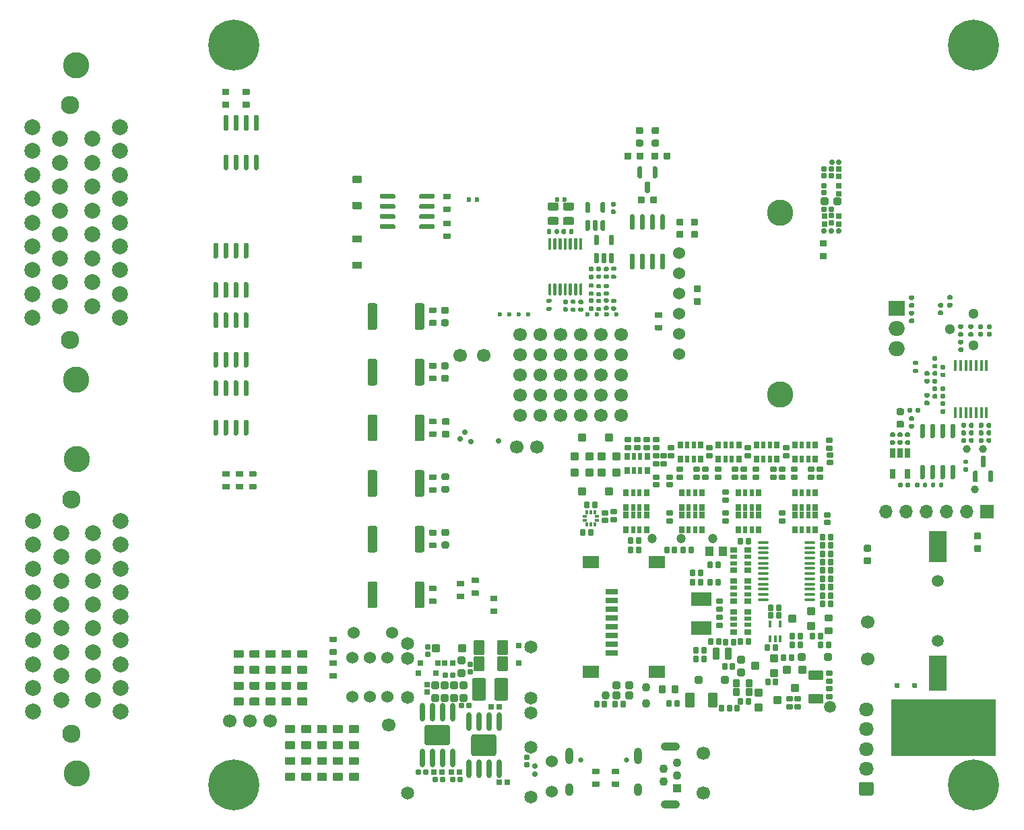
<source format=gbs>
G75*
G70*
%OFA0B0*%
%FSLAX25Y25*%
%IPPOS*%
%LPD*%
%AMOC8*
5,1,8,0,0,1.08239X$1,22.5*
%
%AMM123*
21,1,0.029130,0.018900,0.000000,-0.000000,90.000000*
21,1,0.018900,0.029130,0.000000,-0.000000,90.000000*
1,1,0.010240,0.009450,0.009450*
1,1,0.010240,0.009450,-0.009450*
1,1,0.010240,-0.009450,-0.009450*
1,1,0.010240,-0.009450,0.009450*
%
%AMM124*
21,1,0.025200,0.019680,0.000000,-0.000000,180.000000*
21,1,0.015750,0.029130,0.000000,-0.000000,180.000000*
1,1,0.009450,-0.007870,0.009840*
1,1,0.009450,0.007870,0.009840*
1,1,0.009450,0.007870,-0.009840*
1,1,0.009450,-0.007870,-0.009840*
%
%AMM125*
21,1,0.038980,0.026770,0.000000,-0.000000,180.000000*
21,1,0.026770,0.038980,0.000000,-0.000000,180.000000*
1,1,0.012210,-0.013390,0.013390*
1,1,0.012210,0.013390,0.013390*
1,1,0.012210,0.013390,-0.013390*
1,1,0.012210,-0.013390,-0.013390*
%
%AMM126*
21,1,0.025200,0.019680,0.000000,-0.000000,270.000000*
21,1,0.015750,0.029130,0.000000,-0.000000,270.000000*
1,1,0.009450,-0.009840,-0.007870*
1,1,0.009450,-0.009840,0.007870*
1,1,0.009450,0.009840,0.007870*
1,1,0.009450,0.009840,-0.007870*
%
%AMM20*
21,1,0.041340,0.026770,0.000000,0.000000,0.000000*
21,1,0.029130,0.038980,0.000000,0.000000,0.000000*
1,1,0.012210,0.014570,-0.013390*
1,1,0.012210,-0.014570,-0.013390*
1,1,0.012210,-0.014570,0.013390*
1,1,0.012210,0.014570,0.013390*
%
%AMM201*
21,1,0.029530,0.026380,-0.000000,-0.000000,90.000000*
21,1,0.020470,0.035430,-0.000000,-0.000000,90.000000*
1,1,0.009060,0.013190,0.010240*
1,1,0.009060,0.013190,-0.010240*
1,1,0.009060,-0.013190,-0.010240*
1,1,0.009060,-0.013190,0.010240*
%
%AMM202*
21,1,0.021650,0.027950,-0.000000,-0.000000,90.000000*
21,1,0.014170,0.035430,-0.000000,-0.000000,90.000000*
1,1,0.007480,0.013980,0.007090*
1,1,0.007480,0.013980,-0.007090*
1,1,0.007480,-0.013980,-0.007090*
1,1,0.007480,-0.013980,0.007090*
%
%AMM205*
21,1,0.031500,0.018900,-0.000000,-0.000000,270.000000*
21,1,0.022840,0.027560,-0.000000,-0.000000,270.000000*
1,1,0.008660,-0.009450,-0.011420*
1,1,0.008660,-0.009450,0.011420*
1,1,0.008660,0.009450,0.011420*
1,1,0.008660,0.009450,-0.011420*
%
%AMM207*
21,1,0.031500,0.018900,-0.000000,-0.000000,0.000000*
21,1,0.022840,0.027560,-0.000000,-0.000000,0.000000*
1,1,0.008660,0.011420,-0.009450*
1,1,0.008660,-0.011420,-0.009450*
1,1,0.008660,-0.011420,0.009450*
1,1,0.008660,0.011420,0.009450*
%
%AMM209*
21,1,0.039370,0.030320,-0.000000,-0.000000,90.000000*
21,1,0.028350,0.041340,-0.000000,-0.000000,90.000000*
1,1,0.011020,0.015160,0.014170*
1,1,0.011020,0.015160,-0.014170*
1,1,0.011020,-0.015160,-0.014170*
1,1,0.011020,-0.015160,0.014170*
%
%AMM21*
21,1,0.076380,0.036220,0.000000,0.000000,90.000000*
21,1,0.061810,0.050790,0.000000,0.000000,90.000000*
1,1,0.014570,0.018110,0.030910*
1,1,0.014570,0.018110,-0.030910*
1,1,0.014570,-0.018110,-0.030910*
1,1,0.014570,-0.018110,0.030910*
%
%AMM212*
21,1,0.031500,0.030710,-0.000000,-0.000000,180.000000*
21,1,0.022050,0.040160,-0.000000,-0.000000,180.000000*
1,1,0.009450,-0.011020,0.015350*
1,1,0.009450,0.011020,0.015350*
1,1,0.009450,0.011020,-0.015350*
1,1,0.009450,-0.011020,-0.015350*
%
%AMM230*
21,1,0.037400,0.026770,-0.000000,-0.000000,270.000000*
21,1,0.026770,0.037400,-0.000000,-0.000000,270.000000*
1,1,0.010630,-0.013390,-0.013390*
1,1,0.010630,-0.013390,0.013390*
1,1,0.010630,0.013390,0.013390*
1,1,0.010630,0.013390,-0.013390*
%
%AMM231*
21,1,0.029530,0.026380,-0.000000,-0.000000,180.000000*
21,1,0.020470,0.035430,-0.000000,-0.000000,180.000000*
1,1,0.009060,-0.010240,0.013190*
1,1,0.009060,0.010240,0.013190*
1,1,0.009060,0.010240,-0.013190*
1,1,0.009060,-0.010240,-0.013190*
%
%AMM232*
21,1,0.021650,0.027950,-0.000000,-0.000000,180.000000*
21,1,0.014170,0.035430,-0.000000,-0.000000,180.000000*
1,1,0.007480,-0.007090,0.013980*
1,1,0.007480,0.007090,0.013980*
1,1,0.007480,0.007090,-0.013980*
1,1,0.007480,-0.007090,-0.013980*
%
%AMM233*
21,1,0.037400,0.026770,-0.000000,-0.000000,180.000000*
21,1,0.026770,0.037400,-0.000000,-0.000000,180.000000*
1,1,0.010630,-0.013390,0.013390*
1,1,0.010630,0.013390,0.013390*
1,1,0.010630,0.013390,-0.013390*
1,1,0.010630,-0.013390,-0.013390*
%
%AMM234*
21,1,0.082680,0.045670,-0.000000,-0.000000,0.000000*
21,1,0.067320,0.061020,-0.000000,-0.000000,0.000000*
1,1,0.015350,0.033660,-0.022840*
1,1,0.015350,-0.033660,-0.022840*
1,1,0.015350,-0.033660,0.022840*
1,1,0.015350,0.033660,0.022840*
%
%AMM235*
21,1,0.062990,0.020470,-0.000000,-0.000000,0.000000*
21,1,0.053940,0.029530,-0.000000,-0.000000,0.000000*
1,1,0.009060,0.026970,-0.010240*
1,1,0.009060,-0.026970,-0.010240*
1,1,0.009060,-0.026970,0.010240*
1,1,0.009060,0.026970,0.010240*
%
%AMM236*
21,1,0.039370,0.030320,-0.000000,-0.000000,0.000000*
21,1,0.028350,0.041340,-0.000000,-0.000000,0.000000*
1,1,0.011020,0.014170,-0.015160*
1,1,0.011020,-0.014170,-0.015160*
1,1,0.011020,-0.014170,0.015160*
1,1,0.011020,0.014170,0.015160*
%
%AMM237*
21,1,0.016540,0.028980,-0.000000,-0.000000,0.000000*
21,1,0.010080,0.035430,-0.000000,-0.000000,0.000000*
1,1,0.006460,0.005040,-0.014490*
1,1,0.006460,-0.005040,-0.014490*
1,1,0.006460,-0.005040,0.014490*
1,1,0.006460,0.005040,0.014490*
%
%AMM238*
21,1,0.074800,0.036220,-0.000000,-0.000000,180.000000*
21,1,0.061810,0.049210,-0.000000,-0.000000,180.000000*
1,1,0.012990,-0.030910,0.018110*
1,1,0.012990,0.030910,0.018110*
1,1,0.012990,0.030910,-0.018110*
1,1,0.012990,-0.030910,-0.018110*
%
%AMM239*
21,1,0.039760,0.026770,-0.000000,-0.000000,180.000000*
21,1,0.029130,0.037400,-0.000000,-0.000000,180.000000*
1,1,0.010630,-0.014570,0.013390*
1,1,0.010630,0.014570,0.013390*
1,1,0.010630,0.014570,-0.013390*
1,1,0.010630,-0.014570,-0.013390*
%
%AMM24*
21,1,0.029130,0.018900,0.000000,0.000000,90.000000*
21,1,0.018900,0.029130,0.000000,0.000000,90.000000*
1,1,0.010240,0.009450,0.009450*
1,1,0.010240,0.009450,-0.009450*
1,1,0.010240,-0.009450,-0.009450*
1,1,0.010240,-0.009450,0.009450*
%
%AMM240*
21,1,0.031500,0.049610,-0.000000,-0.000000,180.000000*
21,1,0.022050,0.059060,-0.000000,-0.000000,180.000000*
1,1,0.009450,-0.011020,0.024800*
1,1,0.009450,0.011020,0.024800*
1,1,0.009450,0.011020,-0.024800*
1,1,0.009450,-0.011020,-0.024800*
%
%AMM241*
21,1,0.074800,0.036220,-0.000000,-0.000000,270.000000*
21,1,0.061810,0.049210,-0.000000,-0.000000,270.000000*
1,1,0.012990,-0.018110,-0.030910*
1,1,0.012990,-0.018110,0.030910*
1,1,0.012990,0.018110,0.030910*
1,1,0.012990,0.018110,-0.030910*
%
%AMM242*
21,1,0.031500,0.030710,-0.000000,-0.000000,270.000000*
21,1,0.022050,0.040160,-0.000000,-0.000000,270.000000*
1,1,0.009450,-0.015350,-0.011020*
1,1,0.009450,-0.015350,0.011020*
1,1,0.009450,0.015350,0.011020*
1,1,0.009450,0.015350,-0.011020*
%
%AMM25*
21,1,0.025200,0.019680,0.000000,0.000000,0.000000*
21,1,0.015750,0.029130,0.000000,0.000000,0.000000*
1,1,0.009450,0.007870,-0.009840*
1,1,0.009450,-0.007870,-0.009840*
1,1,0.009450,-0.007870,0.009840*
1,1,0.009450,0.007870,0.009840*
%
%AMM26*
21,1,0.025200,0.019680,0.000000,0.000000,270.000000*
21,1,0.015750,0.029130,0.000000,0.000000,270.000000*
1,1,0.009450,-0.009840,-0.007870*
1,1,0.009450,-0.009840,0.007870*
1,1,0.009450,0.009840,0.007870*
1,1,0.009450,0.009840,-0.007870*
%
%AMM32*
21,1,0.029130,0.018900,0.000000,0.000000,0.000000*
21,1,0.018900,0.029130,0.000000,0.000000,0.000000*
1,1,0.010240,0.009450,-0.009450*
1,1,0.010240,-0.009450,-0.009450*
1,1,0.010240,-0.009450,0.009450*
1,1,0.010240,0.009450,0.009450*
%
%AMM33*
21,1,0.111810,0.050390,0.000000,0.000000,90.000000*
21,1,0.093700,0.068500,0.000000,0.000000,90.000000*
1,1,0.018110,0.025200,0.046850*
1,1,0.018110,0.025200,-0.046850*
1,1,0.018110,-0.025200,-0.046850*
1,1,0.018110,-0.025200,0.046850*
%
%AMM34*
21,1,0.038980,0.026770,0.000000,0.000000,270.000000*
21,1,0.026770,0.038980,0.000000,0.000000,270.000000*
1,1,0.012210,-0.013390,-0.013390*
1,1,0.012210,-0.013390,0.013390*
1,1,0.012210,0.013390,0.013390*
1,1,0.012210,0.013390,-0.013390*
%
%AMM35*
21,1,0.127560,0.075590,0.000000,0.000000,180.000000*
21,1,0.103150,0.100000,0.000000,0.000000,180.000000*
1,1,0.024410,-0.051580,0.037800*
1,1,0.024410,0.051580,0.037800*
1,1,0.024410,0.051580,-0.037800*
1,1,0.024410,-0.051580,-0.037800*
%
%AMM36*
21,1,0.123620,0.083460,0.000000,0.000000,0.000000*
21,1,0.097240,0.109840,0.000000,0.000000,0.000000*
1,1,0.026380,0.048620,-0.041730*
1,1,0.026380,-0.048620,-0.041730*
1,1,0.026380,-0.048620,0.041730*
1,1,0.026380,0.048620,0.041730*
%
%ADD11C,0.06693*%
%ADD123M20*%
%ADD124M21*%
%ADD127M24*%
%ADD128M25*%
%ADD129M26*%
%ADD130C,0.02913*%
%ADD131C,0.06457*%
%ADD139M32*%
%ADD140M33*%
%ADD141M34*%
%ADD142O,0.02520X0.09213*%
%ADD143M35*%
%ADD144M36*%
%ADD161C,0.05118*%
%ADD174C,0.03900*%
%ADD21C,0.07874*%
%ADD22C,0.03150*%
%ADD229C,0.04724*%
%ADD23C,0.25197*%
%ADD230C,0.04294*%
%ADD24C,0.06000*%
%ADD25O,0.07283X0.06693*%
%ADD255R,0.01772X0.01870*%
%ADD257O,0.05354X0.01378*%
%ADD26C,0.02362*%
%ADD260R,0.09843X0.07087*%
%ADD261R,0.01870X0.01772*%
%ADD263R,0.04331X0.04724*%
%ADD305M123*%
%ADD306M124*%
%ADD307M125*%
%ADD308M126*%
%ADD312R,0.07874X0.07500*%
%ADD313O,0.07874X0.07500*%
%ADD315R,0.01772X0.05709*%
%ADD316R,0.02559X0.04803*%
%ADD32R,0.04331X0.04331*%
%ADD33C,0.04331*%
%ADD34O,0.09449X0.04331*%
%ADD37C,0.05906*%
%ADD411M201*%
%ADD412M202*%
%ADD415M205*%
%ADD417M207*%
%ADD419M209*%
%ADD422M212*%
%ADD440M230*%
%ADD441M231*%
%ADD442M232*%
%ADD443M233*%
%ADD444M234*%
%ADD445M235*%
%ADD446M236*%
%ADD447M237*%
%ADD448M238*%
%ADD449M239*%
%ADD450M240*%
%ADD451M241*%
%ADD452M242*%
%ADD69O,0.03937X0.08268*%
%ADD70O,0.03937X0.06299*%
%ADD71R,0.06693X0.06693*%
%ADD72O,0.06693X0.06693*%
%ADD73C,0.13000*%
%ADD75C,0.12992*%
%ADD80C,0.00472*%
%ADD81C,0.09055*%
%ADD82C,0.02559*%
%ADD98R,0.09055X0.17323*%
%ADD99R,0.09055X0.15748*%
X0000000Y0000000D02*
%LPD*%
G01*
D80*
X0520984Y0028445D02*
X0469803Y0028445D01*
X0469803Y0056004D01*
X0520984Y0056004D01*
X0520984Y0028445D01*
G36*
X0520984Y0028445D02*
G01*
X0469803Y0028445D01*
X0469803Y0056004D01*
X0520984Y0056004D01*
X0520984Y0028445D01*
G37*
D11*
X0458189Y0075985D03*
X0294409Y0181103D03*
X0256614Y0226378D03*
D75*
X0066456Y0369981D03*
D81*
X0063504Y0350296D03*
X0063504Y0234154D03*
D75*
X0066456Y0214469D03*
D21*
X0088110Y0339469D03*
X0088110Y0327658D03*
X0088110Y0315847D03*
X0088110Y0304036D03*
X0088110Y0292225D03*
X0088110Y0280414D03*
X0088110Y0268603D03*
X0088110Y0256792D03*
X0088110Y0244981D03*
X0074330Y0333563D03*
X0074330Y0321752D03*
X0074330Y0309941D03*
X0074330Y0298130D03*
X0074330Y0286319D03*
X0074330Y0274508D03*
X0074330Y0262697D03*
X0074330Y0250886D03*
X0058582Y0333563D03*
X0058582Y0321752D03*
X0058582Y0309941D03*
X0058582Y0298130D03*
X0058582Y0286319D03*
X0058582Y0274508D03*
X0058582Y0262697D03*
X0058582Y0250886D03*
X0044803Y0339469D03*
X0044803Y0327658D03*
X0044803Y0315847D03*
X0044803Y0304036D03*
X0044803Y0292225D03*
X0044803Y0280414D03*
X0044803Y0268603D03*
X0044803Y0256792D03*
X0044803Y0244981D03*
D11*
X0268031Y0226378D03*
X0152441Y0045276D03*
D22*
X0134960Y0379922D03*
X0137728Y0386603D03*
X0137728Y0373240D03*
X0144409Y0389370D03*
D23*
X0144409Y0379922D03*
D22*
X0144409Y0370473D03*
X0151091Y0386603D03*
X0151091Y0373240D03*
X0153858Y0379922D03*
X0501102Y0379922D03*
X0503870Y0386603D03*
X0503870Y0373240D03*
X0510551Y0389370D03*
D23*
X0510551Y0379922D03*
D22*
X0510551Y0370473D03*
X0517232Y0386603D03*
X0517232Y0373240D03*
X0520000Y0379922D03*
D24*
X0203071Y0076575D03*
X0203071Y0057284D03*
G36*
G01*
X0460059Y0008465D02*
X0454744Y0008465D01*
G75*
G02*
X0453760Y0009449I0000000J0000984D01*
G01*
X0453760Y0014174D01*
G75*
G02*
X0454744Y0015158I0000984J0000000D01*
G01*
X0460059Y0015158D01*
G75*
G02*
X0461043Y0014174I0000000J-000984D01*
G01*
X0461043Y0009449D01*
G75*
G02*
X0460059Y0008465I-000984J0000000D01*
G01*
G37*
D25*
X0457401Y0021654D03*
X0457401Y0031496D03*
X0457401Y0041339D03*
X0457401Y0051181D03*
D11*
X0376693Y0029528D03*
D22*
X0134960Y0013780D03*
X0137728Y0020461D03*
X0137728Y0007099D03*
X0144409Y0023229D03*
D23*
X0144409Y0013780D03*
D22*
X0144409Y0004331D03*
X0151091Y0020461D03*
X0151091Y0007099D03*
X0153858Y0013780D03*
D26*
X0324232Y0246752D03*
X0319508Y0246752D03*
X0328956Y0246752D03*
X0333681Y0246752D03*
X0308248Y0303544D03*
X0304311Y0303544D03*
D11*
X0142441Y0045276D03*
D32*
X0363897Y0012205D03*
D33*
X0357008Y0015355D03*
X0363897Y0018504D03*
X0357008Y0021654D03*
X0363897Y0024804D03*
D34*
X0360453Y0004134D03*
X0360453Y0032874D03*
D24*
X0211732Y0076575D03*
X0211732Y0057284D03*
D26*
X0443917Y0287894D03*
X0440177Y0287894D03*
X0436437Y0287894D03*
X0440374Y0322146D03*
X0443917Y0322146D03*
D11*
X0221181Y0043307D03*
D75*
X0066949Y0174902D03*
D81*
X0063996Y0155217D03*
X0063996Y0039075D03*
D75*
X0066949Y0019390D03*
D21*
X0088602Y0144390D03*
X0088602Y0132579D03*
X0088602Y0120768D03*
X0088602Y0108957D03*
X0088602Y0097146D03*
X0088602Y0085335D03*
X0088602Y0073524D03*
X0088602Y0061713D03*
X0088602Y0049902D03*
X0074823Y0138485D03*
X0074823Y0126674D03*
X0074823Y0114863D03*
X0074823Y0103052D03*
X0074823Y0091241D03*
X0074823Y0079430D03*
X0074823Y0067618D03*
X0074823Y0055807D03*
X0059075Y0138485D03*
X0059075Y0126674D03*
X0059075Y0114863D03*
X0059075Y0103052D03*
X0059075Y0091241D03*
X0059075Y0079430D03*
X0059075Y0067618D03*
X0059075Y0055807D03*
X0045295Y0144390D03*
X0045295Y0132579D03*
X0045295Y0120768D03*
X0045295Y0108957D03*
X0045295Y0097146D03*
X0045295Y0085335D03*
X0045295Y0073524D03*
X0045295Y0061713D03*
X0045295Y0049902D03*
D37*
X0291555Y0081989D03*
X0291555Y0056792D03*
X0291555Y0049311D03*
X0291555Y0032382D03*
D26*
X0293327Y0022933D03*
X0293327Y0018996D03*
D37*
X0291555Y0007776D03*
X0230531Y0083760D03*
X0230531Y0076477D03*
X0230531Y0056989D03*
X0230531Y0009548D03*
D11*
X0284409Y0181103D03*
D26*
X0256614Y0184941D03*
X0258681Y0188386D03*
X0261634Y0183760D03*
X0275610Y0184055D03*
D24*
X0220393Y0076575D03*
X0220393Y0057284D03*
D11*
X0286142Y0196693D03*
X0286142Y0206693D03*
X0286142Y0216693D03*
X0286142Y0226693D03*
X0286142Y0236693D03*
X0296142Y0196693D03*
X0296142Y0206693D03*
X0296142Y0216693D03*
X0296142Y0226693D03*
X0296142Y0236693D03*
X0306142Y0196693D03*
X0306142Y0206693D03*
X0306142Y0216693D03*
X0306142Y0226693D03*
X0306142Y0236693D03*
X0376693Y0009843D03*
D24*
X0301790Y0025491D03*
X0301790Y0010491D03*
D11*
X0458189Y0094489D03*
D82*
X0316102Y0026004D03*
X0338858Y0026004D03*
D69*
X0310472Y0027973D03*
D70*
X0310472Y0011516D03*
D69*
X0344488Y0027973D03*
D70*
X0344488Y0011516D03*
D22*
X0501102Y0013780D03*
X0503870Y0020461D03*
X0503870Y0007099D03*
X0510551Y0023229D03*
D23*
X0510551Y0013780D03*
D22*
X0510551Y0004331D03*
X0517232Y0020461D03*
X0517232Y0007099D03*
X0520000Y0013780D03*
D26*
X0280728Y0246752D03*
X0276004Y0246752D03*
X0285453Y0246752D03*
X0290177Y0246752D03*
X0264744Y0303544D03*
X0260807Y0303544D03*
D24*
X0203661Y0088977D03*
X0222953Y0088977D03*
D71*
X0517047Y0149213D03*
D72*
X0507047Y0149213D03*
X0497047Y0149213D03*
X0487047Y0149213D03*
X0477047Y0149213D03*
X0467047Y0149213D03*
D73*
X0414894Y0296969D03*
X0414894Y0206969D03*
D24*
X0364894Y0276969D03*
X0364894Y0266969D03*
X0364894Y0256969D03*
X0364894Y0246969D03*
X0364894Y0236969D03*
X0364894Y0226969D03*
D11*
X0162441Y0045276D03*
X0316142Y0196693D03*
X0316142Y0206693D03*
X0316142Y0216693D03*
X0316142Y0226693D03*
X0316142Y0236693D03*
X0326142Y0196693D03*
X0326142Y0206693D03*
X0326142Y0216693D03*
X0326142Y0226693D03*
X0326142Y0236693D03*
X0336142Y0196693D03*
X0336142Y0206693D03*
X0336142Y0216693D03*
X0336142Y0226693D03*
X0336142Y0236693D03*
G36*
G01*
X0344803Y0319910D02*
X0345984Y0319910D01*
G75*
G02*
X0346575Y0319319I0000000J-000591D01*
G01*
X0346575Y0314693D01*
G75*
G02*
X0345984Y0314103I-000591J0000000D01*
G01*
X0344803Y0314103D01*
G75*
G02*
X0344212Y0314693I0000000J0000591D01*
G01*
X0344212Y0319319D01*
G75*
G02*
X0344803Y0319910I0000591J0000000D01*
G01*
G37*
G36*
G01*
X0352283Y0319910D02*
X0353464Y0319910D01*
G75*
G02*
X0354055Y0319319I0000000J-000591D01*
G01*
X0354055Y0314693D01*
G75*
G02*
X0353464Y0314103I-000591J0000000D01*
G01*
X0352283Y0314103D01*
G75*
G02*
X0351693Y0314693I0000000J0000591D01*
G01*
X0351693Y0319319D01*
G75*
G02*
X0352283Y0319910I0000591J0000000D01*
G01*
G37*
G36*
G01*
X0348543Y0312528D02*
X0349724Y0312528D01*
G75*
G02*
X0350315Y0311937I0000000J-000591D01*
G01*
X0350315Y0307311D01*
G75*
G02*
X0349724Y0306721I-000591J0000000D01*
G01*
X0348543Y0306721D01*
G75*
G02*
X0347953Y0307311I0000000J0000591D01*
G01*
X0347953Y0311937D01*
G75*
G02*
X0348543Y0312528I0000591J0000000D01*
G01*
G37*
G36*
G01*
X0180433Y0052992D02*
X0176299Y0052992D01*
G75*
G02*
X0175905Y0053386I0000000J0000394D01*
G01*
X0175905Y0056536D01*
G75*
G02*
X0176299Y0056930I0000394J0000000D01*
G01*
X0180433Y0056930D01*
G75*
G02*
X0180827Y0056536I0000000J-000394D01*
G01*
X0180827Y0053386D01*
G75*
G02*
X0180433Y0052992I-000394J0000000D01*
G01*
G37*
G36*
G01*
X0180433Y0060867D02*
X0176299Y0060867D01*
G75*
G02*
X0175905Y0061260I0000000J0000394D01*
G01*
X0175905Y0064410D01*
G75*
G02*
X0176299Y0064804I0000394J0000000D01*
G01*
X0180433Y0064804D01*
G75*
G02*
X0180827Y0064410I0000000J-000394D01*
G01*
X0180827Y0061260D01*
G75*
G02*
X0180433Y0060867I-000394J0000000D01*
G01*
G37*
G36*
G01*
X0372598Y0261083D02*
X0375275Y0261083D01*
G75*
G02*
X0375610Y0260748I0000000J-000335D01*
G01*
X0375610Y0258071D01*
G75*
G02*
X0375275Y0257737I-000335J0000000D01*
G01*
X0372598Y0257737D01*
G75*
G02*
X0372264Y0258071I0000000J0000335D01*
G01*
X0372264Y0260748D01*
G75*
G02*
X0372598Y0261083I0000335J0000000D01*
G01*
G37*
G36*
G01*
X0372598Y0254863D02*
X0375275Y0254863D01*
G75*
G02*
X0375610Y0254528I0000000J-000335D01*
G01*
X0375610Y0251851D01*
G75*
G02*
X0375275Y0251516I-000335J0000000D01*
G01*
X0372598Y0251516D01*
G75*
G02*
X0372264Y0251851I0000000J0000335D01*
G01*
X0372264Y0254528D01*
G75*
G02*
X0372598Y0254863I0000335J0000000D01*
G01*
G37*
G36*
G01*
X0207441Y0298819D02*
X0203425Y0298819D01*
G75*
G02*
X0203071Y0299174I0000000J0000354D01*
G01*
X0203071Y0302008D01*
G75*
G02*
X0203425Y0302363I0000354J0000000D01*
G01*
X0207441Y0302363D01*
G75*
G02*
X0207795Y0302008I0000000J-000354D01*
G01*
X0207795Y0299174D01*
G75*
G02*
X0207441Y0298819I-000354J0000000D01*
G01*
G37*
G36*
G01*
X0207441Y0311811D02*
X0203425Y0311811D01*
G75*
G02*
X0203071Y0312166I0000000J0000354D01*
G01*
X0203071Y0315000D01*
G75*
G02*
X0203425Y0315355I0000354J0000000D01*
G01*
X0207441Y0315355D01*
G75*
G02*
X0207795Y0315000I0000000J-000354D01*
G01*
X0207795Y0312166D01*
G75*
G02*
X0207441Y0311811I-000354J0000000D01*
G01*
G37*
D37*
X0492834Y0085040D03*
X0492834Y0114567D03*
D98*
X0492834Y0068898D03*
D99*
X0492834Y0131890D03*
G36*
G01*
X0134941Y0247638D02*
X0136122Y0247638D01*
G75*
G02*
X0136712Y0247048I0000000J-000591D01*
G01*
X0136712Y0240552D01*
G75*
G02*
X0136122Y0239961I-000591J0000000D01*
G01*
X0134941Y0239961D01*
G75*
G02*
X0134350Y0240552I0000000J0000591D01*
G01*
X0134350Y0247048D01*
G75*
G02*
X0134941Y0247638I0000591J0000000D01*
G01*
G37*
G36*
G01*
X0139941Y0247638D02*
X0141122Y0247638D01*
G75*
G02*
X0141712Y0247048I0000000J-000591D01*
G01*
X0141712Y0240552D01*
G75*
G02*
X0141122Y0239961I-000591J0000000D01*
G01*
X0139941Y0239961D01*
G75*
G02*
X0139350Y0240552I0000000J0000591D01*
G01*
X0139350Y0247048D01*
G75*
G02*
X0139941Y0247638I0000591J0000000D01*
G01*
G37*
G36*
G01*
X0144941Y0247638D02*
X0146122Y0247638D01*
G75*
G02*
X0146712Y0247048I0000000J-000591D01*
G01*
X0146712Y0240552D01*
G75*
G02*
X0146122Y0239961I-000591J0000000D01*
G01*
X0144941Y0239961D01*
G75*
G02*
X0144350Y0240552I0000000J0000591D01*
G01*
X0144350Y0247048D01*
G75*
G02*
X0144941Y0247638I0000591J0000000D01*
G01*
G37*
G36*
G01*
X0149941Y0247638D02*
X0151122Y0247638D01*
G75*
G02*
X0151712Y0247048I0000000J-000591D01*
G01*
X0151712Y0240552D01*
G75*
G02*
X0151122Y0239961I-000591J0000000D01*
G01*
X0149941Y0239961D01*
G75*
G02*
X0149350Y0240552I0000000J0000591D01*
G01*
X0149350Y0247048D01*
G75*
G02*
X0149941Y0247638I0000591J0000000D01*
G01*
G37*
G36*
G01*
X0149941Y0228150D02*
X0151122Y0228150D01*
G75*
G02*
X0151712Y0227559I0000000J-000591D01*
G01*
X0151712Y0221063D01*
G75*
G02*
X0151122Y0220473I-000591J0000000D01*
G01*
X0149941Y0220473D01*
G75*
G02*
X0149350Y0221063I0000000J0000591D01*
G01*
X0149350Y0227559D01*
G75*
G02*
X0149941Y0228150I0000591J0000000D01*
G01*
G37*
G36*
G01*
X0144941Y0228150D02*
X0146122Y0228150D01*
G75*
G02*
X0146712Y0227559I0000000J-000591D01*
G01*
X0146712Y0221063D01*
G75*
G02*
X0146122Y0220473I-000591J0000000D01*
G01*
X0144941Y0220473D01*
G75*
G02*
X0144350Y0221063I0000000J0000591D01*
G01*
X0144350Y0227559D01*
G75*
G02*
X0144941Y0228150I0000591J0000000D01*
G01*
G37*
G36*
G01*
X0139941Y0228150D02*
X0141122Y0228150D01*
G75*
G02*
X0141712Y0227559I0000000J-000591D01*
G01*
X0141712Y0221063D01*
G75*
G02*
X0141122Y0220473I-000591J0000000D01*
G01*
X0139941Y0220473D01*
G75*
G02*
X0139350Y0221063I0000000J0000591D01*
G01*
X0139350Y0227559D01*
G75*
G02*
X0139941Y0228150I0000591J0000000D01*
G01*
G37*
G36*
G01*
X0134941Y0228150D02*
X0136122Y0228150D01*
G75*
G02*
X0136712Y0227559I0000000J-000591D01*
G01*
X0136712Y0221063D01*
G75*
G02*
X0136122Y0220473I-000591J0000000D01*
G01*
X0134941Y0220473D01*
G75*
G02*
X0134350Y0221063I0000000J0000591D01*
G01*
X0134350Y0227559D01*
G75*
G02*
X0134941Y0228150I0000591J0000000D01*
G01*
G37*
G36*
G01*
X0142205Y0160040D02*
X0139134Y0160040D01*
G75*
G02*
X0138858Y0160315I0000000J0000276D01*
G01*
X0138858Y0162520D01*
G75*
G02*
X0139134Y0162796I0000276J0000000D01*
G01*
X0142205Y0162796D01*
G75*
G02*
X0142480Y0162520I0000000J-000276D01*
G01*
X0142480Y0160315D01*
G75*
G02*
X0142205Y0160040I-000276J0000000D01*
G01*
G37*
G36*
G01*
X0142205Y0166339D02*
X0139134Y0166339D01*
G75*
G02*
X0138858Y0166615I0000000J0000276D01*
G01*
X0138858Y0168819D01*
G75*
G02*
X0139134Y0169095I0000276J0000000D01*
G01*
X0142205Y0169095D01*
G75*
G02*
X0142480Y0168819I0000000J-000276D01*
G01*
X0142480Y0166615D01*
G75*
G02*
X0142205Y0166339I-000276J0000000D01*
G01*
G37*
G36*
G01*
X0360571Y0326536D02*
X0360571Y0323859D01*
G75*
G02*
X0360236Y0323524I-000335J0000000D01*
G01*
X0357559Y0323524D01*
G75*
G02*
X0357224Y0323859I0000000J0000335D01*
G01*
X0357224Y0326536D01*
G75*
G02*
X0357559Y0326870I0000335J0000000D01*
G01*
X0360236Y0326870D01*
G75*
G02*
X0360571Y0326536I0000000J-000335D01*
G01*
G37*
G36*
G01*
X0354350Y0326536D02*
X0354350Y0323859D01*
G75*
G02*
X0354016Y0323524I-000335J0000000D01*
G01*
X0351338Y0323524D01*
G75*
G02*
X0351004Y0323859I0000000J0000335D01*
G01*
X0351004Y0326536D01*
G75*
G02*
X0351338Y0326870I0000335J0000000D01*
G01*
X0354016Y0326870D01*
G75*
G02*
X0354350Y0326536I0000000J-000335D01*
G01*
G37*
G36*
G01*
X0156811Y0052992D02*
X0152677Y0052992D01*
G75*
G02*
X0152283Y0053386I0000000J0000394D01*
G01*
X0152283Y0056536D01*
G75*
G02*
X0152677Y0056930I0000394J0000000D01*
G01*
X0156811Y0056930D01*
G75*
G02*
X0157205Y0056536I0000000J-000394D01*
G01*
X0157205Y0053386D01*
G75*
G02*
X0156811Y0052992I-000394J0000000D01*
G01*
G37*
G36*
G01*
X0156811Y0060867D02*
X0152677Y0060867D01*
G75*
G02*
X0152283Y0061260I0000000J0000394D01*
G01*
X0152283Y0064410D01*
G75*
G02*
X0152677Y0064804I0000394J0000000D01*
G01*
X0156811Y0064804D01*
G75*
G02*
X0157205Y0064410I0000000J-000394D01*
G01*
X0157205Y0061260D01*
G75*
G02*
X0156811Y0060867I-000394J0000000D01*
G01*
G37*
G36*
G01*
X0511181Y0138642D02*
X0513858Y0138642D01*
G75*
G02*
X0514193Y0138307I0000000J-000335D01*
G01*
X0514193Y0135630D01*
G75*
G02*
X0513858Y0135296I-000335J0000000D01*
G01*
X0511181Y0135296D01*
G75*
G02*
X0510846Y0135630I0000000J0000335D01*
G01*
X0510846Y0138307D01*
G75*
G02*
X0511181Y0138642I0000335J0000000D01*
G01*
G37*
G36*
G01*
X0511181Y0132422D02*
X0513858Y0132422D01*
G75*
G02*
X0514193Y0132087I0000000J-000335D01*
G01*
X0514193Y0129410D01*
G75*
G02*
X0513858Y0129075I-000335J0000000D01*
G01*
X0511181Y0129075D01*
G75*
G02*
X0510846Y0129410I0000000J0000335D01*
G01*
X0510846Y0132087D01*
G75*
G02*
X0511181Y0132422I0000335J0000000D01*
G01*
G37*
G36*
G01*
X0344350Y0302134D02*
X0344350Y0304811D01*
G75*
G02*
X0344685Y0305146I0000335J0000000D01*
G01*
X0347362Y0305146D01*
G75*
G02*
X0347697Y0304811I0000000J-000335D01*
G01*
X0347697Y0302134D01*
G75*
G02*
X0347362Y0301800I-000335J0000000D01*
G01*
X0344685Y0301800D01*
G75*
G02*
X0344350Y0302134I0000000J0000335D01*
G01*
G37*
G36*
G01*
X0350571Y0302134D02*
X0350571Y0304811D01*
G75*
G02*
X0350905Y0305146I0000335J0000000D01*
G01*
X0353582Y0305146D01*
G75*
G02*
X0353917Y0304811I0000000J-000335D01*
G01*
X0353917Y0302134D01*
G75*
G02*
X0353582Y0301800I-000335J0000000D01*
G01*
X0350905Y0301800D01*
G75*
G02*
X0350571Y0302134I0000000J0000335D01*
G01*
G37*
G36*
G01*
X0155393Y0160040D02*
X0152323Y0160040D01*
G75*
G02*
X0152047Y0160315I0000000J0000276D01*
G01*
X0152047Y0162520D01*
G75*
G02*
X0152323Y0162796I0000276J0000000D01*
G01*
X0155393Y0162796D01*
G75*
G02*
X0155669Y0162520I0000000J-000276D01*
G01*
X0155669Y0160315D01*
G75*
G02*
X0155393Y0160040I-000276J0000000D01*
G01*
G37*
G36*
G01*
X0155393Y0166339D02*
X0152323Y0166339D01*
G75*
G02*
X0152047Y0166615I0000000J0000276D01*
G01*
X0152047Y0168819D01*
G75*
G02*
X0152323Y0169095I0000276J0000000D01*
G01*
X0155393Y0169095D01*
G75*
G02*
X0155669Y0168819I0000000J-000276D01*
G01*
X0155669Y0166615D01*
G75*
G02*
X0155393Y0166339I-000276J0000000D01*
G01*
G37*
G36*
G01*
X0193917Y0043307D02*
X0198051Y0043307D01*
G75*
G02*
X0198445Y0042914I0000000J-000394D01*
G01*
X0198445Y0039764D01*
G75*
G02*
X0198051Y0039370I-000394J0000000D01*
G01*
X0193917Y0039370D01*
G75*
G02*
X0193523Y0039764I0000000J0000394D01*
G01*
X0193523Y0042914D01*
G75*
G02*
X0193917Y0043307I0000394J0000000D01*
G01*
G37*
G36*
G01*
X0193917Y0035433D02*
X0198051Y0035433D01*
G75*
G02*
X0198445Y0035040I0000000J-000394D01*
G01*
X0198445Y0031890D01*
G75*
G02*
X0198051Y0031496I-000394J0000000D01*
G01*
X0193917Y0031496D01*
G75*
G02*
X0193523Y0031890I0000000J0000394D01*
G01*
X0193523Y0035040D01*
G75*
G02*
X0193917Y0035433I0000394J0000000D01*
G01*
G37*
G36*
G01*
X0238799Y0251280D02*
X0238799Y0240059D01*
G75*
G02*
X0237815Y0239075I-000984J0000000D01*
G01*
X0234960Y0239075D01*
G75*
G02*
X0233976Y0240059I0000000J0000984D01*
G01*
X0233976Y0251280D01*
G75*
G02*
X0234960Y0252264I0000984J0000000D01*
G01*
X0237815Y0252264D01*
G75*
G02*
X0238799Y0251280I0000000J-000984D01*
G01*
G37*
G36*
G01*
X0215472Y0251280D02*
X0215472Y0240059D01*
G75*
G02*
X0214488Y0239075I-000984J0000000D01*
G01*
X0211634Y0239075D01*
G75*
G02*
X0210649Y0240059I0000000J0000984D01*
G01*
X0210649Y0251280D01*
G75*
G02*
X0211634Y0252264I0000984J0000000D01*
G01*
X0214488Y0252264D01*
G75*
G02*
X0215472Y0251280I0000000J-000984D01*
G01*
G37*
G36*
G01*
X0160551Y0080552D02*
X0164685Y0080552D01*
G75*
G02*
X0165079Y0080158I0000000J-000394D01*
G01*
X0165079Y0077008D01*
G75*
G02*
X0164685Y0076615I-000394J0000000D01*
G01*
X0160551Y0076615D01*
G75*
G02*
X0160157Y0077008I0000000J0000394D01*
G01*
X0160157Y0080158D01*
G75*
G02*
X0160551Y0080552I0000394J0000000D01*
G01*
G37*
G36*
G01*
X0160551Y0072678D02*
X0164685Y0072678D01*
G75*
G02*
X0165079Y0072284I0000000J-000394D01*
G01*
X0165079Y0069134D01*
G75*
G02*
X0164685Y0068741I-000394J0000000D01*
G01*
X0160551Y0068741D01*
G75*
G02*
X0160157Y0069134I0000000J0000394D01*
G01*
X0160157Y0072284D01*
G75*
G02*
X0160551Y0072678I0000394J0000000D01*
G01*
G37*
G36*
G01*
X0205925Y0015748D02*
X0201791Y0015748D01*
G75*
G02*
X0201397Y0016142I0000000J0000394D01*
G01*
X0201397Y0019292D01*
G75*
G02*
X0201791Y0019685I0000394J0000000D01*
G01*
X0205925Y0019685D01*
G75*
G02*
X0206319Y0019292I0000000J-000394D01*
G01*
X0206319Y0016142D01*
G75*
G02*
X0205925Y0015748I-000394J0000000D01*
G01*
G37*
G36*
G01*
X0205925Y0023622D02*
X0201791Y0023622D01*
G75*
G02*
X0201397Y0024016I0000000J0000394D01*
G01*
X0201397Y0027166D01*
G75*
G02*
X0201791Y0027559I0000394J0000000D01*
G01*
X0205925Y0027559D01*
G75*
G02*
X0206319Y0027166I0000000J-000394D01*
G01*
X0206319Y0024016D01*
G75*
G02*
X0205925Y0023622I-000394J0000000D01*
G01*
G37*
G36*
G01*
X0341043Y0296260D02*
X0342224Y0296260D01*
G75*
G02*
X0342815Y0295670I0000000J-000591D01*
G01*
X0342815Y0289174D01*
G75*
G02*
X0342224Y0288583I-000591J0000000D01*
G01*
X0341043Y0288583D01*
G75*
G02*
X0340453Y0289174I0000000J0000591D01*
G01*
X0340453Y0295670D01*
G75*
G02*
X0341043Y0296260I0000591J0000000D01*
G01*
G37*
G36*
G01*
X0346043Y0296260D02*
X0347224Y0296260D01*
G75*
G02*
X0347815Y0295670I0000000J-000591D01*
G01*
X0347815Y0289174D01*
G75*
G02*
X0347224Y0288583I-000591J0000000D01*
G01*
X0346043Y0288583D01*
G75*
G02*
X0345453Y0289174I0000000J0000591D01*
G01*
X0345453Y0295670D01*
G75*
G02*
X0346043Y0296260I0000591J0000000D01*
G01*
G37*
G36*
G01*
X0351043Y0296260D02*
X0352224Y0296260D01*
G75*
G02*
X0352815Y0295670I0000000J-000591D01*
G01*
X0352815Y0289174D01*
G75*
G02*
X0352224Y0288583I-000591J0000000D01*
G01*
X0351043Y0288583D01*
G75*
G02*
X0350453Y0289174I0000000J0000591D01*
G01*
X0350453Y0295670D01*
G75*
G02*
X0351043Y0296260I0000591J0000000D01*
G01*
G37*
G36*
G01*
X0356043Y0296260D02*
X0357224Y0296260D01*
G75*
G02*
X0357815Y0295670I0000000J-000591D01*
G01*
X0357815Y0289174D01*
G75*
G02*
X0357224Y0288583I-000591J0000000D01*
G01*
X0356043Y0288583D01*
G75*
G02*
X0355453Y0289174I0000000J0000591D01*
G01*
X0355453Y0295670D01*
G75*
G02*
X0356043Y0296260I0000591J0000000D01*
G01*
G37*
G36*
G01*
X0356043Y0276772D02*
X0357224Y0276772D01*
G75*
G02*
X0357815Y0276181I0000000J-000591D01*
G01*
X0357815Y0269685D01*
G75*
G02*
X0357224Y0269095I-000591J0000000D01*
G01*
X0356043Y0269095D01*
G75*
G02*
X0355453Y0269685I0000000J0000591D01*
G01*
X0355453Y0276181D01*
G75*
G02*
X0356043Y0276772I0000591J0000000D01*
G01*
G37*
G36*
G01*
X0351043Y0276772D02*
X0352224Y0276772D01*
G75*
G02*
X0352815Y0276181I0000000J-000591D01*
G01*
X0352815Y0269685D01*
G75*
G02*
X0352224Y0269095I-000591J0000000D01*
G01*
X0351043Y0269095D01*
G75*
G02*
X0350453Y0269685I0000000J0000591D01*
G01*
X0350453Y0276181D01*
G75*
G02*
X0351043Y0276772I0000591J0000000D01*
G01*
G37*
G36*
G01*
X0346043Y0276772D02*
X0347224Y0276772D01*
G75*
G02*
X0347815Y0276181I0000000J-000591D01*
G01*
X0347815Y0269685D01*
G75*
G02*
X0347224Y0269095I-000591J0000000D01*
G01*
X0346043Y0269095D01*
G75*
G02*
X0345453Y0269685I0000000J0000591D01*
G01*
X0345453Y0276181D01*
G75*
G02*
X0346043Y0276772I0000591J0000000D01*
G01*
G37*
G36*
G01*
X0341043Y0276772D02*
X0342224Y0276772D01*
G75*
G02*
X0342815Y0276181I0000000J-000591D01*
G01*
X0342815Y0269685D01*
G75*
G02*
X0342224Y0269095I-000591J0000000D01*
G01*
X0341043Y0269095D01*
G75*
G02*
X0340453Y0269685I0000000J0000591D01*
G01*
X0340453Y0276181D01*
G75*
G02*
X0341043Y0276772I0000591J0000000D01*
G01*
G37*
G36*
G01*
X0144803Y0080552D02*
X0148937Y0080552D01*
G75*
G02*
X0149330Y0080158I0000000J-000394D01*
G01*
X0149330Y0077008D01*
G75*
G02*
X0148937Y0076615I-000394J0000000D01*
G01*
X0144803Y0076615D01*
G75*
G02*
X0144409Y0077008I0000000J0000394D01*
G01*
X0144409Y0080158D01*
G75*
G02*
X0144803Y0080552I0000394J0000000D01*
G01*
G37*
G36*
G01*
X0144803Y0072678D02*
X0148937Y0072678D01*
G75*
G02*
X0149330Y0072284I0000000J-000394D01*
G01*
X0149330Y0069134D01*
G75*
G02*
X0148937Y0068741I-000394J0000000D01*
G01*
X0144803Y0068741D01*
G75*
G02*
X0144409Y0069134I0000000J0000394D01*
G01*
X0144409Y0072284D01*
G75*
G02*
X0144803Y0072678I0000394J0000000D01*
G01*
G37*
G36*
G01*
X0238799Y0168603D02*
X0238799Y0157382D01*
G75*
G02*
X0237815Y0156398I-000984J0000000D01*
G01*
X0234960Y0156398D01*
G75*
G02*
X0233976Y0157382I0000000J0000984D01*
G01*
X0233976Y0168603D01*
G75*
G02*
X0234960Y0169587I0000984J0000000D01*
G01*
X0237815Y0169587D01*
G75*
G02*
X0238799Y0168603I0000000J-000984D01*
G01*
G37*
G36*
G01*
X0215472Y0168603D02*
X0215472Y0157382D01*
G75*
G02*
X0214488Y0156398I-000984J0000000D01*
G01*
X0211634Y0156398D01*
G75*
G02*
X0210649Y0157382I0000000J0000984D01*
G01*
X0210649Y0168603D01*
G75*
G02*
X0211634Y0169587I0000984J0000000D01*
G01*
X0214488Y0169587D01*
G75*
G02*
X0215472Y0168603I0000000J-000984D01*
G01*
G37*
G36*
G01*
X0134941Y0213977D02*
X0136122Y0213977D01*
G75*
G02*
X0136712Y0213386I0000000J-000591D01*
G01*
X0136712Y0206890D01*
G75*
G02*
X0136122Y0206300I-000591J0000000D01*
G01*
X0134941Y0206300D01*
G75*
G02*
X0134350Y0206890I0000000J0000591D01*
G01*
X0134350Y0213386D01*
G75*
G02*
X0134941Y0213977I0000591J0000000D01*
G01*
G37*
G36*
G01*
X0139941Y0213977D02*
X0141122Y0213977D01*
G75*
G02*
X0141712Y0213386I0000000J-000591D01*
G01*
X0141712Y0206890D01*
G75*
G02*
X0141122Y0206300I-000591J0000000D01*
G01*
X0139941Y0206300D01*
G75*
G02*
X0139350Y0206890I0000000J0000591D01*
G01*
X0139350Y0213386D01*
G75*
G02*
X0139941Y0213977I0000591J0000000D01*
G01*
G37*
G36*
G01*
X0144941Y0213977D02*
X0146122Y0213977D01*
G75*
G02*
X0146712Y0213386I0000000J-000591D01*
G01*
X0146712Y0206890D01*
G75*
G02*
X0146122Y0206300I-000591J0000000D01*
G01*
X0144941Y0206300D01*
G75*
G02*
X0144350Y0206890I0000000J0000591D01*
G01*
X0144350Y0213386D01*
G75*
G02*
X0144941Y0213977I0000591J0000000D01*
G01*
G37*
G36*
G01*
X0149941Y0213977D02*
X0151122Y0213977D01*
G75*
G02*
X0151712Y0213386I0000000J-000591D01*
G01*
X0151712Y0206890D01*
G75*
G02*
X0151122Y0206300I-000591J0000000D01*
G01*
X0149941Y0206300D01*
G75*
G02*
X0149350Y0206890I0000000J0000591D01*
G01*
X0149350Y0213386D01*
G75*
G02*
X0149941Y0213977I0000591J0000000D01*
G01*
G37*
G36*
G01*
X0149941Y0194489D02*
X0151122Y0194489D01*
G75*
G02*
X0151712Y0193898I0000000J-000591D01*
G01*
X0151712Y0187402D01*
G75*
G02*
X0151122Y0186811I-000591J0000000D01*
G01*
X0149941Y0186811D01*
G75*
G02*
X0149350Y0187402I0000000J0000591D01*
G01*
X0149350Y0193898D01*
G75*
G02*
X0149941Y0194489I0000591J0000000D01*
G01*
G37*
G36*
G01*
X0144941Y0194489D02*
X0146122Y0194489D01*
G75*
G02*
X0146712Y0193898I0000000J-000591D01*
G01*
X0146712Y0187402D01*
G75*
G02*
X0146122Y0186811I-000591J0000000D01*
G01*
X0144941Y0186811D01*
G75*
G02*
X0144350Y0187402I0000000J0000591D01*
G01*
X0144350Y0193898D01*
G75*
G02*
X0144941Y0194489I0000591J0000000D01*
G01*
G37*
G36*
G01*
X0139941Y0194489D02*
X0141122Y0194489D01*
G75*
G02*
X0141712Y0193898I0000000J-000591D01*
G01*
X0141712Y0187402D01*
G75*
G02*
X0141122Y0186811I-000591J0000000D01*
G01*
X0139941Y0186811D01*
G75*
G02*
X0139350Y0187402I0000000J0000591D01*
G01*
X0139350Y0193898D01*
G75*
G02*
X0139941Y0194489I0000591J0000000D01*
G01*
G37*
G36*
G01*
X0134941Y0194489D02*
X0136122Y0194489D01*
G75*
G02*
X0136712Y0193898I0000000J-000591D01*
G01*
X0136712Y0187402D01*
G75*
G02*
X0136122Y0186811I-000591J0000000D01*
G01*
X0134941Y0186811D01*
G75*
G02*
X0134350Y0187402I0000000J0000591D01*
G01*
X0134350Y0193898D01*
G75*
G02*
X0134941Y0194489I0000591J0000000D01*
G01*
G37*
G36*
G01*
X0366614Y0284587D02*
X0363937Y0284587D01*
G75*
G02*
X0363602Y0284922I0000000J0000335D01*
G01*
X0363602Y0287599D01*
G75*
G02*
X0363937Y0287933I0000335J0000000D01*
G01*
X0366614Y0287933D01*
G75*
G02*
X0366949Y0287599I0000000J-000335D01*
G01*
X0366949Y0284922D01*
G75*
G02*
X0366614Y0284587I-000335J0000000D01*
G01*
G37*
G36*
G01*
X0366614Y0290807D02*
X0363937Y0290807D01*
G75*
G02*
X0363602Y0291142I0000000J0000335D01*
G01*
X0363602Y0293819D01*
G75*
G02*
X0363937Y0294154I0000335J0000000D01*
G01*
X0366614Y0294154D01*
G75*
G02*
X0366949Y0293819I0000000J-000335D01*
G01*
X0366949Y0291142D01*
G75*
G02*
X0366614Y0290807I-000335J0000000D01*
G01*
G37*
G36*
G01*
X0248125Y0140453D02*
X0250143Y0140453D01*
G75*
G02*
X0251004Y0139592I0000000J-000861D01*
G01*
X0251004Y0137869D01*
G75*
G02*
X0250143Y0137008I-000861J0000000D01*
G01*
X0248125Y0137008D01*
G75*
G02*
X0247264Y0137869I0000000J0000861D01*
G01*
X0247264Y0139592D01*
G75*
G02*
X0248125Y0140453I0000861J0000000D01*
G01*
G37*
G36*
G01*
X0248125Y0134252D02*
X0250143Y0134252D01*
G75*
G02*
X0251004Y0133391I0000000J-000861D01*
G01*
X0251004Y0131669D01*
G75*
G02*
X0250143Y0130807I-000861J0000000D01*
G01*
X0248125Y0130807D01*
G75*
G02*
X0247264Y0131669I0000000J0000861D01*
G01*
X0247264Y0133391D01*
G75*
G02*
X0248125Y0134252I0000861J0000000D01*
G01*
G37*
G36*
G01*
X0170295Y0043307D02*
X0174429Y0043307D01*
G75*
G02*
X0174823Y0042914I0000000J-000394D01*
G01*
X0174823Y0039764D01*
G75*
G02*
X0174429Y0039370I-000394J0000000D01*
G01*
X0170295Y0039370D01*
G75*
G02*
X0169901Y0039764I0000000J0000394D01*
G01*
X0169901Y0042914D01*
G75*
G02*
X0170295Y0043307I0000394J0000000D01*
G01*
G37*
G36*
G01*
X0170295Y0035433D02*
X0174429Y0035433D01*
G75*
G02*
X0174823Y0035040I0000000J-000394D01*
G01*
X0174823Y0031890D01*
G75*
G02*
X0174429Y0031496I-000394J0000000D01*
G01*
X0170295Y0031496D01*
G75*
G02*
X0169901Y0031890I0000000J0000394D01*
G01*
X0169901Y0035040D01*
G75*
G02*
X0170295Y0035433I0000394J0000000D01*
G01*
G37*
G36*
G01*
X0174429Y0015748D02*
X0170295Y0015748D01*
G75*
G02*
X0169901Y0016142I0000000J0000394D01*
G01*
X0169901Y0019292D01*
G75*
G02*
X0170295Y0019685I0000394J0000000D01*
G01*
X0174429Y0019685D01*
G75*
G02*
X0174823Y0019292I0000000J-000394D01*
G01*
X0174823Y0016142D01*
G75*
G02*
X0174429Y0015748I-000394J0000000D01*
G01*
G37*
G36*
G01*
X0174429Y0023622D02*
X0170295Y0023622D01*
G75*
G02*
X0169901Y0024016I0000000J0000394D01*
G01*
X0169901Y0027166D01*
G75*
G02*
X0170295Y0027559I0000394J0000000D01*
G01*
X0174429Y0027559D01*
G75*
G02*
X0174823Y0027166I0000000J-000394D01*
G01*
X0174823Y0024016D01*
G75*
G02*
X0174429Y0023622I-000394J0000000D01*
G01*
G37*
G36*
G01*
X0247928Y0250492D02*
X0249946Y0250492D01*
G75*
G02*
X0250807Y0249631I0000000J-000861D01*
G01*
X0250807Y0247909D01*
G75*
G02*
X0249946Y0247048I-000861J0000000D01*
G01*
X0247928Y0247048D01*
G75*
G02*
X0247067Y0247909I0000000J0000861D01*
G01*
X0247067Y0249631D01*
G75*
G02*
X0247928Y0250492I0000861J0000000D01*
G01*
G37*
G36*
G01*
X0247928Y0244292D02*
X0249946Y0244292D01*
G75*
G02*
X0250807Y0243430I0000000J-000861D01*
G01*
X0250807Y0241708D01*
G75*
G02*
X0249946Y0240847I-000861J0000000D01*
G01*
X0247928Y0240847D01*
G75*
G02*
X0247067Y0241708I0000000J0000861D01*
G01*
X0247067Y0243430D01*
G75*
G02*
X0247928Y0244292I0000861J0000000D01*
G01*
G37*
G36*
G01*
X0238799Y0141044D02*
X0238799Y0129823D01*
G75*
G02*
X0237815Y0128839I-000984J0000000D01*
G01*
X0234960Y0128839D01*
G75*
G02*
X0233976Y0129823I0000000J0000984D01*
G01*
X0233976Y0141044D01*
G75*
G02*
X0234960Y0142028I0000984J0000000D01*
G01*
X0237815Y0142028D01*
G75*
G02*
X0238799Y0141044I0000000J-000984D01*
G01*
G37*
G36*
G01*
X0215472Y0141044D02*
X0215472Y0129823D01*
G75*
G02*
X0214488Y0128839I-000984J0000000D01*
G01*
X0211634Y0128839D01*
G75*
G02*
X0210649Y0129823I0000000J0000984D01*
G01*
X0210649Y0141044D01*
G75*
G02*
X0211634Y0142028I0000984J0000000D01*
G01*
X0214488Y0142028D01*
G75*
G02*
X0215472Y0141044I0000000J-000984D01*
G01*
G37*
G36*
G01*
X0238799Y0223721D02*
X0238799Y0212500D01*
G75*
G02*
X0237815Y0211516I-000984J0000000D01*
G01*
X0234960Y0211516D01*
G75*
G02*
X0233976Y0212500I0000000J0000984D01*
G01*
X0233976Y0223721D01*
G75*
G02*
X0234960Y0224705I0000984J0000000D01*
G01*
X0237815Y0224705D01*
G75*
G02*
X0238799Y0223721I0000000J-000984D01*
G01*
G37*
G36*
G01*
X0215472Y0223721D02*
X0215472Y0212500D01*
G75*
G02*
X0214488Y0211516I-000984J0000000D01*
G01*
X0211634Y0211516D01*
G75*
G02*
X0210649Y0212500I0000000J0000984D01*
G01*
X0210649Y0223721D01*
G75*
G02*
X0211634Y0224705I0000984J0000000D01*
G01*
X0214488Y0224705D01*
G75*
G02*
X0215472Y0223721I0000000J-000984D01*
G01*
G37*
G36*
G01*
X0168425Y0080552D02*
X0172559Y0080552D01*
G75*
G02*
X0172953Y0080158I0000000J-000394D01*
G01*
X0172953Y0077008D01*
G75*
G02*
X0172559Y0076615I-000394J0000000D01*
G01*
X0168425Y0076615D01*
G75*
G02*
X0168031Y0077008I0000000J0000394D01*
G01*
X0168031Y0080158D01*
G75*
G02*
X0168425Y0080552I0000394J0000000D01*
G01*
G37*
G36*
G01*
X0168425Y0072678D02*
X0172559Y0072678D01*
G75*
G02*
X0172953Y0072284I0000000J-000394D01*
G01*
X0172953Y0069134D01*
G75*
G02*
X0172559Y0068741I-000394J0000000D01*
G01*
X0168425Y0068741D01*
G75*
G02*
X0168031Y0069134I0000000J0000394D01*
G01*
X0168031Y0072284D01*
G75*
G02*
X0168425Y0072678I0000394J0000000D01*
G01*
G37*
G36*
G01*
X0456983Y0132579D02*
X0459001Y0132579D01*
G75*
G02*
X0459862Y0131718I0000000J-000861D01*
G01*
X0459862Y0129995D01*
G75*
G02*
X0459001Y0129134I-000861J0000000D01*
G01*
X0456983Y0129134D01*
G75*
G02*
X0456122Y0129995I0000000J0000861D01*
G01*
X0456122Y0131718D01*
G75*
G02*
X0456983Y0132579I0000861J0000000D01*
G01*
G37*
G36*
G01*
X0456983Y0126378D02*
X0459001Y0126378D01*
G75*
G02*
X0459862Y0125517I0000000J-000861D01*
G01*
X0459862Y0123795D01*
G75*
G02*
X0459001Y0122933I-000861J0000000D01*
G01*
X0456983Y0122933D01*
G75*
G02*
X0456122Y0123795I0000000J0000861D01*
G01*
X0456122Y0125517D01*
G75*
G02*
X0456983Y0126378I0000861J0000000D01*
G01*
G37*
G36*
G01*
X0207441Y0269292D02*
X0203425Y0269292D01*
G75*
G02*
X0203071Y0269646I0000000J0000354D01*
G01*
X0203071Y0272481D01*
G75*
G02*
X0203425Y0272835I0000354J0000000D01*
G01*
X0207441Y0272835D01*
G75*
G02*
X0207795Y0272481I0000000J-000354D01*
G01*
X0207795Y0269646D01*
G75*
G02*
X0207441Y0269292I-000354J0000000D01*
G01*
G37*
G36*
G01*
X0207441Y0282284D02*
X0203425Y0282284D01*
G75*
G02*
X0203071Y0282638I0000000J0000354D01*
G01*
X0203071Y0285473D01*
G75*
G02*
X0203425Y0285827I0000354J0000000D01*
G01*
X0207441Y0285827D01*
G75*
G02*
X0207795Y0285473I0000000J-000354D01*
G01*
X0207795Y0282638D01*
G75*
G02*
X0207441Y0282284I-000354J0000000D01*
G01*
G37*
G36*
G01*
X0473701Y0061811D02*
X0471811Y0061811D01*
G75*
G02*
X0471575Y0062048I0000000J0000236D01*
G01*
X0471575Y0063937D01*
G75*
G02*
X0471811Y0064174I0000236J0000000D01*
G01*
X0473701Y0064174D01*
G75*
G02*
X0473937Y0063937I0000000J-000236D01*
G01*
X0473937Y0062048D01*
G75*
G02*
X0473701Y0061811I-000236J0000000D01*
G01*
G37*
G36*
G01*
X0482362Y0061811D02*
X0480472Y0061811D01*
G75*
G02*
X0480236Y0062048I0000000J0000236D01*
G01*
X0480236Y0063937D01*
G75*
G02*
X0480472Y0064174I0000236J0000000D01*
G01*
X0482362Y0064174D01*
G75*
G02*
X0482598Y0063937I0000000J-000236D01*
G01*
X0482598Y0062048D01*
G75*
G02*
X0482362Y0061811I-000236J0000000D01*
G01*
G37*
G36*
G01*
X0244419Y0186024D02*
X0241348Y0186024D01*
G75*
G02*
X0241073Y0186300I0000000J0000276D01*
G01*
X0241073Y0188504D01*
G75*
G02*
X0241348Y0188780I0000276J0000000D01*
G01*
X0244419Y0188780D01*
G75*
G02*
X0244695Y0188504I0000000J-000276D01*
G01*
X0244695Y0186300D01*
G75*
G02*
X0244419Y0186024I-000276J0000000D01*
G01*
G37*
G36*
G01*
X0244419Y0192323D02*
X0241348Y0192323D01*
G75*
G02*
X0241073Y0192599I0000000J0000276D01*
G01*
X0241073Y0194804D01*
G75*
G02*
X0241348Y0195079I0000276J0000000D01*
G01*
X0244419Y0195079D01*
G75*
G02*
X0244695Y0194804I0000000J-000276D01*
G01*
X0244695Y0192599D01*
G75*
G02*
X0244419Y0192323I-000276J0000000D01*
G01*
G37*
G36*
G01*
X0255079Y0114764D02*
X0258149Y0114764D01*
G75*
G02*
X0258425Y0114489I0000000J-000276D01*
G01*
X0258425Y0112284D01*
G75*
G02*
X0258149Y0112008I-000276J0000000D01*
G01*
X0255079Y0112008D01*
G75*
G02*
X0254803Y0112284I0000000J0000276D01*
G01*
X0254803Y0114489D01*
G75*
G02*
X0255079Y0114764I0000276J0000000D01*
G01*
G37*
G36*
G01*
X0255079Y0108465D02*
X0258149Y0108465D01*
G75*
G02*
X0258425Y0108189I0000000J-000276D01*
G01*
X0258425Y0105985D01*
G75*
G02*
X0258149Y0105709I-000276J0000000D01*
G01*
X0255079Y0105709D01*
G75*
G02*
X0254803Y0105985I0000000J0000276D01*
G01*
X0254803Y0108189D01*
G75*
G02*
X0255079Y0108465I0000276J0000000D01*
G01*
G37*
G36*
G01*
X0190177Y0015748D02*
X0186043Y0015748D01*
G75*
G02*
X0185649Y0016142I0000000J0000394D01*
G01*
X0185649Y0019292D01*
G75*
G02*
X0186043Y0019685I0000394J0000000D01*
G01*
X0190177Y0019685D01*
G75*
G02*
X0190571Y0019292I0000000J-000394D01*
G01*
X0190571Y0016142D01*
G75*
G02*
X0190177Y0015748I-000394J0000000D01*
G01*
G37*
G36*
G01*
X0190177Y0023622D02*
X0186043Y0023622D01*
G75*
G02*
X0185649Y0024016I0000000J0000394D01*
G01*
X0185649Y0027166D01*
G75*
G02*
X0186043Y0027559I0000394J0000000D01*
G01*
X0190177Y0027559D01*
G75*
G02*
X0190571Y0027166I0000000J-000394D01*
G01*
X0190571Y0024016D01*
G75*
G02*
X0190177Y0023622I-000394J0000000D01*
G01*
G37*
G36*
G01*
X0248125Y0168012D02*
X0250143Y0168012D01*
G75*
G02*
X0251004Y0167151I0000000J-000861D01*
G01*
X0251004Y0165429D01*
G75*
G02*
X0250143Y0164567I-000861J0000000D01*
G01*
X0248125Y0164567D01*
G75*
G02*
X0247264Y0165429I0000000J0000861D01*
G01*
X0247264Y0167151D01*
G75*
G02*
X0248125Y0168012I0000861J0000000D01*
G01*
G37*
G36*
G01*
X0248125Y0161811D02*
X0250143Y0161811D01*
G75*
G02*
X0251004Y0160950I0000000J-000861D01*
G01*
X0251004Y0159228D01*
G75*
G02*
X0250143Y0158367I-000861J0000000D01*
G01*
X0248125Y0158367D01*
G75*
G02*
X0247264Y0159228I0000000J0000861D01*
G01*
X0247264Y0160950D01*
G75*
G02*
X0248125Y0161811I0000861J0000000D01*
G01*
G37*
G36*
G01*
X0244419Y0158465D02*
X0241348Y0158465D01*
G75*
G02*
X0241073Y0158741I0000000J0000276D01*
G01*
X0241073Y0160945D01*
G75*
G02*
X0241348Y0161221I0000276J0000000D01*
G01*
X0244419Y0161221D01*
G75*
G02*
X0244695Y0160945I0000000J-000276D01*
G01*
X0244695Y0158741D01*
G75*
G02*
X0244419Y0158465I-000276J0000000D01*
G01*
G37*
G36*
G01*
X0244419Y0164764D02*
X0241348Y0164764D01*
G75*
G02*
X0241073Y0165040I0000000J0000276D01*
G01*
X0241073Y0167244D01*
G75*
G02*
X0241348Y0167520I0000276J0000000D01*
G01*
X0244419Y0167520D01*
G75*
G02*
X0244695Y0167244I0000000J-000276D01*
G01*
X0244695Y0165040D01*
G75*
G02*
X0244419Y0164764I-000276J0000000D01*
G01*
G37*
G36*
G01*
X0325079Y0012710D02*
X0322008Y0012710D01*
G75*
G02*
X0321732Y0012986I0000000J0000276D01*
G01*
X0321732Y0015191D01*
G75*
G02*
X0322008Y0015466I0000276J0000000D01*
G01*
X0325079Y0015466D01*
G75*
G02*
X0325354Y0015191I0000000J-000276D01*
G01*
X0325354Y0012986D01*
G75*
G02*
X0325079Y0012710I-000276J0000000D01*
G01*
G37*
G36*
G01*
X0325079Y0019009D02*
X0322008Y0019009D01*
G75*
G02*
X0321732Y0019285I0000000J0000276D01*
G01*
X0321732Y0021490D01*
G75*
G02*
X0322008Y0021765I0000276J0000000D01*
G01*
X0325079Y0021765D01*
G75*
G02*
X0325354Y0021490I0000000J-000276D01*
G01*
X0325354Y0019285D01*
G75*
G02*
X0325079Y0019009I-000276J0000000D01*
G01*
G37*
G36*
G01*
X0244419Y0130906D02*
X0241348Y0130906D01*
G75*
G02*
X0241073Y0131181I0000000J0000276D01*
G01*
X0241073Y0133386D01*
G75*
G02*
X0241348Y0133662I0000276J0000000D01*
G01*
X0244419Y0133662D01*
G75*
G02*
X0244695Y0133386I0000000J-000276D01*
G01*
X0244695Y0131181D01*
G75*
G02*
X0244419Y0130906I-000276J0000000D01*
G01*
G37*
G36*
G01*
X0244419Y0137205D02*
X0241348Y0137205D01*
G75*
G02*
X0241073Y0137481I0000000J0000276D01*
G01*
X0241073Y0139685D01*
G75*
G02*
X0241348Y0139961I0000276J0000000D01*
G01*
X0244419Y0139961D01*
G75*
G02*
X0244695Y0139685I0000000J-000276D01*
G01*
X0244695Y0137481D01*
G75*
G02*
X0244419Y0137205I-000276J0000000D01*
G01*
G37*
G36*
G01*
X0248322Y0195374D02*
X0250339Y0195374D01*
G75*
G02*
X0251201Y0194513I0000000J-000861D01*
G01*
X0251201Y0192791D01*
G75*
G02*
X0250339Y0191930I-000861J0000000D01*
G01*
X0248322Y0191930D01*
G75*
G02*
X0247460Y0192791I0000000J0000861D01*
G01*
X0247460Y0194513D01*
G75*
G02*
X0248322Y0195374I0000861J0000000D01*
G01*
G37*
G36*
G01*
X0248322Y0189174D02*
X0250339Y0189174D01*
G75*
G02*
X0251201Y0188312I0000000J-000861D01*
G01*
X0251201Y0186590D01*
G75*
G02*
X0250339Y0185729I-000861J0000000D01*
G01*
X0248322Y0185729D01*
G75*
G02*
X0247460Y0186590I0000000J0000861D01*
G01*
X0247460Y0188312D01*
G75*
G02*
X0248322Y0189174I0000861J0000000D01*
G01*
G37*
G36*
G01*
X0373701Y0284587D02*
X0371023Y0284587D01*
G75*
G02*
X0370689Y0284922I0000000J0000335D01*
G01*
X0370689Y0287599D01*
G75*
G02*
X0371023Y0287933I0000335J0000000D01*
G01*
X0373701Y0287933D01*
G75*
G02*
X0374035Y0287599I0000000J-000335D01*
G01*
X0374035Y0284922D01*
G75*
G02*
X0373701Y0284587I-000335J0000000D01*
G01*
G37*
G36*
G01*
X0373701Y0290807D02*
X0371023Y0290807D01*
G75*
G02*
X0370689Y0291142I0000000J0000335D01*
G01*
X0370689Y0293819D01*
G75*
G02*
X0371023Y0294154I0000335J0000000D01*
G01*
X0373701Y0294154D01*
G75*
G02*
X0374035Y0293819I0000000J-000335D01*
G01*
X0374035Y0291142D01*
G75*
G02*
X0373701Y0290807I-000335J0000000D01*
G01*
G37*
G36*
G01*
X0152047Y0349213D02*
X0148976Y0349213D01*
G75*
G02*
X0148701Y0349489I0000000J0000276D01*
G01*
X0148701Y0351693D01*
G75*
G02*
X0148976Y0351969I0000276J0000000D01*
G01*
X0152047Y0351969D01*
G75*
G02*
X0152323Y0351693I0000000J-000276D01*
G01*
X0152323Y0349489D01*
G75*
G02*
X0152047Y0349213I-000276J0000000D01*
G01*
G37*
G36*
G01*
X0152047Y0355512D02*
X0148976Y0355512D01*
G75*
G02*
X0148701Y0355788I0000000J0000276D01*
G01*
X0148701Y0357992D01*
G75*
G02*
X0148976Y0358268I0000276J0000000D01*
G01*
X0152047Y0358268D01*
G75*
G02*
X0152323Y0357992I0000000J-000276D01*
G01*
X0152323Y0355788D01*
G75*
G02*
X0152047Y0355512I-000276J0000000D01*
G01*
G37*
G36*
G01*
X0134941Y0282087D02*
X0136122Y0282087D01*
G75*
G02*
X0136712Y0281496I0000000J-000591D01*
G01*
X0136712Y0275000D01*
G75*
G02*
X0136122Y0274410I-000591J0000000D01*
G01*
X0134941Y0274410D01*
G75*
G02*
X0134350Y0275000I0000000J0000591D01*
G01*
X0134350Y0281496D01*
G75*
G02*
X0134941Y0282087I0000591J0000000D01*
G01*
G37*
G36*
G01*
X0139941Y0282087D02*
X0141122Y0282087D01*
G75*
G02*
X0141712Y0281496I0000000J-000591D01*
G01*
X0141712Y0275000D01*
G75*
G02*
X0141122Y0274410I-000591J0000000D01*
G01*
X0139941Y0274410D01*
G75*
G02*
X0139350Y0275000I0000000J0000591D01*
G01*
X0139350Y0281496D01*
G75*
G02*
X0139941Y0282087I0000591J0000000D01*
G01*
G37*
G36*
G01*
X0144941Y0282087D02*
X0146122Y0282087D01*
G75*
G02*
X0146712Y0281496I0000000J-000591D01*
G01*
X0146712Y0275000D01*
G75*
G02*
X0146122Y0274410I-000591J0000000D01*
G01*
X0144941Y0274410D01*
G75*
G02*
X0144350Y0275000I0000000J0000591D01*
G01*
X0144350Y0281496D01*
G75*
G02*
X0144941Y0282087I0000591J0000000D01*
G01*
G37*
G36*
G01*
X0149941Y0282087D02*
X0151122Y0282087D01*
G75*
G02*
X0151712Y0281496I0000000J-000591D01*
G01*
X0151712Y0275000D01*
G75*
G02*
X0151122Y0274410I-000591J0000000D01*
G01*
X0149941Y0274410D01*
G75*
G02*
X0149350Y0275000I0000000J0000591D01*
G01*
X0149350Y0281496D01*
G75*
G02*
X0149941Y0282087I0000591J0000000D01*
G01*
G37*
G36*
G01*
X0149941Y0262599D02*
X0151122Y0262599D01*
G75*
G02*
X0151712Y0262008I0000000J-000591D01*
G01*
X0151712Y0255512D01*
G75*
G02*
X0151122Y0254922I-000591J0000000D01*
G01*
X0149941Y0254922D01*
G75*
G02*
X0149350Y0255512I0000000J0000591D01*
G01*
X0149350Y0262008D01*
G75*
G02*
X0149941Y0262599I0000591J0000000D01*
G01*
G37*
G36*
G01*
X0144941Y0262599D02*
X0146122Y0262599D01*
G75*
G02*
X0146712Y0262008I0000000J-000591D01*
G01*
X0146712Y0255512D01*
G75*
G02*
X0146122Y0254922I-000591J0000000D01*
G01*
X0144941Y0254922D01*
G75*
G02*
X0144350Y0255512I0000000J0000591D01*
G01*
X0144350Y0262008D01*
G75*
G02*
X0144941Y0262599I0000591J0000000D01*
G01*
G37*
G36*
G01*
X0139941Y0262599D02*
X0141122Y0262599D01*
G75*
G02*
X0141712Y0262008I0000000J-000591D01*
G01*
X0141712Y0255512D01*
G75*
G02*
X0141122Y0254922I-000591J0000000D01*
G01*
X0139941Y0254922D01*
G75*
G02*
X0139350Y0255512I0000000J0000591D01*
G01*
X0139350Y0262008D01*
G75*
G02*
X0139941Y0262599I0000591J0000000D01*
G01*
G37*
G36*
G01*
X0134941Y0262599D02*
X0136122Y0262599D01*
G75*
G02*
X0136712Y0262008I0000000J-000591D01*
G01*
X0136712Y0255512D01*
G75*
G02*
X0136122Y0254922I-000591J0000000D01*
G01*
X0134941Y0254922D01*
G75*
G02*
X0134350Y0255512I0000000J0000591D01*
G01*
X0134350Y0262008D01*
G75*
G02*
X0134941Y0262599I0000591J0000000D01*
G01*
G37*
G36*
G01*
X0274685Y0098426D02*
X0271614Y0098426D01*
G75*
G02*
X0271338Y0098701I0000000J0000276D01*
G01*
X0271338Y0100906D01*
G75*
G02*
X0271614Y0101181I0000276J0000000D01*
G01*
X0274685Y0101181D01*
G75*
G02*
X0274960Y0100906I0000000J-000276D01*
G01*
X0274960Y0098701D01*
G75*
G02*
X0274685Y0098426I-000276J0000000D01*
G01*
G37*
G36*
G01*
X0274685Y0104725D02*
X0271614Y0104725D01*
G75*
G02*
X0271338Y0105000I0000000J0000276D01*
G01*
X0271338Y0107205D01*
G75*
G02*
X0271614Y0107481I0000276J0000000D01*
G01*
X0274685Y0107481D01*
G75*
G02*
X0274960Y0107205I0000000J-000276D01*
G01*
X0274960Y0105000D01*
G75*
G02*
X0274685Y0104725I-000276J0000000D01*
G01*
G37*
G36*
G01*
X0238799Y0196162D02*
X0238799Y0184941D01*
G75*
G02*
X0237815Y0183957I-000984J0000000D01*
G01*
X0234960Y0183957D01*
G75*
G02*
X0233976Y0184941I0000000J0000984D01*
G01*
X0233976Y0196162D01*
G75*
G02*
X0234960Y0197146I0000984J0000000D01*
G01*
X0237815Y0197146D01*
G75*
G02*
X0238799Y0196162I0000000J-000984D01*
G01*
G37*
G36*
G01*
X0215472Y0196162D02*
X0215472Y0184941D01*
G75*
G02*
X0214488Y0183957I-000984J0000000D01*
G01*
X0211634Y0183957D01*
G75*
G02*
X0210649Y0184941I0000000J0000984D01*
G01*
X0210649Y0196162D01*
G75*
G02*
X0211634Y0197146I0000984J0000000D01*
G01*
X0214488Y0197146D01*
G75*
G02*
X0215472Y0196162I0000000J-000984D01*
G01*
G37*
G36*
G01*
X0244419Y0103347D02*
X0241348Y0103347D01*
G75*
G02*
X0241073Y0103622I0000000J0000276D01*
G01*
X0241073Y0105827D01*
G75*
G02*
X0241348Y0106103I0000276J0000000D01*
G01*
X0244419Y0106103D01*
G75*
G02*
X0244695Y0105827I0000000J-000276D01*
G01*
X0244695Y0103622D01*
G75*
G02*
X0244419Y0103347I-000276J0000000D01*
G01*
G37*
G36*
G01*
X0244419Y0109646D02*
X0241348Y0109646D01*
G75*
G02*
X0241073Y0109922I0000000J0000276D01*
G01*
X0241073Y0112126D01*
G75*
G02*
X0241348Y0112402I0000276J0000000D01*
G01*
X0244419Y0112402D01*
G75*
G02*
X0244695Y0112126I0000000J-000276D01*
G01*
X0244695Y0109922D01*
G75*
G02*
X0244419Y0109646I-000276J0000000D01*
G01*
G37*
G36*
G01*
X0344188Y0339469D02*
X0346206Y0339469D01*
G75*
G02*
X0347067Y0338608I0000000J-000861D01*
G01*
X0347067Y0336885D01*
G75*
G02*
X0346206Y0336024I-000861J0000000D01*
G01*
X0344188Y0336024D01*
G75*
G02*
X0343327Y0336885I0000000J0000861D01*
G01*
X0343327Y0338608D01*
G75*
G02*
X0344188Y0339469I0000861J0000000D01*
G01*
G37*
G36*
G01*
X0344188Y0333268D02*
X0346206Y0333268D01*
G75*
G02*
X0347067Y0332407I0000000J-000861D01*
G01*
X0347067Y0330684D01*
G75*
G02*
X0346206Y0329823I-000861J0000000D01*
G01*
X0344188Y0329823D01*
G75*
G02*
X0343327Y0330684I0000000J0000861D01*
G01*
X0343327Y0332407D01*
G75*
G02*
X0344188Y0333268I0000861J0000000D01*
G01*
G37*
G36*
G01*
X0186043Y0043307D02*
X0190177Y0043307D01*
G75*
G02*
X0190571Y0042914I0000000J-000394D01*
G01*
X0190571Y0039764D01*
G75*
G02*
X0190177Y0039370I-000394J0000000D01*
G01*
X0186043Y0039370D01*
G75*
G02*
X0185649Y0039764I0000000J0000394D01*
G01*
X0185649Y0042914D01*
G75*
G02*
X0186043Y0043307I0000394J0000000D01*
G01*
G37*
G36*
G01*
X0186043Y0035433D02*
X0190177Y0035433D01*
G75*
G02*
X0190571Y0035040I0000000J-000394D01*
G01*
X0190571Y0031890D01*
G75*
G02*
X0190177Y0031496I-000394J0000000D01*
G01*
X0186043Y0031496D01*
G75*
G02*
X0185649Y0031890I0000000J0000394D01*
G01*
X0185649Y0035040D01*
G75*
G02*
X0186043Y0035433I0000394J0000000D01*
G01*
G37*
G36*
G01*
X0244419Y0241142D02*
X0241348Y0241142D01*
G75*
G02*
X0241073Y0241418I0000000J0000276D01*
G01*
X0241073Y0243622D01*
G75*
G02*
X0241348Y0243898I0000276J0000000D01*
G01*
X0244419Y0243898D01*
G75*
G02*
X0244695Y0243622I0000000J-000276D01*
G01*
X0244695Y0241418D01*
G75*
G02*
X0244419Y0241142I-000276J0000000D01*
G01*
G37*
G36*
G01*
X0244419Y0247441D02*
X0241348Y0247441D01*
G75*
G02*
X0241073Y0247717I0000000J0000276D01*
G01*
X0241073Y0249922D01*
G75*
G02*
X0241348Y0250197I0000276J0000000D01*
G01*
X0244419Y0250197D01*
G75*
G02*
X0244695Y0249922I0000000J-000276D01*
G01*
X0244695Y0247717D01*
G75*
G02*
X0244419Y0247441I-000276J0000000D01*
G01*
G37*
G36*
G01*
X0198051Y0015748D02*
X0193917Y0015748D01*
G75*
G02*
X0193523Y0016142I0000000J0000394D01*
G01*
X0193523Y0019292D01*
G75*
G02*
X0193917Y0019685I0000394J0000000D01*
G01*
X0198051Y0019685D01*
G75*
G02*
X0198445Y0019292I0000000J-000394D01*
G01*
X0198445Y0016142D01*
G75*
G02*
X0198051Y0015748I-000394J0000000D01*
G01*
G37*
G36*
G01*
X0198051Y0023622D02*
X0193917Y0023622D01*
G75*
G02*
X0193523Y0024016I0000000J0000394D01*
G01*
X0193523Y0027166D01*
G75*
G02*
X0193917Y0027559I0000394J0000000D01*
G01*
X0198051Y0027559D01*
G75*
G02*
X0198445Y0027166I0000000J-000394D01*
G01*
X0198445Y0024016D01*
G75*
G02*
X0198051Y0023622I-000394J0000000D01*
G01*
G37*
G36*
G01*
X0334921Y0012710D02*
X0331850Y0012710D01*
G75*
G02*
X0331575Y0012986I0000000J0000276D01*
G01*
X0331575Y0015191D01*
G75*
G02*
X0331850Y0015466I0000276J0000000D01*
G01*
X0334921Y0015466D01*
G75*
G02*
X0335197Y0015191I0000000J-000276D01*
G01*
X0335197Y0012986D01*
G75*
G02*
X0334921Y0012710I-000276J0000000D01*
G01*
G37*
G36*
G01*
X0334921Y0019009D02*
X0331850Y0019009D01*
G75*
G02*
X0331575Y0019285I0000000J0000276D01*
G01*
X0331575Y0021490D01*
G75*
G02*
X0331850Y0021765I0000276J0000000D01*
G01*
X0334921Y0021765D01*
G75*
G02*
X0335197Y0021490I0000000J-000276D01*
G01*
X0335197Y0019285D01*
G75*
G02*
X0334921Y0019009I-000276J0000000D01*
G01*
G37*
G36*
G01*
X0195157Y0066339D02*
X0192086Y0066339D01*
G75*
G02*
X0191811Y0066615I0000000J0000276D01*
G01*
X0191811Y0068819D01*
G75*
G02*
X0192086Y0069095I0000276J0000000D01*
G01*
X0195157Y0069095D01*
G75*
G02*
X0195433Y0068819I0000000J-000276D01*
G01*
X0195433Y0066615D01*
G75*
G02*
X0195157Y0066339I-000276J0000000D01*
G01*
G37*
G36*
G01*
X0195157Y0072638D02*
X0192086Y0072638D01*
G75*
G02*
X0191811Y0072914I0000000J0000276D01*
G01*
X0191811Y0075118D01*
G75*
G02*
X0192086Y0075394I0000276J0000000D01*
G01*
X0195157Y0075394D01*
G75*
G02*
X0195433Y0075118I0000000J-000276D01*
G01*
X0195433Y0072914D01*
G75*
G02*
X0195157Y0072638I-000276J0000000D01*
G01*
G37*
G36*
G01*
X0142008Y0349213D02*
X0138937Y0349213D01*
G75*
G02*
X0138661Y0349489I0000000J0000276D01*
G01*
X0138661Y0351693D01*
G75*
G02*
X0138937Y0351969I0000276J0000000D01*
G01*
X0142008Y0351969D01*
G75*
G02*
X0142283Y0351693I0000000J-000276D01*
G01*
X0142283Y0349489D01*
G75*
G02*
X0142008Y0349213I-000276J0000000D01*
G01*
G37*
G36*
G01*
X0142008Y0355512D02*
X0138937Y0355512D01*
G75*
G02*
X0138661Y0355788I0000000J0000276D01*
G01*
X0138661Y0357992D01*
G75*
G02*
X0138937Y0358268I0000276J0000000D01*
G01*
X0142008Y0358268D01*
G75*
G02*
X0142283Y0357992I0000000J-000276D01*
G01*
X0142283Y0355788D01*
G75*
G02*
X0142008Y0355512I-000276J0000000D01*
G01*
G37*
G36*
G01*
X0251456Y0284055D02*
X0248386Y0284055D01*
G75*
G02*
X0248110Y0284331I0000000J0000276D01*
G01*
X0248110Y0286536D01*
G75*
G02*
X0248386Y0286811I0000276J0000000D01*
G01*
X0251456Y0286811D01*
G75*
G02*
X0251732Y0286536I0000000J-000276D01*
G01*
X0251732Y0284331D01*
G75*
G02*
X0251456Y0284055I-000276J0000000D01*
G01*
G37*
G36*
G01*
X0251456Y0290355D02*
X0248386Y0290355D01*
G75*
G02*
X0248110Y0290630I0000000J0000276D01*
G01*
X0248110Y0292835D01*
G75*
G02*
X0248386Y0293111I0000276J0000000D01*
G01*
X0251456Y0293111D01*
G75*
G02*
X0251732Y0292835I0000000J-000276D01*
G01*
X0251732Y0290630D01*
G75*
G02*
X0251456Y0290355I-000276J0000000D01*
G01*
G37*
G36*
G01*
X0176299Y0080552D02*
X0180433Y0080552D01*
G75*
G02*
X0180827Y0080158I0000000J-000394D01*
G01*
X0180827Y0077008D01*
G75*
G02*
X0180433Y0076615I-000394J0000000D01*
G01*
X0176299Y0076615D01*
G75*
G02*
X0175905Y0077008I0000000J0000394D01*
G01*
X0175905Y0080158D01*
G75*
G02*
X0176299Y0080552I0000394J0000000D01*
G01*
G37*
G36*
G01*
X0176299Y0072678D02*
X0180433Y0072678D01*
G75*
G02*
X0180827Y0072284I0000000J-000394D01*
G01*
X0180827Y0069134D01*
G75*
G02*
X0180433Y0068741I-000394J0000000D01*
G01*
X0176299Y0068741D01*
G75*
G02*
X0175905Y0069134I0000000J0000394D01*
G01*
X0175905Y0072284D01*
G75*
G02*
X0176299Y0072678I0000394J0000000D01*
G01*
G37*
G36*
G01*
X0247928Y0222933D02*
X0249946Y0222933D01*
G75*
G02*
X0250807Y0222072I0000000J-000861D01*
G01*
X0250807Y0220350D01*
G75*
G02*
X0249946Y0219489I-000861J0000000D01*
G01*
X0247928Y0219489D01*
G75*
G02*
X0247067Y0220350I0000000J0000861D01*
G01*
X0247067Y0222072D01*
G75*
G02*
X0247928Y0222933I0000861J0000000D01*
G01*
G37*
G36*
G01*
X0247928Y0216733D02*
X0249946Y0216733D01*
G75*
G02*
X0250807Y0215871I0000000J-000861D01*
G01*
X0250807Y0214149D01*
G75*
G02*
X0249946Y0213288I-000861J0000000D01*
G01*
X0247928Y0213288D01*
G75*
G02*
X0247067Y0214149I0000000J0000861D01*
G01*
X0247067Y0215871D01*
G75*
G02*
X0247928Y0216733I0000861J0000000D01*
G01*
G37*
G36*
G01*
X0262362Y0116339D02*
X0265433Y0116339D01*
G75*
G02*
X0265708Y0116063I0000000J-000276D01*
G01*
X0265708Y0113859D01*
G75*
G02*
X0265433Y0113583I-000276J0000000D01*
G01*
X0262362Y0113583D01*
G75*
G02*
X0262086Y0113859I0000000J0000276D01*
G01*
X0262086Y0116063D01*
G75*
G02*
X0262362Y0116339I0000276J0000000D01*
G01*
G37*
G36*
G01*
X0262362Y0110040D02*
X0265433Y0110040D01*
G75*
G02*
X0265708Y0109764I0000000J-000276D01*
G01*
X0265708Y0107559D01*
G75*
G02*
X0265433Y0107284I-000276J0000000D01*
G01*
X0262362Y0107284D01*
G75*
G02*
X0262086Y0107559I0000000J0000276D01*
G01*
X0262086Y0109764D01*
G75*
G02*
X0262362Y0110040I0000276J0000000D01*
G01*
G37*
G36*
G01*
X0337657Y0323859D02*
X0337657Y0326536D01*
G75*
G02*
X0337992Y0326870I0000335J0000000D01*
G01*
X0340669Y0326870D01*
G75*
G02*
X0341004Y0326536I0000000J-000335D01*
G01*
X0341004Y0323859D01*
G75*
G02*
X0340669Y0323524I-000335J0000000D01*
G01*
X0337992Y0323524D01*
G75*
G02*
X0337657Y0323859I0000000J0000335D01*
G01*
G37*
G36*
G01*
X0343878Y0323859D02*
X0343878Y0326536D01*
G75*
G02*
X0344212Y0326870I0000335J0000000D01*
G01*
X0346890Y0326870D01*
G75*
G02*
X0347224Y0326536I0000000J-000335D01*
G01*
X0347224Y0323859D01*
G75*
G02*
X0346890Y0323524I-000335J0000000D01*
G01*
X0344212Y0323524D01*
G75*
G02*
X0343878Y0323859I0000000J0000335D01*
G01*
G37*
G36*
G01*
X0140000Y0345374D02*
X0141181Y0345374D01*
G75*
G02*
X0141771Y0344784I0000000J-000591D01*
G01*
X0141771Y0338288D01*
G75*
G02*
X0141181Y0337697I-000591J0000000D01*
G01*
X0140000Y0337697D01*
G75*
G02*
X0139409Y0338288I0000000J0000591D01*
G01*
X0139409Y0344784D01*
G75*
G02*
X0140000Y0345374I0000591J0000000D01*
G01*
G37*
G36*
G01*
X0145000Y0345374D02*
X0146181Y0345374D01*
G75*
G02*
X0146771Y0344784I0000000J-000591D01*
G01*
X0146771Y0338288D01*
G75*
G02*
X0146181Y0337697I-000591J0000000D01*
G01*
X0145000Y0337697D01*
G75*
G02*
X0144409Y0338288I0000000J0000591D01*
G01*
X0144409Y0344784D01*
G75*
G02*
X0145000Y0345374I0000591J0000000D01*
G01*
G37*
G36*
G01*
X0150000Y0345374D02*
X0151181Y0345374D01*
G75*
G02*
X0151771Y0344784I0000000J-000591D01*
G01*
X0151771Y0338288D01*
G75*
G02*
X0151181Y0337697I-000591J0000000D01*
G01*
X0150000Y0337697D01*
G75*
G02*
X0149409Y0338288I0000000J0000591D01*
G01*
X0149409Y0344784D01*
G75*
G02*
X0150000Y0345374I0000591J0000000D01*
G01*
G37*
G36*
G01*
X0155000Y0345374D02*
X0156181Y0345374D01*
G75*
G02*
X0156771Y0344784I0000000J-000591D01*
G01*
X0156771Y0338288D01*
G75*
G02*
X0156181Y0337697I-000591J0000000D01*
G01*
X0155000Y0337697D01*
G75*
G02*
X0154409Y0338288I0000000J0000591D01*
G01*
X0154409Y0344784D01*
G75*
G02*
X0155000Y0345374I0000591J0000000D01*
G01*
G37*
G36*
G01*
X0155000Y0325886D02*
X0156181Y0325886D01*
G75*
G02*
X0156771Y0325296I0000000J-000591D01*
G01*
X0156771Y0318800D01*
G75*
G02*
X0156181Y0318209I-000591J0000000D01*
G01*
X0155000Y0318209D01*
G75*
G02*
X0154409Y0318800I0000000J0000591D01*
G01*
X0154409Y0325296D01*
G75*
G02*
X0155000Y0325886I0000591J0000000D01*
G01*
G37*
G36*
G01*
X0150000Y0325886D02*
X0151181Y0325886D01*
G75*
G02*
X0151771Y0325296I0000000J-000591D01*
G01*
X0151771Y0318800D01*
G75*
G02*
X0151181Y0318209I-000591J0000000D01*
G01*
X0150000Y0318209D01*
G75*
G02*
X0149409Y0318800I0000000J0000591D01*
G01*
X0149409Y0325296D01*
G75*
G02*
X0150000Y0325886I0000591J0000000D01*
G01*
G37*
G36*
G01*
X0145000Y0325886D02*
X0146181Y0325886D01*
G75*
G02*
X0146771Y0325296I0000000J-000591D01*
G01*
X0146771Y0318800D01*
G75*
G02*
X0146181Y0318209I-000591J0000000D01*
G01*
X0145000Y0318209D01*
G75*
G02*
X0144409Y0318800I0000000J0000591D01*
G01*
X0144409Y0325296D01*
G75*
G02*
X0145000Y0325886I0000591J0000000D01*
G01*
G37*
G36*
G01*
X0140000Y0325886D02*
X0141181Y0325886D01*
G75*
G02*
X0141771Y0325296I0000000J-000591D01*
G01*
X0141771Y0318800D01*
G75*
G02*
X0141181Y0318209I-000591J0000000D01*
G01*
X0140000Y0318209D01*
G75*
G02*
X0139409Y0318800I0000000J0000591D01*
G01*
X0139409Y0325296D01*
G75*
G02*
X0140000Y0325886I0000591J0000000D01*
G01*
G37*
G36*
G01*
X0148897Y0160040D02*
X0145827Y0160040D01*
G75*
G02*
X0145551Y0160315I0000000J0000276D01*
G01*
X0145551Y0162520D01*
G75*
G02*
X0145827Y0162796I0000276J0000000D01*
G01*
X0148897Y0162796D01*
G75*
G02*
X0149173Y0162520I0000000J-000276D01*
G01*
X0149173Y0160315D01*
G75*
G02*
X0148897Y0160040I-000276J0000000D01*
G01*
G37*
G36*
G01*
X0148897Y0166339D02*
X0145827Y0166339D01*
G75*
G02*
X0145551Y0166615I0000000J0000276D01*
G01*
X0145551Y0168819D01*
G75*
G02*
X0145827Y0169095I0000276J0000000D01*
G01*
X0148897Y0169095D01*
G75*
G02*
X0149173Y0168819I0000000J-000276D01*
G01*
X0149173Y0166615D01*
G75*
G02*
X0148897Y0166339I-000276J0000000D01*
G01*
G37*
G36*
G01*
X0244419Y0213583D02*
X0241348Y0213583D01*
G75*
G02*
X0241073Y0213859I0000000J0000276D01*
G01*
X0241073Y0216063D01*
G75*
G02*
X0241348Y0216339I0000276J0000000D01*
G01*
X0244419Y0216339D01*
G75*
G02*
X0244695Y0216063I0000000J-000276D01*
G01*
X0244695Y0213859D01*
G75*
G02*
X0244419Y0213583I-000276J0000000D01*
G01*
G37*
G36*
G01*
X0244419Y0219882D02*
X0241348Y0219882D01*
G75*
G02*
X0241073Y0220158I0000000J0000276D01*
G01*
X0241073Y0222363D01*
G75*
G02*
X0241348Y0222638I0000276J0000000D01*
G01*
X0244419Y0222638D01*
G75*
G02*
X0244695Y0222363I0000000J-000276D01*
G01*
X0244695Y0220158D01*
G75*
G02*
X0244419Y0219882I-000276J0000000D01*
G01*
G37*
G36*
G01*
X0352062Y0339469D02*
X0354080Y0339469D01*
G75*
G02*
X0354941Y0338608I0000000J-000861D01*
G01*
X0354941Y0336885D01*
G75*
G02*
X0354080Y0336024I-000861J0000000D01*
G01*
X0352062Y0336024D01*
G75*
G02*
X0351201Y0336885I0000000J0000861D01*
G01*
X0351201Y0338608D01*
G75*
G02*
X0352062Y0339469I0000861J0000000D01*
G01*
G37*
G36*
G01*
X0352062Y0333268D02*
X0354080Y0333268D01*
G75*
G02*
X0354941Y0332407I0000000J-000861D01*
G01*
X0354941Y0330684D01*
G75*
G02*
X0354080Y0329823I-000861J0000000D01*
G01*
X0352062Y0329823D01*
G75*
G02*
X0351201Y0330684I0000000J0000861D01*
G01*
X0351201Y0332407D01*
G75*
G02*
X0352062Y0333268I0000861J0000000D01*
G01*
G37*
G36*
G01*
X0178169Y0043307D02*
X0182303Y0043307D01*
G75*
G02*
X0182697Y0042914I0000000J-000394D01*
G01*
X0182697Y0039764D01*
G75*
G02*
X0182303Y0039370I-000394J0000000D01*
G01*
X0178169Y0039370D01*
G75*
G02*
X0177775Y0039764I0000000J0000394D01*
G01*
X0177775Y0042914D01*
G75*
G02*
X0178169Y0043307I0000394J0000000D01*
G01*
G37*
G36*
G01*
X0178169Y0035433D02*
X0182303Y0035433D01*
G75*
G02*
X0182697Y0035040I0000000J-000394D01*
G01*
X0182697Y0031890D01*
G75*
G02*
X0182303Y0031496I-000394J0000000D01*
G01*
X0178169Y0031496D01*
G75*
G02*
X0177775Y0031890I0000000J0000394D01*
G01*
X0177775Y0035040D01*
G75*
G02*
X0178169Y0035433I0000394J0000000D01*
G01*
G37*
G36*
G01*
X0238799Y0113485D02*
X0238799Y0102264D01*
G75*
G02*
X0237815Y0101280I-000984J0000000D01*
G01*
X0234960Y0101280D01*
G75*
G02*
X0233976Y0102264I0000000J0000984D01*
G01*
X0233976Y0113485D01*
G75*
G02*
X0234960Y0114469I0000984J0000000D01*
G01*
X0237815Y0114469D01*
G75*
G02*
X0238799Y0113485I0000000J-000984D01*
G01*
G37*
G36*
G01*
X0215472Y0113485D02*
X0215472Y0102264D01*
G75*
G02*
X0214488Y0101280I-000984J0000000D01*
G01*
X0211634Y0101280D01*
G75*
G02*
X0210649Y0102264I0000000J0000984D01*
G01*
X0210649Y0113485D01*
G75*
G02*
X0211634Y0114469I0000984J0000000D01*
G01*
X0214488Y0114469D01*
G75*
G02*
X0215472Y0113485I0000000J-000984D01*
G01*
G37*
G36*
G01*
X0164685Y0052992D02*
X0160551Y0052992D01*
G75*
G02*
X0160157Y0053386I0000000J0000394D01*
G01*
X0160157Y0056536D01*
G75*
G02*
X0160551Y0056930I0000394J0000000D01*
G01*
X0164685Y0056930D01*
G75*
G02*
X0165079Y0056536I0000000J-000394D01*
G01*
X0165079Y0053386D01*
G75*
G02*
X0164685Y0052992I-000394J0000000D01*
G01*
G37*
G36*
G01*
X0164685Y0060867D02*
X0160551Y0060867D01*
G75*
G02*
X0160157Y0061260I0000000J0000394D01*
G01*
X0160157Y0064410D01*
G75*
G02*
X0160551Y0064804I0000394J0000000D01*
G01*
X0164685Y0064804D01*
G75*
G02*
X0165079Y0064410I0000000J-000394D01*
G01*
X0165079Y0061260D01*
G75*
G02*
X0164685Y0060867I-000394J0000000D01*
G01*
G37*
G36*
G01*
X0172559Y0052992D02*
X0168425Y0052992D01*
G75*
G02*
X0168031Y0053386I0000000J0000394D01*
G01*
X0168031Y0056536D01*
G75*
G02*
X0168425Y0056930I0000394J0000000D01*
G01*
X0172559Y0056930D01*
G75*
G02*
X0172953Y0056536I0000000J-000394D01*
G01*
X0172953Y0053386D01*
G75*
G02*
X0172559Y0052992I-000394J0000000D01*
G01*
G37*
G36*
G01*
X0172559Y0060867D02*
X0168425Y0060867D01*
G75*
G02*
X0168031Y0061260I0000000J0000394D01*
G01*
X0168031Y0064410D01*
G75*
G02*
X0168425Y0064804I0000394J0000000D01*
G01*
X0172559Y0064804D01*
G75*
G02*
X0172953Y0064410I0000000J-000394D01*
G01*
X0172953Y0061260D01*
G75*
G02*
X0172559Y0060867I-000394J0000000D01*
G01*
G37*
G36*
G01*
X0148937Y0052992D02*
X0144803Y0052992D01*
G75*
G02*
X0144409Y0053386I0000000J0000394D01*
G01*
X0144409Y0056536D01*
G75*
G02*
X0144803Y0056930I0000394J0000000D01*
G01*
X0148937Y0056930D01*
G75*
G02*
X0149330Y0056536I0000000J-000394D01*
G01*
X0149330Y0053386D01*
G75*
G02*
X0148937Y0052992I-000394J0000000D01*
G01*
G37*
G36*
G01*
X0148937Y0060867D02*
X0144803Y0060867D01*
G75*
G02*
X0144409Y0061260I0000000J0000394D01*
G01*
X0144409Y0064410D01*
G75*
G02*
X0144803Y0064804I0000394J0000000D01*
G01*
X0148937Y0064804D01*
G75*
G02*
X0149330Y0064410I0000000J-000394D01*
G01*
X0149330Y0061260D01*
G75*
G02*
X0148937Y0060867I-000394J0000000D01*
G01*
G37*
G36*
G01*
X0152677Y0080552D02*
X0156811Y0080552D01*
G75*
G02*
X0157205Y0080158I0000000J-000394D01*
G01*
X0157205Y0077008D01*
G75*
G02*
X0156811Y0076615I-000394J0000000D01*
G01*
X0152677Y0076615D01*
G75*
G02*
X0152283Y0077008I0000000J0000394D01*
G01*
X0152283Y0080158D01*
G75*
G02*
X0152677Y0080552I0000394J0000000D01*
G01*
G37*
G36*
G01*
X0152677Y0072678D02*
X0156811Y0072678D01*
G75*
G02*
X0157205Y0072284I0000000J-000394D01*
G01*
X0157205Y0069134D01*
G75*
G02*
X0156811Y0068741I-000394J0000000D01*
G01*
X0152677Y0068741D01*
G75*
G02*
X0152283Y0069134I0000000J0000394D01*
G01*
X0152283Y0072284D01*
G75*
G02*
X0152677Y0072678I0000394J0000000D01*
G01*
G37*
G36*
G01*
X0201791Y0043307D02*
X0205925Y0043307D01*
G75*
G02*
X0206319Y0042914I0000000J-000394D01*
G01*
X0206319Y0039764D01*
G75*
G02*
X0205925Y0039370I-000394J0000000D01*
G01*
X0201791Y0039370D01*
G75*
G02*
X0201397Y0039764I0000000J0000394D01*
G01*
X0201397Y0042914D01*
G75*
G02*
X0201791Y0043307I0000394J0000000D01*
G01*
G37*
G36*
G01*
X0201791Y0035433D02*
X0205925Y0035433D01*
G75*
G02*
X0206319Y0035040I0000000J-000394D01*
G01*
X0206319Y0031890D01*
G75*
G02*
X0205925Y0031496I-000394J0000000D01*
G01*
X0201791Y0031496D01*
G75*
G02*
X0201397Y0031890I0000000J0000394D01*
G01*
X0201397Y0035040D01*
G75*
G02*
X0201791Y0035433I0000394J0000000D01*
G01*
G37*
G36*
G01*
X0251456Y0297441D02*
X0248386Y0297441D01*
G75*
G02*
X0248110Y0297717I0000000J0000276D01*
G01*
X0248110Y0299922D01*
G75*
G02*
X0248386Y0300197I0000276J0000000D01*
G01*
X0251456Y0300197D01*
G75*
G02*
X0251732Y0299922I0000000J-000276D01*
G01*
X0251732Y0297717D01*
G75*
G02*
X0251456Y0297441I-000276J0000000D01*
G01*
G37*
G36*
G01*
X0251456Y0303741D02*
X0248386Y0303741D01*
G75*
G02*
X0248110Y0304016I0000000J0000276D01*
G01*
X0248110Y0306221D01*
G75*
G02*
X0248386Y0306496I0000276J0000000D01*
G01*
X0251456Y0306496D01*
G75*
G02*
X0251732Y0306221I0000000J-000276D01*
G01*
X0251732Y0304016D01*
G75*
G02*
X0251456Y0303741I-000276J0000000D01*
G01*
G37*
G36*
G01*
X0182303Y0015748D02*
X0178169Y0015748D01*
G75*
G02*
X0177775Y0016142I0000000J0000394D01*
G01*
X0177775Y0019292D01*
G75*
G02*
X0178169Y0019685I0000394J0000000D01*
G01*
X0182303Y0019685D01*
G75*
G02*
X0182697Y0019292I0000000J-000394D01*
G01*
X0182697Y0016142D01*
G75*
G02*
X0182303Y0015748I-000394J0000000D01*
G01*
G37*
G36*
G01*
X0182303Y0023622D02*
X0178169Y0023622D01*
G75*
G02*
X0177775Y0024016I0000000J0000394D01*
G01*
X0177775Y0027166D01*
G75*
G02*
X0178169Y0027559I0000394J0000000D01*
G01*
X0182303Y0027559D01*
G75*
G02*
X0182697Y0027166I0000000J-000394D01*
G01*
X0182697Y0024016D01*
G75*
G02*
X0182303Y0023622I-000394J0000000D01*
G01*
G37*
G36*
G01*
X0353110Y0247835D02*
X0356181Y0247835D01*
G75*
G02*
X0356456Y0247559I0000000J-000276D01*
G01*
X0356456Y0245355D01*
G75*
G02*
X0356181Y0245079I-000276J0000000D01*
G01*
X0353110Y0245079D01*
G75*
G02*
X0352834Y0245355I0000000J0000276D01*
G01*
X0352834Y0247559D01*
G75*
G02*
X0353110Y0247835I0000276J0000000D01*
G01*
G37*
G36*
G01*
X0353110Y0241536D02*
X0356181Y0241536D01*
G75*
G02*
X0356456Y0241260I0000000J-000276D01*
G01*
X0356456Y0239055D01*
G75*
G02*
X0356181Y0238780I-000276J0000000D01*
G01*
X0353110Y0238780D01*
G75*
G02*
X0352834Y0239055I0000000J0000276D01*
G01*
X0352834Y0241260D01*
G75*
G02*
X0353110Y0241536I0000276J0000000D01*
G01*
G37*
G36*
G01*
X0434606Y0283268D02*
X0437677Y0283268D01*
G75*
G02*
X0437953Y0282992I0000000J-000276D01*
G01*
X0437953Y0280788D01*
G75*
G02*
X0437677Y0280512I-000276J0000000D01*
G01*
X0434606Y0280512D01*
G75*
G02*
X0434331Y0280788I0000000J0000276D01*
G01*
X0434331Y0282992D01*
G75*
G02*
X0434606Y0283268I0000276J0000000D01*
G01*
G37*
G36*
G01*
X0434606Y0276969D02*
X0437677Y0276969D01*
G75*
G02*
X0437953Y0276693I0000000J-000276D01*
G01*
X0437953Y0274489D01*
G75*
G02*
X0437677Y0274213I-000276J0000000D01*
G01*
X0434606Y0274213D01*
G75*
G02*
X0434331Y0274489I0000000J0000276D01*
G01*
X0434331Y0276693D01*
G75*
G02*
X0434606Y0276969I0000276J0000000D01*
G01*
G37*
G36*
G01*
X0195157Y0078150D02*
X0192086Y0078150D01*
G75*
G02*
X0191811Y0078426I0000000J0000276D01*
G01*
X0191811Y0080630D01*
G75*
G02*
X0192086Y0080906I0000276J0000000D01*
G01*
X0195157Y0080906D01*
G75*
G02*
X0195433Y0080630I0000000J-000276D01*
G01*
X0195433Y0078426D01*
G75*
G02*
X0195157Y0078150I-000276J0000000D01*
G01*
G37*
G36*
G01*
X0195157Y0084449D02*
X0192086Y0084449D01*
G75*
G02*
X0191811Y0084725I0000000J0000276D01*
G01*
X0191811Y0086930D01*
G75*
G02*
X0192086Y0087205I0000276J0000000D01*
G01*
X0195157Y0087205D01*
G75*
G02*
X0195433Y0086930I0000000J-000276D01*
G01*
X0195433Y0084725D01*
G75*
G02*
X0195157Y0084449I-000276J0000000D01*
G01*
G37*
G36*
G01*
X0243917Y0305709D02*
X0243917Y0304528D01*
G75*
G02*
X0243327Y0303937I-000591J0000000D01*
G01*
X0236830Y0303937D01*
G75*
G02*
X0236240Y0304528I0000000J0000591D01*
G01*
X0236240Y0305709D01*
G75*
G02*
X0236830Y0306300I0000591J0000000D01*
G01*
X0243327Y0306300D01*
G75*
G02*
X0243917Y0305709I0000000J-000591D01*
G01*
G37*
G36*
G01*
X0243917Y0300709D02*
X0243917Y0299528D01*
G75*
G02*
X0243327Y0298937I-000591J0000000D01*
G01*
X0236830Y0298937D01*
G75*
G02*
X0236240Y0299528I0000000J0000591D01*
G01*
X0236240Y0300709D01*
G75*
G02*
X0236830Y0301300I0000591J0000000D01*
G01*
X0243327Y0301300D01*
G75*
G02*
X0243917Y0300709I0000000J-000591D01*
G01*
G37*
G36*
G01*
X0243917Y0295709D02*
X0243917Y0294528D01*
G75*
G02*
X0243327Y0293937I-000591J0000000D01*
G01*
X0236830Y0293937D01*
G75*
G02*
X0236240Y0294528I0000000J0000591D01*
G01*
X0236240Y0295709D01*
G75*
G02*
X0236830Y0296300I0000591J0000000D01*
G01*
X0243327Y0296300D01*
G75*
G02*
X0243917Y0295709I0000000J-000591D01*
G01*
G37*
G36*
G01*
X0243917Y0290709D02*
X0243917Y0289528D01*
G75*
G02*
X0243327Y0288937I-000591J0000000D01*
G01*
X0236830Y0288937D01*
G75*
G02*
X0236240Y0289528I0000000J0000591D01*
G01*
X0236240Y0290709D01*
G75*
G02*
X0236830Y0291300I0000591J0000000D01*
G01*
X0243327Y0291300D01*
G75*
G02*
X0243917Y0290709I0000000J-000591D01*
G01*
G37*
G36*
G01*
X0224429Y0290709D02*
X0224429Y0289528D01*
G75*
G02*
X0223838Y0288937I-000591J0000000D01*
G01*
X0217342Y0288937D01*
G75*
G02*
X0216752Y0289528I0000000J0000591D01*
G01*
X0216752Y0290709D01*
G75*
G02*
X0217342Y0291300I0000591J0000000D01*
G01*
X0223838Y0291300D01*
G75*
G02*
X0224429Y0290709I0000000J-000591D01*
G01*
G37*
G36*
G01*
X0224429Y0295709D02*
X0224429Y0294528D01*
G75*
G02*
X0223838Y0293937I-000591J0000000D01*
G01*
X0217342Y0293937D01*
G75*
G02*
X0216752Y0294528I0000000J0000591D01*
G01*
X0216752Y0295709D01*
G75*
G02*
X0217342Y0296300I0000591J0000000D01*
G01*
X0223838Y0296300D01*
G75*
G02*
X0224429Y0295709I0000000J-000591D01*
G01*
G37*
G36*
G01*
X0224429Y0300709D02*
X0224429Y0299528D01*
G75*
G02*
X0223838Y0298937I-000591J0000000D01*
G01*
X0217342Y0298937D01*
G75*
G02*
X0216752Y0299528I0000000J0000591D01*
G01*
X0216752Y0300709D01*
G75*
G02*
X0217342Y0301300I0000591J0000000D01*
G01*
X0223838Y0301300D01*
G75*
G02*
X0224429Y0300709I0000000J-000591D01*
G01*
G37*
G36*
G01*
X0224429Y0305709D02*
X0224429Y0304528D01*
G75*
G02*
X0223838Y0303937I-000591J0000000D01*
G01*
X0217342Y0303937D01*
G75*
G02*
X0216752Y0304528I0000000J0000591D01*
G01*
X0216752Y0305709D01*
G75*
G02*
X0217342Y0306300I0000591J0000000D01*
G01*
X0223838Y0306300D01*
G75*
G02*
X0224429Y0305709I0000000J-000591D01*
G01*
G37*
X0227589Y0004862D02*
G01*
G75*
D123*
X0257504Y0081240D02*
D03*
X0244512Y0081240D02*
D03*
D124*
X0277364Y0081634D02*
D03*
X0265947Y0081634D02*
D03*
X0277364Y0073602D02*
D03*
X0265947Y0073602D02*
D03*
D127*
X0239991Y0059586D02*
D03*
X0239991Y0063523D02*
D03*
X0236644Y0074153D02*
D03*
X0245306Y0074153D02*
D03*
X0235857Y0068905D02*
D03*
X0244518Y0068905D02*
D03*
D128*
X0247744Y0016279D02*
D03*
X0244200Y0016279D02*
D03*
X0257135Y0053012D02*
D03*
X0260679Y0053012D02*
D03*
X0249138Y0068117D02*
D03*
X0252681Y0068117D02*
D03*
X0256362Y0016279D02*
D03*
X0252819Y0016279D02*
D03*
X0235857Y0020216D02*
D03*
X0239400Y0020216D02*
D03*
D129*
X0261342Y0069692D02*
D03*
X0261342Y0073236D02*
D03*
X0240575Y0082094D02*
D03*
X0240575Y0078550D02*
D03*
X0289339Y0023777D02*
D03*
X0289339Y0027321D02*
D03*
D130*
X0293337Y0022972D02*
D03*
X0293337Y0019035D02*
D03*
D131*
X0230542Y0076515D02*
D03*
X0230542Y0009586D02*
D03*
X0230542Y0057027D02*
D03*
X0291565Y0056830D02*
D03*
X0291565Y0082027D02*
D03*
X0291565Y0032421D02*
D03*
X0291565Y0049350D02*
D03*
X0291565Y0007815D02*
D03*
X0230542Y0083799D02*
D03*
D139*
X0285463Y0082815D02*
D03*
X0285463Y0074153D02*
D03*
X0247547Y0020216D02*
D03*
X0243610Y0020216D02*
D03*
X0252228Y0020216D02*
D03*
X0256165Y0020216D02*
D03*
X0248941Y0074153D02*
D03*
X0252878Y0074153D02*
D03*
X0271874Y0052539D02*
D03*
X0275811Y0052539D02*
D03*
X0279650Y0015098D02*
D03*
X0275712Y0015098D02*
D03*
D140*
X0276802Y0061161D02*
D03*
X0265778Y0061161D02*
D03*
D141*
X0244124Y0056838D02*
D03*
X0244124Y0063058D02*
D03*
X0258218Y0056838D02*
D03*
X0258218Y0063058D02*
D03*
X0253527Y0056838D02*
D03*
X0253527Y0063058D02*
D03*
X0248835Y0056838D02*
D03*
X0248835Y0063058D02*
D03*
X0257037Y0069082D02*
D03*
X0257037Y0075303D02*
D03*
D142*
X0252661Y0026976D02*
D03*
X0247661Y0026976D02*
D03*
X0242661Y0026976D02*
D03*
X0237661Y0026976D02*
D03*
X0252661Y0049613D02*
D03*
X0247661Y0049613D02*
D03*
X0242661Y0049613D02*
D03*
X0237661Y0049613D02*
D03*
X0275728Y0021693D02*
D03*
X0270728Y0021693D02*
D03*
X0265728Y0021693D02*
D03*
X0260728Y0021693D02*
D03*
X0275728Y0045118D02*
D03*
X0270728Y0045118D02*
D03*
X0265728Y0045118D02*
D03*
X0260728Y0045118D02*
D03*
D143*
X0245161Y0038294D02*
D03*
D144*
X0268228Y0033405D02*
D03*
X0433691Y0323366D02*
G01*
G75*
D130*
X0443927Y0287933D02*
D03*
X0440187Y0287933D02*
D03*
X0436447Y0287933D02*
D03*
X0440384Y0322185D02*
D03*
X0443927Y0322185D02*
D03*
D305*
X0443927Y0295413D02*
D03*
X0443927Y0291476D02*
D03*
X0443927Y0306536D02*
D03*
X0443927Y0310473D02*
D03*
X0443927Y0314902D02*
D03*
X0443927Y0318839D02*
D03*
X0436644Y0295413D02*
D03*
X0436644Y0291476D02*
D03*
D306*
X0436447Y0298798D02*
D03*
X0439990Y0298798D02*
D03*
D307*
X0443160Y0302683D02*
D03*
X0436939Y0302683D02*
D03*
D308*
X0439990Y0315295D02*
D03*
X0439990Y0318838D02*
D03*
X0436447Y0306929D02*
D03*
X0436447Y0310472D02*
D03*
X0440048Y0292067D02*
D03*
X0440048Y0295610D02*
D03*
X0436447Y0318838D02*
D03*
X0436447Y0315295D02*
D03*
X0297077Y0305059D02*
%LPD*%
G01*
D26*
X0324242Y0246791D03*
X0319518Y0246791D03*
X0328967Y0246791D03*
X0333691Y0246791D03*
X0308258Y0303583D03*
X0304321Y0303583D03*
G36*
G01*
X0327671Y0288130D02*
X0326490Y0288130D01*
G75*
G02*
X0325899Y0288720I0000000J0000591D01*
G01*
X0325899Y0292756D01*
G75*
G02*
X0326490Y0293346I0000591J0000000D01*
G01*
X0327671Y0293346D01*
G75*
G02*
X0328261Y0292756I0000000J-000591D01*
G01*
X0328261Y0288720D01*
G75*
G02*
X0327671Y0288130I-000591J0000000D01*
G01*
G37*
G36*
G01*
X0323930Y0288130D02*
X0322749Y0288130D01*
G75*
G02*
X0322159Y0288720I0000000J0000591D01*
G01*
X0322159Y0292756D01*
G75*
G02*
X0322749Y0293346I0000591J0000000D01*
G01*
X0323930Y0293346D01*
G75*
G02*
X0324521Y0292756I0000000J-000591D01*
G01*
X0324521Y0288720D01*
G75*
G02*
X0323930Y0288130I-000591J0000000D01*
G01*
G37*
G36*
G01*
X0320190Y0288130D02*
X0319009Y0288130D01*
G75*
G02*
X0318419Y0288720I0000000J0000591D01*
G01*
X0318419Y0292756D01*
G75*
G02*
X0319009Y0293346I0000591J0000000D01*
G01*
X0320190Y0293346D01*
G75*
G02*
X0320781Y0292756I0000000J-000591D01*
G01*
X0320781Y0288720D01*
G75*
G02*
X0320190Y0288130I-000591J0000000D01*
G01*
G37*
G36*
G01*
X0320190Y0297087D02*
X0319009Y0297087D01*
G75*
G02*
X0318419Y0297677I0000000J0000591D01*
G01*
X0318419Y0301713D01*
G75*
G02*
X0319009Y0302303I0000591J0000000D01*
G01*
X0320190Y0302303D01*
G75*
G02*
X0320781Y0301713I0000000J-000591D01*
G01*
X0320781Y0297677D01*
G75*
G02*
X0320190Y0297087I-000591J0000000D01*
G01*
G37*
G36*
G01*
X0327671Y0297087D02*
X0326490Y0297087D01*
G75*
G02*
X0325899Y0297677I0000000J0000591D01*
G01*
X0325899Y0301713D01*
G75*
G02*
X0326490Y0302303I0000591J0000000D01*
G01*
X0327671Y0302303D01*
G75*
G02*
X0328261Y0301713I0000000J-000591D01*
G01*
X0328261Y0297677D01*
G75*
G02*
X0327671Y0297087I-000591J0000000D01*
G01*
G37*
G36*
G01*
X0305384Y0288405D02*
X0305384Y0287067D01*
G75*
G02*
X0304833Y0286516I-000551J0000000D01*
G01*
X0303731Y0286516D01*
G75*
G02*
X0303179Y0287067I0000000J0000551D01*
G01*
X0303179Y0288405D01*
G75*
G02*
X0303731Y0288957I0000551J0000000D01*
G01*
X0304833Y0288957D01*
G75*
G02*
X0305384Y0288405I0000000J-000551D01*
G01*
G37*
G36*
G01*
X0301605Y0288405D02*
X0301605Y0287067D01*
G75*
G02*
X0301053Y0286516I-000551J0000000D01*
G01*
X0299951Y0286516D01*
G75*
G02*
X0299400Y0287067I0000000J0000551D01*
G01*
X0299400Y0288405D01*
G75*
G02*
X0299951Y0288957I0000551J0000000D01*
G01*
X0301053Y0288957D01*
G75*
G02*
X0301605Y0288405I0000000J-000551D01*
G01*
G37*
G36*
G01*
X0328101Y0261890D02*
X0329439Y0261890D01*
G75*
G02*
X0329990Y0261339I0000000J-000551D01*
G01*
X0329990Y0260236D01*
G75*
G02*
X0329439Y0259685I-000551J0000000D01*
G01*
X0328101Y0259685D01*
G75*
G02*
X0327549Y0260236I0000000J0000551D01*
G01*
X0327549Y0261339D01*
G75*
G02*
X0328101Y0261890I0000551J0000000D01*
G01*
G37*
G36*
G01*
X0328101Y0258110D02*
X0329439Y0258110D01*
G75*
G02*
X0329990Y0257559I0000000J-000551D01*
G01*
X0329990Y0256457D01*
G75*
G02*
X0329439Y0255905I-000551J0000000D01*
G01*
X0328101Y0255905D01*
G75*
G02*
X0327549Y0256457I0000000J0000551D01*
G01*
X0327549Y0257559D01*
G75*
G02*
X0328101Y0258110I0000551J0000000D01*
G01*
G37*
G36*
G01*
X0333101Y0248543D02*
X0331762Y0248543D01*
G75*
G02*
X0331211Y0249094I0000000J0000551D01*
G01*
X0331211Y0250197D01*
G75*
G02*
X0331762Y0250748I0000551J0000000D01*
G01*
X0333101Y0250748D01*
G75*
G02*
X0333652Y0250197I0000000J-000551D01*
G01*
X0333652Y0249094D01*
G75*
G02*
X0333101Y0248543I-000551J0000000D01*
G01*
G37*
G36*
G01*
X0333101Y0252323D02*
X0331762Y0252323D01*
G75*
G02*
X0331211Y0252874I0000000J0000551D01*
G01*
X0331211Y0253976D01*
G75*
G02*
X0331762Y0254528I0000551J0000000D01*
G01*
X0333101Y0254528D01*
G75*
G02*
X0333652Y0253976I0000000J-000551D01*
G01*
X0333652Y0252874D01*
G75*
G02*
X0333101Y0252323I-000551J0000000D01*
G01*
G37*
G36*
G01*
X0324360Y0270295D02*
X0325699Y0270295D01*
G75*
G02*
X0326250Y0269744I0000000J-000551D01*
G01*
X0326250Y0268642D01*
G75*
G02*
X0325699Y0268090I-000551J0000000D01*
G01*
X0324360Y0268090D01*
G75*
G02*
X0323809Y0268642I0000000J0000551D01*
G01*
X0323809Y0269744D01*
G75*
G02*
X0324360Y0270295I0000551J0000000D01*
G01*
G37*
G36*
G01*
X0324360Y0266516D02*
X0325699Y0266516D01*
G75*
G02*
X0326250Y0265965I0000000J-000551D01*
G01*
X0326250Y0264862D01*
G75*
G02*
X0325699Y0264311I-000551J0000000D01*
G01*
X0324360Y0264311D01*
G75*
G02*
X0323809Y0264862I0000000J0000551D01*
G01*
X0323809Y0265965D01*
G75*
G02*
X0324360Y0266516I0000551J0000000D01*
G01*
G37*
G36*
G01*
X0329439Y0248740D02*
X0328101Y0248740D01*
G75*
G02*
X0327549Y0249291I0000000J0000551D01*
G01*
X0327549Y0250394D01*
G75*
G02*
X0328101Y0250945I0000551J0000000D01*
G01*
X0329439Y0250945D01*
G75*
G02*
X0329990Y0250394I0000000J-000551D01*
G01*
X0329990Y0249291D01*
G75*
G02*
X0329439Y0248740I-000551J0000000D01*
G01*
G37*
G36*
G01*
X0329439Y0252520D02*
X0328101Y0252520D01*
G75*
G02*
X0327549Y0253071I0000000J0000551D01*
G01*
X0327549Y0254173D01*
G75*
G02*
X0328101Y0254724I0000551J0000000D01*
G01*
X0329439Y0254724D01*
G75*
G02*
X0329990Y0254173I0000000J-000551D01*
G01*
X0329990Y0253071D01*
G75*
G02*
X0329439Y0252520I-000551J0000000D01*
G01*
G37*
G36*
G01*
X0307923Y0254016D02*
X0309262Y0254016D01*
G75*
G02*
X0309813Y0253465I0000000J-000551D01*
G01*
X0309813Y0252362D01*
G75*
G02*
X0309262Y0251811I-000551J0000000D01*
G01*
X0307923Y0251811D01*
G75*
G02*
X0307372Y0252362I0000000J0000551D01*
G01*
X0307372Y0253465D01*
G75*
G02*
X0307923Y0254016I0000551J0000000D01*
G01*
G37*
G36*
G01*
X0307923Y0250236D02*
X0309262Y0250236D01*
G75*
G02*
X0309813Y0249685I0000000J-000551D01*
G01*
X0309813Y0248583D01*
G75*
G02*
X0309262Y0248031I-000551J0000000D01*
G01*
X0307923Y0248031D01*
G75*
G02*
X0307372Y0248583I0000000J0000551D01*
G01*
X0307372Y0249685D01*
G75*
G02*
X0307923Y0250236I0000551J0000000D01*
G01*
G37*
G36*
G01*
X0300423Y0284525D02*
X0301211Y0284525D01*
G75*
G02*
X0301605Y0284131I0000000J-000394D01*
G01*
X0301605Y0279111D01*
G75*
G02*
X0301211Y0278718I-000394J0000000D01*
G01*
X0300423Y0278718D01*
G75*
G02*
X0300030Y0279111I0000000J0000394D01*
G01*
X0300030Y0284131D01*
G75*
G02*
X0300423Y0284525I0000394J0000000D01*
G01*
G37*
G36*
G01*
X0302983Y0284525D02*
X0303770Y0284525D01*
G75*
G02*
X0304164Y0284131I0000000J-000394D01*
G01*
X0304164Y0279111D01*
G75*
G02*
X0303770Y0278718I-000394J0000000D01*
G01*
X0302983Y0278718D01*
G75*
G02*
X0302589Y0279111I0000000J0000394D01*
G01*
X0302589Y0284131D01*
G75*
G02*
X0302983Y0284525I0000394J0000000D01*
G01*
G37*
G36*
G01*
X0305542Y0284525D02*
X0306329Y0284525D01*
G75*
G02*
X0306723Y0284131I0000000J-000394D01*
G01*
X0306723Y0279111D01*
G75*
G02*
X0306329Y0278718I-000394J0000000D01*
G01*
X0305542Y0278718D01*
G75*
G02*
X0305148Y0279111I0000000J0000394D01*
G01*
X0305148Y0284131D01*
G75*
G02*
X0305542Y0284525I0000394J0000000D01*
G01*
G37*
G36*
G01*
X0308101Y0284525D02*
X0308888Y0284525D01*
G75*
G02*
X0309282Y0284131I0000000J-000394D01*
G01*
X0309282Y0279111D01*
G75*
G02*
X0308888Y0278718I-000394J0000000D01*
G01*
X0308101Y0278718D01*
G75*
G02*
X0307707Y0279111I0000000J0000394D01*
G01*
X0307707Y0284131D01*
G75*
G02*
X0308101Y0284525I0000394J0000000D01*
G01*
G37*
G36*
G01*
X0310660Y0284525D02*
X0311447Y0284525D01*
G75*
G02*
X0311841Y0284131I0000000J-000394D01*
G01*
X0311841Y0279111D01*
G75*
G02*
X0311447Y0278718I-000394J0000000D01*
G01*
X0310660Y0278718D01*
G75*
G02*
X0310266Y0279111I0000000J0000394D01*
G01*
X0310266Y0284131D01*
G75*
G02*
X0310660Y0284525I0000394J0000000D01*
G01*
G37*
G36*
G01*
X0313219Y0284525D02*
X0314006Y0284525D01*
G75*
G02*
X0314400Y0284131I0000000J-000394D01*
G01*
X0314400Y0279111D01*
G75*
G02*
X0314006Y0278718I-000394J0000000D01*
G01*
X0313219Y0278718D01*
G75*
G02*
X0312825Y0279111I0000000J0000394D01*
G01*
X0312825Y0284131D01*
G75*
G02*
X0313219Y0284525I0000394J0000000D01*
G01*
G37*
G36*
G01*
X0315778Y0284525D02*
X0316565Y0284525D01*
G75*
G02*
X0316959Y0284131I0000000J-000394D01*
G01*
X0316959Y0279111D01*
G75*
G02*
X0316565Y0278718I-000394J0000000D01*
G01*
X0315778Y0278718D01*
G75*
G02*
X0315384Y0279111I0000000J0000394D01*
G01*
X0315384Y0284131D01*
G75*
G02*
X0315778Y0284525I0000394J0000000D01*
G01*
G37*
G36*
G01*
X0315778Y0261985D02*
X0316565Y0261985D01*
G75*
G02*
X0316959Y0261592I0000000J-000394D01*
G01*
X0316959Y0256572D01*
G75*
G02*
X0316565Y0256178I-000394J0000000D01*
G01*
X0315778Y0256178D01*
G75*
G02*
X0315384Y0256572I0000000J0000394D01*
G01*
X0315384Y0261592D01*
G75*
G02*
X0315778Y0261985I0000394J0000000D01*
G01*
G37*
G36*
G01*
X0313219Y0261985D02*
X0314006Y0261985D01*
G75*
G02*
X0314400Y0261592I0000000J-000394D01*
G01*
X0314400Y0256572D01*
G75*
G02*
X0314006Y0256178I-000394J0000000D01*
G01*
X0313219Y0256178D01*
G75*
G02*
X0312825Y0256572I0000000J0000394D01*
G01*
X0312825Y0261592D01*
G75*
G02*
X0313219Y0261985I0000394J0000000D01*
G01*
G37*
G36*
G01*
X0310660Y0261985D02*
X0311447Y0261985D01*
G75*
G02*
X0311841Y0261592I0000000J-000394D01*
G01*
X0311841Y0256572D01*
G75*
G02*
X0311447Y0256178I-000394J0000000D01*
G01*
X0310660Y0256178D01*
G75*
G02*
X0310266Y0256572I0000000J0000394D01*
G01*
X0310266Y0261592D01*
G75*
G02*
X0310660Y0261985I0000394J0000000D01*
G01*
G37*
G36*
G01*
X0308101Y0261985D02*
X0308888Y0261985D01*
G75*
G02*
X0309282Y0261592I0000000J-000394D01*
G01*
X0309282Y0256572D01*
G75*
G02*
X0308888Y0256178I-000394J0000000D01*
G01*
X0308101Y0256178D01*
G75*
G02*
X0307707Y0256572I0000000J0000394D01*
G01*
X0307707Y0261592D01*
G75*
G02*
X0308101Y0261985I0000394J0000000D01*
G01*
G37*
G36*
G01*
X0305542Y0261985D02*
X0306329Y0261985D01*
G75*
G02*
X0306723Y0261592I0000000J-000394D01*
G01*
X0306723Y0256572D01*
G75*
G02*
X0306329Y0256178I-000394J0000000D01*
G01*
X0305542Y0256178D01*
G75*
G02*
X0305148Y0256572I0000000J0000394D01*
G01*
X0305148Y0261592D01*
G75*
G02*
X0305542Y0261985I0000394J0000000D01*
G01*
G37*
G36*
G01*
X0302983Y0261985D02*
X0303770Y0261985D01*
G75*
G02*
X0304164Y0261592I0000000J-000394D01*
G01*
X0304164Y0256572D01*
G75*
G02*
X0303770Y0256178I-000394J0000000D01*
G01*
X0302983Y0256178D01*
G75*
G02*
X0302589Y0256572I0000000J0000394D01*
G01*
X0302589Y0261592D01*
G75*
G02*
X0302983Y0261985I0000394J0000000D01*
G01*
G37*
G36*
G01*
X0300423Y0261985D02*
X0301211Y0261985D01*
G75*
G02*
X0301605Y0261592I0000000J-000394D01*
G01*
X0301605Y0256572D01*
G75*
G02*
X0301211Y0256178I-000394J0000000D01*
G01*
X0300423Y0256178D01*
G75*
G02*
X0300030Y0256572I0000000J0000394D01*
G01*
X0300030Y0261592D01*
G75*
G02*
X0300423Y0261985I0000394J0000000D01*
G01*
G37*
G36*
G01*
X0308294Y0302168D02*
X0311837Y0302168D01*
G75*
G02*
X0312821Y0301184I0000000J-000984D01*
G01*
X0312821Y0299117D01*
G75*
G02*
X0311837Y0298133I-000984J0000000D01*
G01*
X0308294Y0298133D01*
G75*
G02*
X0307309Y0299117I0000000J0000984D01*
G01*
X0307309Y0301184D01*
G75*
G02*
X0308294Y0302168I0000984J0000000D01*
G01*
G37*
G36*
G01*
X0308294Y0294983D02*
X0311837Y0294983D01*
G75*
G02*
X0312821Y0293999I0000000J-000984D01*
G01*
X0312821Y0291932D01*
G75*
G02*
X0311837Y0290948I-000984J0000000D01*
G01*
X0308294Y0290948D01*
G75*
G02*
X0307309Y0291932I0000000J0000984D01*
G01*
X0307309Y0293999D01*
G75*
G02*
X0308294Y0294983I0000984J0000000D01*
G01*
G37*
G36*
G01*
X0322018Y0255925D02*
X0320561Y0255925D01*
G75*
G02*
X0320030Y0256457I0000000J0000531D01*
G01*
X0320030Y0257520D01*
G75*
G02*
X0320561Y0258051I0000531J0000000D01*
G01*
X0322018Y0258051D01*
G75*
G02*
X0322549Y0257520I0000000J-000531D01*
G01*
X0322549Y0256457D01*
G75*
G02*
X0322018Y0255925I-000531J0000000D01*
G01*
G37*
G36*
G01*
X0322018Y0259941D02*
X0320561Y0259941D01*
G75*
G02*
X0320030Y0260472I0000000J0000531D01*
G01*
X0320030Y0261535D01*
G75*
G02*
X0320561Y0262067I0000531J0000000D01*
G01*
X0322018Y0262067D01*
G75*
G02*
X0322549Y0261535I0000000J-000531D01*
G01*
X0322549Y0260472D01*
G75*
G02*
X0322018Y0259941I-000531J0000000D01*
G01*
G37*
G36*
G01*
X0332943Y0296358D02*
X0331605Y0296358D01*
G75*
G02*
X0331053Y0296909I0000000J0000551D01*
G01*
X0331053Y0298012D01*
G75*
G02*
X0331605Y0298563I0000551J0000000D01*
G01*
X0332943Y0298563D01*
G75*
G02*
X0333494Y0298012I0000000J-000551D01*
G01*
X0333494Y0296909D01*
G75*
G02*
X0332943Y0296358I-000551J0000000D01*
G01*
G37*
G36*
G01*
X0332943Y0300138D02*
X0331605Y0300138D01*
G75*
G02*
X0331053Y0300689I0000000J0000551D01*
G01*
X0331053Y0301791D01*
G75*
G02*
X0331605Y0302342I0000551J0000000D01*
G01*
X0332943Y0302342D01*
G75*
G02*
X0333494Y0301791I0000000J-000551D01*
G01*
X0333494Y0300689D01*
G75*
G02*
X0332943Y0300138I-000551J0000000D01*
G01*
G37*
G36*
G01*
X0325758Y0248248D02*
X0324301Y0248248D01*
G75*
G02*
X0323770Y0248779I0000000J0000531D01*
G01*
X0323770Y0249842D01*
G75*
G02*
X0324301Y0250374I0000531J0000000D01*
G01*
X0325758Y0250374D01*
G75*
G02*
X0326290Y0249842I0000000J-000531D01*
G01*
X0326290Y0248779D01*
G75*
G02*
X0325758Y0248248I-000531J0000000D01*
G01*
G37*
G36*
G01*
X0325758Y0252264D02*
X0324301Y0252264D01*
G75*
G02*
X0323770Y0252795I0000000J0000531D01*
G01*
X0323770Y0253858D01*
G75*
G02*
X0324301Y0254390I0000531J0000000D01*
G01*
X0325758Y0254390D01*
G75*
G02*
X0326290Y0253858I0000000J-000531D01*
G01*
X0326290Y0252795D01*
G75*
G02*
X0325758Y0252264I-000531J0000000D01*
G01*
G37*
G36*
G01*
X0322018Y0264181D02*
X0320562Y0264181D01*
G75*
G02*
X0320030Y0264713I0000000J0000531D01*
G01*
X0320030Y0265776D01*
G75*
G02*
X0320562Y0266307I0000531J0000000D01*
G01*
X0322018Y0266307D01*
G75*
G02*
X0322550Y0265776I0000000J-000531D01*
G01*
X0322550Y0264713D01*
G75*
G02*
X0322018Y0264181I-000531J0000000D01*
G01*
G37*
G36*
G01*
X0322018Y0268197D02*
X0320562Y0268197D01*
G75*
G02*
X0320030Y0268729I0000000J0000531D01*
G01*
X0320030Y0269792D01*
G75*
G02*
X0320562Y0270323I0000531J0000000D01*
G01*
X0322018Y0270323D01*
G75*
G02*
X0322550Y0269792I0000000J-000531D01*
G01*
X0322550Y0268729D01*
G75*
G02*
X0322018Y0268197I-000531J0000000D01*
G01*
G37*
G36*
G01*
X0304262Y0290948D02*
X0300719Y0290948D01*
G75*
G02*
X0299734Y0291932I0000000J0000984D01*
G01*
X0299734Y0293999D01*
G75*
G02*
X0300719Y0294983I0000984J0000000D01*
G01*
X0304262Y0294983D01*
G75*
G02*
X0305246Y0293999I0000000J-000984D01*
G01*
X0305246Y0291932D01*
G75*
G02*
X0304262Y0290948I-000984J0000000D01*
G01*
G37*
G36*
G01*
X0304262Y0298133D02*
X0300719Y0298133D01*
G75*
G02*
X0299734Y0299117I0000000J0000984D01*
G01*
X0299734Y0301184D01*
G75*
G02*
X0300719Y0302168I0000984J0000000D01*
G01*
X0304262Y0302168D01*
G75*
G02*
X0305246Y0301184I0000000J-000984D01*
G01*
X0305246Y0299117D01*
G75*
G02*
X0304262Y0298133I-000984J0000000D01*
G01*
G37*
G36*
G01*
X0333160Y0264232D02*
X0331703Y0264232D01*
G75*
G02*
X0331171Y0264764I0000000J0000531D01*
G01*
X0331171Y0265827D01*
G75*
G02*
X0331703Y0266358I0000531J0000000D01*
G01*
X0333160Y0266358D01*
G75*
G02*
X0333691Y0265827I0000000J-000531D01*
G01*
X0333691Y0264764D01*
G75*
G02*
X0333160Y0264232I-000531J0000000D01*
G01*
G37*
G36*
G01*
X0333160Y0268248D02*
X0331703Y0268248D01*
G75*
G02*
X0331171Y0268779I0000000J0000531D01*
G01*
X0331171Y0269842D01*
G75*
G02*
X0331703Y0270374I0000531J0000000D01*
G01*
X0333160Y0270374D01*
G75*
G02*
X0333691Y0269842I0000000J-000531D01*
G01*
X0333691Y0268779D01*
G75*
G02*
X0333160Y0268248I-000531J0000000D01*
G01*
G37*
G36*
G01*
X0299656Y0254547D02*
X0301112Y0254547D01*
G75*
G02*
X0301644Y0254016I0000000J-000531D01*
G01*
X0301644Y0252953D01*
G75*
G02*
X0301112Y0252421I-000531J0000000D01*
G01*
X0299656Y0252421D01*
G75*
G02*
X0299124Y0252953I0000000J0000531D01*
G01*
X0299124Y0254016D01*
G75*
G02*
X0299656Y0254547I0000531J0000000D01*
G01*
G37*
G36*
G01*
X0299656Y0250531D02*
X0301112Y0250531D01*
G75*
G02*
X0301644Y0250000I0000000J-000531D01*
G01*
X0301644Y0248937D01*
G75*
G02*
X0301112Y0248405I-000531J0000000D01*
G01*
X0299656Y0248405D01*
G75*
G02*
X0299124Y0248937I0000000J0000531D01*
G01*
X0299124Y0250000D01*
G75*
G02*
X0299656Y0250531I0000531J0000000D01*
G01*
G37*
G36*
G01*
X0311605Y0254094D02*
X0313061Y0254094D01*
G75*
G02*
X0313593Y0253563I0000000J-000531D01*
G01*
X0313593Y0252500D01*
G75*
G02*
X0313061Y0251968I-000531J0000000D01*
G01*
X0311605Y0251968D01*
G75*
G02*
X0311073Y0252500I0000000J0000531D01*
G01*
X0311073Y0253563D01*
G75*
G02*
X0311605Y0254094I0000531J0000000D01*
G01*
G37*
G36*
G01*
X0311605Y0250079D02*
X0313061Y0250079D01*
G75*
G02*
X0313593Y0249547I0000000J-000531D01*
G01*
X0313593Y0248484D01*
G75*
G02*
X0313061Y0247953I-000531J0000000D01*
G01*
X0311605Y0247953D01*
G75*
G02*
X0311073Y0248484I0000000J0000531D01*
G01*
X0311073Y0249547D01*
G75*
G02*
X0311605Y0250079I0000531J0000000D01*
G01*
G37*
G36*
G01*
X0325758Y0255630D02*
X0324301Y0255630D01*
G75*
G02*
X0323770Y0256161I0000000J0000531D01*
G01*
X0323770Y0257224D01*
G75*
G02*
X0324301Y0257756I0000531J0000000D01*
G01*
X0325758Y0257756D01*
G75*
G02*
X0326290Y0257224I0000000J-000531D01*
G01*
X0326290Y0256161D01*
G75*
G02*
X0325758Y0255630I-000531J0000000D01*
G01*
G37*
G36*
G01*
X0325758Y0259646D02*
X0324301Y0259646D01*
G75*
G02*
X0323770Y0260177I0000000J0000531D01*
G01*
X0323770Y0261240D01*
G75*
G02*
X0324301Y0261772I0000531J0000000D01*
G01*
X0325758Y0261772D01*
G75*
G02*
X0326290Y0261240I0000000J-000531D01*
G01*
X0326290Y0260177D01*
G75*
G02*
X0325758Y0259646I-000531J0000000D01*
G01*
G37*
G36*
G01*
X0316841Y0247933D02*
X0315502Y0247933D01*
G75*
G02*
X0314951Y0248484I0000000J0000551D01*
G01*
X0314951Y0249587D01*
G75*
G02*
X0315502Y0250138I0000551J0000000D01*
G01*
X0316841Y0250138D01*
G75*
G02*
X0317392Y0249587I0000000J-000551D01*
G01*
X0317392Y0248484D01*
G75*
G02*
X0316841Y0247933I-000551J0000000D01*
G01*
G37*
G36*
G01*
X0316841Y0251713D02*
X0315502Y0251713D01*
G75*
G02*
X0314951Y0252264I0000000J0000551D01*
G01*
X0314951Y0253366D01*
G75*
G02*
X0315502Y0253917I0000551J0000000D01*
G01*
X0316841Y0253917D01*
G75*
G02*
X0317392Y0253366I0000000J-000551D01*
G01*
X0317392Y0252264D01*
G75*
G02*
X0316841Y0251713I-000551J0000000D01*
G01*
G37*
G36*
G01*
X0306626Y0287081D02*
X0306626Y0288419D01*
G75*
G02*
X0307177Y0288971I0000551J0000000D01*
G01*
X0308279Y0288971D01*
G75*
G02*
X0308831Y0288419I0000000J-000551D01*
G01*
X0308831Y0287081D01*
G75*
G02*
X0308279Y0286530I-000551J0000000D01*
G01*
X0307177Y0286530D01*
G75*
G02*
X0306626Y0287081I0000000J0000551D01*
G01*
G37*
G36*
G01*
X0310405Y0287081D02*
X0310405Y0288419D01*
G75*
G02*
X0310956Y0288971I0000551J0000000D01*
G01*
X0312059Y0288971D01*
G75*
G02*
X0312610Y0288419I0000000J-000551D01*
G01*
X0312610Y0287081D01*
G75*
G02*
X0312059Y0286530I-000551J0000000D01*
G01*
X0310956Y0286530D01*
G75*
G02*
X0310405Y0287081I0000000J0000551D01*
G01*
G37*
G36*
G01*
X0320561Y0254587D02*
X0322018Y0254587D01*
G75*
G02*
X0322549Y0254055I0000000J-000531D01*
G01*
X0322549Y0252992D01*
G75*
G02*
X0322018Y0252461I-000531J0000000D01*
G01*
X0320561Y0252461D01*
G75*
G02*
X0320030Y0252992I0000000J0000531D01*
G01*
X0320030Y0254055D01*
G75*
G02*
X0320561Y0254587I0000531J0000000D01*
G01*
G37*
G36*
G01*
X0320561Y0250571D02*
X0322018Y0250571D01*
G75*
G02*
X0322549Y0250039I0000000J-000531D01*
G01*
X0322549Y0248976D01*
G75*
G02*
X0322018Y0248445I-000531J0000000D01*
G01*
X0320561Y0248445D01*
G75*
G02*
X0320030Y0248976I0000000J0000531D01*
G01*
X0320030Y0250039D01*
G75*
G02*
X0320561Y0250571I0000531J0000000D01*
G01*
G37*
G36*
G01*
X0331920Y0271988D02*
X0330738Y0271988D01*
G75*
G02*
X0330148Y0272579I0000000J0000591D01*
G01*
X0330148Y0276614D01*
G75*
G02*
X0330738Y0277205I0000591J0000000D01*
G01*
X0331920Y0277205D01*
G75*
G02*
X0332510Y0276614I0000000J-000591D01*
G01*
X0332510Y0272579D01*
G75*
G02*
X0331920Y0271988I-000591J0000000D01*
G01*
G37*
G36*
G01*
X0328179Y0271988D02*
X0326998Y0271988D01*
G75*
G02*
X0326408Y0272579I0000000J0000591D01*
G01*
X0326408Y0276614D01*
G75*
G02*
X0326998Y0277205I0000591J0000000D01*
G01*
X0328179Y0277205D01*
G75*
G02*
X0328770Y0276614I0000000J-000591D01*
G01*
X0328770Y0272579D01*
G75*
G02*
X0328179Y0271988I-000591J0000000D01*
G01*
G37*
G36*
G01*
X0324439Y0271988D02*
X0323258Y0271988D01*
G75*
G02*
X0322668Y0272579I0000000J0000591D01*
G01*
X0322668Y0276614D01*
G75*
G02*
X0323258Y0277205I0000591J0000000D01*
G01*
X0324439Y0277205D01*
G75*
G02*
X0325030Y0276614I0000000J-000591D01*
G01*
X0325030Y0272579D01*
G75*
G02*
X0324439Y0271988I-000591J0000000D01*
G01*
G37*
G36*
G01*
X0324439Y0280945D02*
X0323258Y0280945D01*
G75*
G02*
X0322668Y0281535I0000000J0000591D01*
G01*
X0322668Y0285571D01*
G75*
G02*
X0323258Y0286161I0000591J0000000D01*
G01*
X0324439Y0286161D01*
G75*
G02*
X0325030Y0285571I0000000J-000591D01*
G01*
X0325030Y0281535D01*
G75*
G02*
X0324439Y0280945I-000591J0000000D01*
G01*
G37*
G36*
G01*
X0331920Y0280945D02*
X0330738Y0280945D01*
G75*
G02*
X0330148Y0281535I0000000J0000591D01*
G01*
X0330148Y0285571D01*
G75*
G02*
X0330738Y0286161I0000591J0000000D01*
G01*
X0331920Y0286161D01*
G75*
G02*
X0332510Y0285571I0000000J-000591D01*
G01*
X0332510Y0281535D01*
G75*
G02*
X0331920Y0280945I-000591J0000000D01*
G01*
G37*
G36*
G01*
X0328101Y0270295D02*
X0329439Y0270295D01*
G75*
G02*
X0329990Y0269744I0000000J-000551D01*
G01*
X0329990Y0268642D01*
G75*
G02*
X0329439Y0268090I-000551J0000000D01*
G01*
X0328101Y0268090D01*
G75*
G02*
X0327549Y0268642I0000000J0000551D01*
G01*
X0327549Y0269744D01*
G75*
G02*
X0328101Y0270295I0000551J0000000D01*
G01*
G37*
G36*
G01*
X0328101Y0266516D02*
X0329439Y0266516D01*
G75*
G02*
X0329990Y0265965I0000000J-000551D01*
G01*
X0329990Y0264862D01*
G75*
G02*
X0329439Y0264311I-000551J0000000D01*
G01*
X0328101Y0264311D01*
G75*
G02*
X0327549Y0264862I0000000J0000551D01*
G01*
X0327549Y0265965D01*
G75*
G02*
X0328101Y0266516I0000551J0000000D01*
G01*
G37*
X0253573Y0305059D02*
%LPD*%
G01*
D26*
X0280738Y0246791D03*
X0276014Y0246791D03*
X0285463Y0246791D03*
X0290187Y0246791D03*
X0264754Y0303583D03*
X0260817Y0303583D03*
X0522077Y0155945D02*
%LPD*%
G01*
D161*
X0510463Y0247126D03*
X0498652Y0239252D03*
X0510463Y0231378D03*
D174*
X0511250Y0160118D03*
X0515250Y0180118D03*
X0507250Y0180118D03*
D312*
X0472372Y0249606D03*
D313*
X0472372Y0239606D03*
X0472372Y0229606D03*
G36*
G01*
X0514718Y0235650D02*
X0513360Y0235650D01*
G75*
G02*
X0512779Y0236230I0000000J0000581D01*
G01*
X0512779Y0237392D01*
G75*
G02*
X0513360Y0237973I0000581J0000000D01*
G01*
X0514718Y0237973D01*
G75*
G02*
X0515299Y0237392I0000000J-000581D01*
G01*
X0515299Y0236230D01*
G75*
G02*
X0514718Y0235650I-000581J0000000D01*
G01*
G37*
G36*
G01*
X0514718Y0239469D02*
X0513360Y0239469D01*
G75*
G02*
X0512779Y0240049I0000000J0000581D01*
G01*
X0512779Y0241211D01*
G75*
G02*
X0513360Y0241791I0000581J0000000D01*
G01*
X0514718Y0241791D01*
G75*
G02*
X0515299Y0241211I0000000J-000581D01*
G01*
X0515299Y0240049D01*
G75*
G02*
X0514718Y0239469I-000581J0000000D01*
G01*
G37*
G36*
G01*
X0499429Y0250118D02*
X0498071Y0250118D01*
G75*
G02*
X0497490Y0250699I0000000J0000581D01*
G01*
X0497490Y0251860D01*
G75*
G02*
X0498071Y0252441I0000581J0000000D01*
G01*
X0499429Y0252441D01*
G75*
G02*
X0500010Y0251860I0000000J-000581D01*
G01*
X0500010Y0250699D01*
G75*
G02*
X0499429Y0250118I-000581J0000000D01*
G01*
G37*
G36*
G01*
X0499429Y0253937D02*
X0498071Y0253937D01*
G75*
G02*
X0497490Y0254518I0000000J0000581D01*
G01*
X0497490Y0255679D01*
G75*
G02*
X0498071Y0256260I0000581J0000000D01*
G01*
X0499429Y0256260D01*
G75*
G02*
X0500010Y0255679I0000000J-000581D01*
G01*
X0500010Y0254518D01*
G75*
G02*
X0499429Y0253937I-000581J0000000D01*
G01*
G37*
G36*
G01*
X0473233Y0200236D02*
X0475251Y0200236D01*
G75*
G02*
X0476112Y0199375I0000000J-000861D01*
G01*
X0476112Y0197653D01*
G75*
G02*
X0475251Y0196791I-000861J0000000D01*
G01*
X0473233Y0196791D01*
G75*
G02*
X0472372Y0197653I0000000J0000861D01*
G01*
X0472372Y0199375D01*
G75*
G02*
X0473233Y0200236I0000861J0000000D01*
G01*
G37*
G36*
G01*
X0473233Y0194036D02*
X0475251Y0194036D01*
G75*
G02*
X0476112Y0193174I0000000J-000861D01*
G01*
X0476112Y0191452D01*
G75*
G02*
X0475251Y0190591I-000861J0000000D01*
G01*
X0473233Y0190591D01*
G75*
G02*
X0472372Y0191452I0000000J0000861D01*
G01*
X0472372Y0193174D01*
G75*
G02*
X0473233Y0194036I0000861J0000000D01*
G01*
G37*
G36*
G01*
X0517559Y0241791D02*
X0518918Y0241791D01*
G75*
G02*
X0519498Y0241211I0000000J-000581D01*
G01*
X0519498Y0240049D01*
G75*
G02*
X0518918Y0239469I-000581J0000000D01*
G01*
X0517559Y0239469D01*
G75*
G02*
X0516979Y0240049I0000000J0000581D01*
G01*
X0516979Y0241211D01*
G75*
G02*
X0517559Y0241791I0000581J0000000D01*
G01*
G37*
G36*
G01*
X0517559Y0237973D02*
X0518918Y0237973D01*
G75*
G02*
X0519498Y0237392I0000000J-000581D01*
G01*
X0519498Y0236230D01*
G75*
G02*
X0518918Y0235650I-000581J0000000D01*
G01*
X0517559Y0235650D01*
G75*
G02*
X0516979Y0236230I0000000J0000581D01*
G01*
X0516979Y0237392D01*
G75*
G02*
X0517559Y0237973I0000581J0000000D01*
G01*
G37*
G36*
G01*
X0478563Y0182090D02*
X0477205Y0182090D01*
G75*
G02*
X0476624Y0182670I0000000J0000581D01*
G01*
X0476624Y0183832D01*
G75*
G02*
X0477205Y0184412I0000581J0000000D01*
G01*
X0478563Y0184412D01*
G75*
G02*
X0479144Y0183832I0000000J-000581D01*
G01*
X0479144Y0182670D01*
G75*
G02*
X0478563Y0182090I-000581J0000000D01*
G01*
G37*
G36*
G01*
X0478563Y0185908D02*
X0477205Y0185908D01*
G75*
G02*
X0476624Y0186489I0000000J0000581D01*
G01*
X0476624Y0187651D01*
G75*
G02*
X0477205Y0188231I0000581J0000000D01*
G01*
X0478563Y0188231D01*
G75*
G02*
X0479144Y0187651I0000000J-000581D01*
G01*
X0479144Y0186489D01*
G75*
G02*
X0478563Y0185908I-000581J0000000D01*
G01*
G37*
G36*
G01*
X0480433Y0190177D02*
X0479075Y0190177D01*
G75*
G02*
X0478494Y0190758I0000000J0000581D01*
G01*
X0478494Y0191919D01*
G75*
G02*
X0479075Y0192500I0000581J0000000D01*
G01*
X0480433Y0192500D01*
G75*
G02*
X0481014Y0191919I0000000J-000581D01*
G01*
X0481014Y0190758D01*
G75*
G02*
X0480433Y0190177I-000581J0000000D01*
G01*
G37*
G36*
G01*
X0480433Y0193996D02*
X0479075Y0193996D01*
G75*
G02*
X0478494Y0194577I0000000J0000581D01*
G01*
X0478494Y0195738D01*
G75*
G02*
X0479075Y0196319I0000581J0000000D01*
G01*
X0480433Y0196319D01*
G75*
G02*
X0481014Y0195738I0000000J-000581D01*
G01*
X0481014Y0194577D01*
G75*
G02*
X0480433Y0193996I-000581J0000000D01*
G01*
G37*
G36*
G01*
X0473101Y0161565D02*
X0473101Y0162923D01*
G75*
G02*
X0473681Y0163504I0000581J0000000D01*
G01*
X0474843Y0163504D01*
G75*
G02*
X0475423Y0162923I0000000J-000581D01*
G01*
X0475423Y0161565D01*
G75*
G02*
X0474843Y0160984I-000581J0000000D01*
G01*
X0473681Y0160984D01*
G75*
G02*
X0473101Y0161565I0000000J0000581D01*
G01*
G37*
G36*
G01*
X0476920Y0161565D02*
X0476920Y0162923D01*
G75*
G02*
X0477500Y0163504I0000581J0000000D01*
G01*
X0478662Y0163504D01*
G75*
G02*
X0479242Y0162923I0000000J-000581D01*
G01*
X0479242Y0161565D01*
G75*
G02*
X0478662Y0160984I-000581J0000000D01*
G01*
X0477500Y0160984D01*
G75*
G02*
X0476920Y0161565I0000000J0000581D01*
G01*
G37*
G36*
G01*
X0490689Y0211083D02*
X0492047Y0211083D01*
G75*
G02*
X0492628Y0210502I0000000J-000581D01*
G01*
X0492628Y0209341D01*
G75*
G02*
X0492047Y0208760I-000581J0000000D01*
G01*
X0490689Y0208760D01*
G75*
G02*
X0490108Y0209341I0000000J0000581D01*
G01*
X0490108Y0210502D01*
G75*
G02*
X0490689Y0211083I0000581J0000000D01*
G01*
G37*
G36*
G01*
X0490689Y0207264D02*
X0492047Y0207264D01*
G75*
G02*
X0492628Y0206683I0000000J-000581D01*
G01*
X0492628Y0205522D01*
G75*
G02*
X0492047Y0204941I-000581J0000000D01*
G01*
X0490689Y0204941D01*
G75*
G02*
X0490108Y0205522I0000000J0000581D01*
G01*
X0490108Y0206683D01*
G75*
G02*
X0490689Y0207264I0000581J0000000D01*
G01*
G37*
G36*
G01*
X0495984Y0204941D02*
X0494626Y0204941D01*
G75*
G02*
X0494046Y0205522I0000000J0000581D01*
G01*
X0494046Y0206683D01*
G75*
G02*
X0494626Y0207264I0000581J0000000D01*
G01*
X0495984Y0207264D01*
G75*
G02*
X0496565Y0206683I0000000J-000581D01*
G01*
X0496565Y0205522D01*
G75*
G02*
X0495984Y0204941I-000581J0000000D01*
G01*
G37*
G36*
G01*
X0495984Y0208760D02*
X0494626Y0208760D01*
G75*
G02*
X0494046Y0209341I0000000J0000581D01*
G01*
X0494046Y0210502D01*
G75*
G02*
X0494626Y0211083I0000581J0000000D01*
G01*
X0495984Y0211083D01*
G75*
G02*
X0496565Y0210502I0000000J-000581D01*
G01*
X0496565Y0209341D01*
G75*
G02*
X0495984Y0208760I-000581J0000000D01*
G01*
G37*
G36*
G01*
X0493544Y0252421D02*
X0494902Y0252421D01*
G75*
G02*
X0495483Y0251841I0000000J-000581D01*
G01*
X0495483Y0250679D01*
G75*
G02*
X0494902Y0250099I-000581J0000000D01*
G01*
X0493544Y0250099D01*
G75*
G02*
X0492963Y0250679I0000000J0000581D01*
G01*
X0492963Y0251841D01*
G75*
G02*
X0493544Y0252421I0000581J0000000D01*
G01*
G37*
G36*
G01*
X0493544Y0248602D02*
X0494902Y0248602D01*
G75*
G02*
X0495483Y0248022I0000000J-000581D01*
G01*
X0495483Y0246860D01*
G75*
G02*
X0494902Y0246280I-000581J0000000D01*
G01*
X0493544Y0246280D01*
G75*
G02*
X0492963Y0246860I0000000J0000581D01*
G01*
X0492963Y0248022D01*
G75*
G02*
X0493544Y0248602I0000581J0000000D01*
G01*
G37*
D315*
X0516959Y0198071D03*
X0514400Y0198071D03*
X0511841Y0198071D03*
X0509282Y0198071D03*
X0506723Y0198071D03*
X0504164Y0198071D03*
X0501605Y0198071D03*
X0501605Y0221299D03*
X0504164Y0221299D03*
X0506723Y0221299D03*
X0509282Y0221299D03*
X0511841Y0221299D03*
X0514400Y0221299D03*
X0516959Y0221299D03*
G36*
G01*
X0473465Y0188248D02*
X0474823Y0188248D01*
G75*
G02*
X0475404Y0187667I0000000J-000581D01*
G01*
X0475404Y0186506D01*
G75*
G02*
X0474823Y0185925I-000581J0000000D01*
G01*
X0473465Y0185925D01*
G75*
G02*
X0472884Y0186506I0000000J0000581D01*
G01*
X0472884Y0187667D01*
G75*
G02*
X0473465Y0188248I0000581J0000000D01*
G01*
G37*
G36*
G01*
X0473465Y0184429D02*
X0474823Y0184429D01*
G75*
G02*
X0475404Y0183849I0000000J-000581D01*
G01*
X0475404Y0182687D01*
G75*
G02*
X0474823Y0182106I-000581J0000000D01*
G01*
X0473465Y0182106D01*
G75*
G02*
X0472884Y0182687I0000000J0000581D01*
G01*
X0472884Y0183849D01*
G75*
G02*
X0473465Y0184429I0000581J0000000D01*
G01*
G37*
G36*
G01*
X0471083Y0182106D02*
X0469725Y0182106D01*
G75*
G02*
X0469144Y0182687I0000000J0000581D01*
G01*
X0469144Y0183849D01*
G75*
G02*
X0469725Y0184429I0000581J0000000D01*
G01*
X0471083Y0184429D01*
G75*
G02*
X0471664Y0183849I0000000J-000581D01*
G01*
X0471664Y0182687D01*
G75*
G02*
X0471083Y0182106I-000581J0000000D01*
G01*
G37*
G36*
G01*
X0471083Y0185925D02*
X0469725Y0185925D01*
G75*
G02*
X0469144Y0186506I0000000J0000581D01*
G01*
X0469144Y0187667D01*
G75*
G02*
X0469725Y0188248I0000581J0000000D01*
G01*
X0471083Y0188248D01*
G75*
G02*
X0471664Y0187667I0000000J-000581D01*
G01*
X0471664Y0186506D01*
G75*
G02*
X0471083Y0185925I-000581J0000000D01*
G01*
G37*
G36*
G01*
X0480532Y0242343D02*
X0479173Y0242343D01*
G75*
G02*
X0478593Y0242923I0000000J0000581D01*
G01*
X0478593Y0244085D01*
G75*
G02*
X0479173Y0244665I0000581J0000000D01*
G01*
X0480532Y0244665D01*
G75*
G02*
X0481112Y0244085I0000000J-000581D01*
G01*
X0481112Y0242923D01*
G75*
G02*
X0480532Y0242343I-000581J0000000D01*
G01*
G37*
G36*
G01*
X0480532Y0246162D02*
X0479173Y0246162D01*
G75*
G02*
X0478593Y0246742I0000000J0000581D01*
G01*
X0478593Y0247904D01*
G75*
G02*
X0479173Y0248484I0000581J0000000D01*
G01*
X0480532Y0248484D01*
G75*
G02*
X0481112Y0247904I0000000J-000581D01*
G01*
X0481112Y0246742D01*
G75*
G02*
X0480532Y0246162I-000581J0000000D01*
G01*
G37*
G36*
G01*
X0509830Y0235650D02*
X0508471Y0235650D01*
G75*
G02*
X0507891Y0236230I0000000J0000581D01*
G01*
X0507891Y0237392D01*
G75*
G02*
X0508471Y0237973I0000581J0000000D01*
G01*
X0509830Y0237973D01*
G75*
G02*
X0510410Y0237392I0000000J-000581D01*
G01*
X0510410Y0236230D01*
G75*
G02*
X0509830Y0235650I-000581J0000000D01*
G01*
G37*
G36*
G01*
X0509830Y0239469D02*
X0508471Y0239469D01*
G75*
G02*
X0507891Y0240049I0000000J0000581D01*
G01*
X0507891Y0241211D01*
G75*
G02*
X0508471Y0241791I0000581J0000000D01*
G01*
X0509830Y0241791D01*
G75*
G02*
X0510410Y0241211I0000000J-000581D01*
G01*
X0510410Y0240049D01*
G75*
G02*
X0509830Y0239469I-000581J0000000D01*
G01*
G37*
G36*
G01*
X0486752Y0207835D02*
X0488110Y0207835D01*
G75*
G02*
X0488691Y0207254I0000000J-000581D01*
G01*
X0488691Y0206093D01*
G75*
G02*
X0488110Y0205512I-000581J0000000D01*
G01*
X0486752Y0205512D01*
G75*
G02*
X0486171Y0206093I0000000J0000581D01*
G01*
X0486171Y0207254D01*
G75*
G02*
X0486752Y0207835I0000581J0000000D01*
G01*
G37*
G36*
G01*
X0486752Y0204016D02*
X0488110Y0204016D01*
G75*
G02*
X0488691Y0203435I0000000J-000581D01*
G01*
X0488691Y0202274D01*
G75*
G02*
X0488110Y0201693I-000581J0000000D01*
G01*
X0486752Y0201693D01*
G75*
G02*
X0486171Y0202274I0000000J0000581D01*
G01*
X0486171Y0203435D01*
G75*
G02*
X0486752Y0204016I0000581J0000000D01*
G01*
G37*
G36*
G01*
X0479173Y0256162D02*
X0480532Y0256162D01*
G75*
G02*
X0481112Y0255581I0000000J-000581D01*
G01*
X0481112Y0254419D01*
G75*
G02*
X0480532Y0253839I-000581J0000000D01*
G01*
X0479173Y0253839D01*
G75*
G02*
X0478593Y0254419I0000000J0000581D01*
G01*
X0478593Y0255581D01*
G75*
G02*
X0479173Y0256162I0000581J0000000D01*
G01*
G37*
G36*
G01*
X0479173Y0252343D02*
X0480532Y0252343D01*
G75*
G02*
X0481112Y0251762I0000000J-000581D01*
G01*
X0481112Y0250601D01*
G75*
G02*
X0480532Y0250020I-000581J0000000D01*
G01*
X0479173Y0250020D01*
G75*
G02*
X0478593Y0250601I0000000J0000581D01*
G01*
X0478593Y0251762D01*
G75*
G02*
X0479173Y0252343I0000581J0000000D01*
G01*
G37*
G36*
G01*
X0494626Y0203701D02*
X0495984Y0203701D01*
G75*
G02*
X0496565Y0203120I0000000J-000581D01*
G01*
X0496565Y0201959D01*
G75*
G02*
X0495984Y0201378I-000581J0000000D01*
G01*
X0494626Y0201378D01*
G75*
G02*
X0494046Y0201959I0000000J0000581D01*
G01*
X0494046Y0203120D01*
G75*
G02*
X0494626Y0203701I0000581J0000000D01*
G01*
G37*
G36*
G01*
X0494626Y0199882D02*
X0495984Y0199882D01*
G75*
G02*
X0496565Y0199301I0000000J-000581D01*
G01*
X0496565Y0198140D01*
G75*
G02*
X0495984Y0197559I-000581J0000000D01*
G01*
X0494626Y0197559D01*
G75*
G02*
X0494046Y0198140I0000000J0000581D01*
G01*
X0494046Y0199301D01*
G75*
G02*
X0494626Y0199882I0000581J0000000D01*
G01*
G37*
G36*
G01*
X0519242Y0192451D02*
X0519242Y0191093D01*
G75*
G02*
X0518662Y0190512I-000581J0000000D01*
G01*
X0517500Y0190512D01*
G75*
G02*
X0516920Y0191093I0000000J0000581D01*
G01*
X0516920Y0192451D01*
G75*
G02*
X0517500Y0193032I0000581J0000000D01*
G01*
X0518662Y0193032D01*
G75*
G02*
X0519242Y0192451I0000000J-000581D01*
G01*
G37*
G36*
G01*
X0515423Y0192451D02*
X0515423Y0191093D01*
G75*
G02*
X0514843Y0190512I-000581J0000000D01*
G01*
X0513681Y0190512D01*
G75*
G02*
X0513101Y0191093I0000000J0000581D01*
G01*
X0513101Y0192451D01*
G75*
G02*
X0513681Y0193032I0000581J0000000D01*
G01*
X0514843Y0193032D01*
G75*
G02*
X0515423Y0192451I0000000J-000581D01*
G01*
G37*
G36*
G01*
X0490689Y0218563D02*
X0492047Y0218563D01*
G75*
G02*
X0492628Y0217982I0000000J-000581D01*
G01*
X0492628Y0216821D01*
G75*
G02*
X0492047Y0216240I-000581J0000000D01*
G01*
X0490689Y0216240D01*
G75*
G02*
X0490108Y0216821I0000000J0000581D01*
G01*
X0490108Y0217982D01*
G75*
G02*
X0490689Y0218563I0000581J0000000D01*
G01*
G37*
G36*
G01*
X0490689Y0214744D02*
X0492047Y0214744D01*
G75*
G02*
X0492628Y0214164I0000000J-000581D01*
G01*
X0492628Y0213002D01*
G75*
G02*
X0492047Y0212421I-000581J0000000D01*
G01*
X0490689Y0212421D01*
G75*
G02*
X0490108Y0213002I0000000J0000581D01*
G01*
X0490108Y0214164D01*
G75*
G02*
X0490689Y0214744I0000581J0000000D01*
G01*
G37*
G36*
G01*
X0492047Y0219902D02*
X0490689Y0219902D01*
G75*
G02*
X0490108Y0220482I0000000J0000581D01*
G01*
X0490108Y0221644D01*
G75*
G02*
X0490689Y0222225I0000581J0000000D01*
G01*
X0492047Y0222225D01*
G75*
G02*
X0492628Y0221644I0000000J-000581D01*
G01*
X0492628Y0220482D01*
G75*
G02*
X0492047Y0219902I-000581J0000000D01*
G01*
G37*
G36*
G01*
X0492047Y0223721D02*
X0490689Y0223721D01*
G75*
G02*
X0490108Y0224301I0000000J0000581D01*
G01*
X0490108Y0225463D01*
G75*
G02*
X0490689Y0226043I0000581J0000000D01*
G01*
X0492047Y0226043D01*
G75*
G02*
X0492628Y0225463I0000000J-000581D01*
G01*
X0492628Y0224301D01*
G75*
G02*
X0492047Y0223721I-000581J0000000D01*
G01*
G37*
G36*
G01*
X0519242Y0188711D02*
X0519242Y0187352D01*
G75*
G02*
X0518662Y0186772I-000581J0000000D01*
G01*
X0517500Y0186772D01*
G75*
G02*
X0516920Y0187352I0000000J0000581D01*
G01*
X0516920Y0188711D01*
G75*
G02*
X0517500Y0189291I0000581J0000000D01*
G01*
X0518662Y0189291D01*
G75*
G02*
X0519242Y0188711I0000000J-000581D01*
G01*
G37*
G36*
G01*
X0515423Y0188711D02*
X0515423Y0187352D01*
G75*
G02*
X0514843Y0186772I-000581J0000000D01*
G01*
X0513681Y0186772D01*
G75*
G02*
X0513101Y0187352I0000000J0000581D01*
G01*
X0513101Y0188711D01*
G75*
G02*
X0513681Y0189291I0000581J0000000D01*
G01*
X0514843Y0189291D01*
G75*
G02*
X0515423Y0188711I0000000J-000581D01*
G01*
G37*
D316*
X0470404Y0178032D03*
X0474144Y0178032D03*
X0477884Y0178032D03*
X0477884Y0167717D03*
X0470404Y0167717D03*
G36*
G01*
X0488110Y0212520D02*
X0486752Y0212520D01*
G75*
G02*
X0486171Y0213101I0000000J0000581D01*
G01*
X0486171Y0214262D01*
G75*
G02*
X0486752Y0214843I0000581J0000000D01*
G01*
X0488110Y0214843D01*
G75*
G02*
X0488691Y0214262I0000000J-000581D01*
G01*
X0488691Y0213101D01*
G75*
G02*
X0488110Y0212520I-000581J0000000D01*
G01*
G37*
G36*
G01*
X0488110Y0216339D02*
X0486752Y0216339D01*
G75*
G02*
X0486171Y0216919I0000000J0000581D01*
G01*
X0486171Y0218081D01*
G75*
G02*
X0486752Y0218662I0000581J0000000D01*
G01*
X0488110Y0218662D01*
G75*
G02*
X0488691Y0218081I0000000J-000581D01*
G01*
X0488691Y0216919D01*
G75*
G02*
X0488110Y0216339I-000581J0000000D01*
G01*
G37*
G36*
G01*
X0484006Y0199931D02*
X0484006Y0198573D01*
G75*
G02*
X0483425Y0197992I-000581J0000000D01*
G01*
X0482264Y0197992D01*
G75*
G02*
X0481683Y0198573I0000000J0000581D01*
G01*
X0481683Y0199931D01*
G75*
G02*
X0482264Y0200512I0000581J0000000D01*
G01*
X0483425Y0200512D01*
G75*
G02*
X0484006Y0199931I0000000J-000581D01*
G01*
G37*
G36*
G01*
X0480187Y0199931D02*
X0480187Y0198573D01*
G75*
G02*
X0479607Y0197992I-000581J0000000D01*
G01*
X0478445Y0197992D01*
G75*
G02*
X0477864Y0198573I0000000J0000581D01*
G01*
X0477864Y0199931D01*
G75*
G02*
X0478445Y0200512I0000581J0000000D01*
G01*
X0479607Y0200512D01*
G75*
G02*
X0480187Y0199931I0000000J-000581D01*
G01*
G37*
G36*
G01*
X0504439Y0191093D02*
X0504439Y0192451D01*
G75*
G02*
X0505020Y0193032I0000581J0000000D01*
G01*
X0506181Y0193032D01*
G75*
G02*
X0506762Y0192451I0000000J-000581D01*
G01*
X0506762Y0191093D01*
G75*
G02*
X0506181Y0190512I-000581J0000000D01*
G01*
X0505020Y0190512D01*
G75*
G02*
X0504439Y0191093I0000000J0000581D01*
G01*
G37*
G36*
G01*
X0508258Y0191093D02*
X0508258Y0192451D01*
G75*
G02*
X0508839Y0193032I0000581J0000000D01*
G01*
X0510000Y0193032D01*
G75*
G02*
X0510581Y0192451I0000000J-000581D01*
G01*
X0510581Y0191093D01*
G75*
G02*
X0510000Y0190512I-000581J0000000D01*
G01*
X0508839Y0190512D01*
G75*
G02*
X0508258Y0191093I0000000J0000581D01*
G01*
G37*
G36*
G01*
X0503484Y0234213D02*
X0504843Y0234213D01*
G75*
G02*
X0505423Y0233632I0000000J-000581D01*
G01*
X0505423Y0232471D01*
G75*
G02*
X0504843Y0231890I-000581J0000000D01*
G01*
X0503484Y0231890D01*
G75*
G02*
X0502904Y0232471I0000000J0000581D01*
G01*
X0502904Y0233632D01*
G75*
G02*
X0503484Y0234213I0000581J0000000D01*
G01*
G37*
G36*
G01*
X0503484Y0230394D02*
X0504843Y0230394D01*
G75*
G02*
X0505423Y0229813I0000000J-000581D01*
G01*
X0505423Y0228652D01*
G75*
G02*
X0504843Y0228071I-000581J0000000D01*
G01*
X0503484Y0228071D01*
G75*
G02*
X0502904Y0228652I0000000J0000581D01*
G01*
X0502904Y0229813D01*
G75*
G02*
X0503484Y0230394I0000581J0000000D01*
G01*
G37*
G36*
G01*
X0503484Y0241791D02*
X0504843Y0241791D01*
G75*
G02*
X0505423Y0241211I0000000J-000581D01*
G01*
X0505423Y0240049D01*
G75*
G02*
X0504843Y0239469I-000581J0000000D01*
G01*
X0503484Y0239469D01*
G75*
G02*
X0502904Y0240049I0000000J0000581D01*
G01*
X0502904Y0241211D01*
G75*
G02*
X0503484Y0241791I0000581J0000000D01*
G01*
G37*
G36*
G01*
X0503484Y0237973D02*
X0504843Y0237973D01*
G75*
G02*
X0505423Y0237392I0000000J-000581D01*
G01*
X0505423Y0236230D01*
G75*
G02*
X0504843Y0235650I-000581J0000000D01*
G01*
X0503484Y0235650D01*
G75*
G02*
X0502904Y0236230I0000000J0000581D01*
G01*
X0502904Y0237392D01*
G75*
G02*
X0503484Y0237973I0000581J0000000D01*
G01*
G37*
G36*
G01*
X0504439Y0187352D02*
X0504439Y0188711D01*
G75*
G02*
X0505020Y0189291I0000581J0000000D01*
G01*
X0506181Y0189291D01*
G75*
G02*
X0506762Y0188711I0000000J-000581D01*
G01*
X0506762Y0187352D01*
G75*
G02*
X0506181Y0186772I-000581J0000000D01*
G01*
X0505020Y0186772D01*
G75*
G02*
X0504439Y0187352I0000000J0000581D01*
G01*
G37*
G36*
G01*
X0508258Y0187352D02*
X0508258Y0188711D01*
G75*
G02*
X0508839Y0189291I0000581J0000000D01*
G01*
X0510000Y0189291D01*
G75*
G02*
X0510581Y0188711I0000000J-000581D01*
G01*
X0510581Y0187352D01*
G75*
G02*
X0510000Y0186772I-000581J0000000D01*
G01*
X0508839Y0186772D01*
G75*
G02*
X0508258Y0187352I0000000J0000581D01*
G01*
G37*
G36*
G01*
X0494626Y0221713D02*
X0495984Y0221713D01*
G75*
G02*
X0496565Y0221132I0000000J-000581D01*
G01*
X0496565Y0219971D01*
G75*
G02*
X0495984Y0219390I-000581J0000000D01*
G01*
X0494626Y0219390D01*
G75*
G02*
X0494046Y0219971I0000000J0000581D01*
G01*
X0494046Y0221132D01*
G75*
G02*
X0494626Y0221713I0000581J0000000D01*
G01*
G37*
G36*
G01*
X0494626Y0217894D02*
X0495984Y0217894D01*
G75*
G02*
X0496565Y0217313I0000000J-000581D01*
G01*
X0496565Y0216152D01*
G75*
G02*
X0495984Y0215571I-000581J0000000D01*
G01*
X0494626Y0215571D01*
G75*
G02*
X0494046Y0216152I0000000J0000581D01*
G01*
X0494046Y0217313D01*
G75*
G02*
X0494626Y0217894I0000581J0000000D01*
G01*
G37*
G36*
G01*
X0504439Y0183612D02*
X0504439Y0184971D01*
G75*
G02*
X0505020Y0185551I0000581J0000000D01*
G01*
X0506181Y0185551D01*
G75*
G02*
X0506762Y0184971I0000000J-000581D01*
G01*
X0506762Y0183612D01*
G75*
G02*
X0506181Y0183032I-000581J0000000D01*
G01*
X0505020Y0183032D01*
G75*
G02*
X0504439Y0183612I0000000J0000581D01*
G01*
G37*
G36*
G01*
X0508258Y0183612D02*
X0508258Y0184971D01*
G75*
G02*
X0508839Y0185551I0000581J0000000D01*
G01*
X0510000Y0185551D01*
G75*
G02*
X0510581Y0184971I0000000J-000581D01*
G01*
X0510581Y0183612D01*
G75*
G02*
X0510000Y0183032I-000581J0000000D01*
G01*
X0508839Y0183032D01*
G75*
G02*
X0508258Y0183612I0000000J0000581D01*
G01*
G37*
G36*
G01*
X0513101Y0183612D02*
X0513101Y0184971D01*
G75*
G02*
X0513681Y0185551I0000581J0000000D01*
G01*
X0514843Y0185551D01*
G75*
G02*
X0515423Y0184971I0000000J-000581D01*
G01*
X0515423Y0183612D01*
G75*
G02*
X0514843Y0183032I-000581J0000000D01*
G01*
X0513681Y0183032D01*
G75*
G02*
X0513101Y0183612I0000000J0000581D01*
G01*
G37*
G36*
G01*
X0516920Y0183612D02*
X0516920Y0184971D01*
G75*
G02*
X0517500Y0185551I0000581J0000000D01*
G01*
X0518662Y0185551D01*
G75*
G02*
X0519242Y0184971I0000000J-000581D01*
G01*
X0519242Y0183612D01*
G75*
G02*
X0518662Y0183032I-000581J0000000D01*
G01*
X0517500Y0183032D01*
G75*
G02*
X0516920Y0183612I0000000J0000581D01*
G01*
G37*
G36*
G01*
X0507294Y0168799D02*
X0505955Y0168799D01*
G75*
G02*
X0505404Y0169350I0000000J0000551D01*
G01*
X0505404Y0170453D01*
G75*
G02*
X0505955Y0171004I0000551J0000000D01*
G01*
X0507294Y0171004D01*
G75*
G02*
X0507845Y0170453I0000000J-000551D01*
G01*
X0507845Y0169350D01*
G75*
G02*
X0507294Y0168799I-000551J0000000D01*
G01*
G37*
G36*
G01*
X0507294Y0172579D02*
X0505955Y0172579D01*
G75*
G02*
X0505404Y0173130I0000000J0000551D01*
G01*
X0505404Y0174232D01*
G75*
G02*
X0505955Y0174783I0000551J0000000D01*
G01*
X0507294Y0174783D01*
G75*
G02*
X0507845Y0174232I0000000J-000551D01*
G01*
X0507845Y0173130D01*
G75*
G02*
X0507294Y0172579I-000551J0000000D01*
G01*
G37*
G36*
G01*
X0481034Y0223740D02*
X0482490Y0223740D01*
G75*
G02*
X0483022Y0223209I0000000J-000531D01*
G01*
X0483022Y0222146D01*
G75*
G02*
X0482490Y0221614I-000531J0000000D01*
G01*
X0481034Y0221614D01*
G75*
G02*
X0480502Y0222146I0000000J0000531D01*
G01*
X0480502Y0223209D01*
G75*
G02*
X0481034Y0223740I0000531J0000000D01*
G01*
G37*
G36*
G01*
X0481034Y0219725D02*
X0482490Y0219725D01*
G75*
G02*
X0483022Y0219193I0000000J-000531D01*
G01*
X0483022Y0218130D01*
G75*
G02*
X0482490Y0217599I-000531J0000000D01*
G01*
X0481034Y0217599D01*
G75*
G02*
X0480502Y0218130I0000000J0000531D01*
G01*
X0480502Y0219193D01*
G75*
G02*
X0481034Y0219725I0000531J0000000D01*
G01*
G37*
G36*
G01*
X0495567Y0163012D02*
X0495567Y0161555D01*
G75*
G02*
X0495035Y0161024I-000531J0000000D01*
G01*
X0493972Y0161024D01*
G75*
G02*
X0493441Y0161555I0000000J0000531D01*
G01*
X0493441Y0163012D01*
G75*
G02*
X0493972Y0163543I0000531J0000000D01*
G01*
X0495035Y0163543D01*
G75*
G02*
X0495567Y0163012I0000000J-000531D01*
G01*
G37*
G36*
G01*
X0491551Y0163012D02*
X0491551Y0161555D01*
G75*
G02*
X0491019Y0161024I-000531J0000000D01*
G01*
X0489956Y0161024D01*
G75*
G02*
X0489425Y0161555I0000000J0000531D01*
G01*
X0489425Y0163012D01*
G75*
G02*
X0489956Y0163543I0000531J0000000D01*
G01*
X0491019Y0163543D01*
G75*
G02*
X0491551Y0163012I0000000J-000531D01*
G01*
G37*
G36*
G01*
X0519518Y0163622D02*
X0518337Y0163622D01*
G75*
G02*
X0517746Y0164213I0000000J0000591D01*
G01*
X0517746Y0168839D01*
G75*
G02*
X0518337Y0169429I0000591J0000000D01*
G01*
X0519518Y0169429D01*
G75*
G02*
X0520108Y0168839I0000000J-000591D01*
G01*
X0520108Y0164213D01*
G75*
G02*
X0519518Y0163622I-000591J0000000D01*
G01*
G37*
G36*
G01*
X0512038Y0163622D02*
X0510857Y0163622D01*
G75*
G02*
X0510266Y0164213I0000000J0000591D01*
G01*
X0510266Y0168839D01*
G75*
G02*
X0510857Y0169429I0000591J0000000D01*
G01*
X0512038Y0169429D01*
G75*
G02*
X0512628Y0168839I0000000J-000591D01*
G01*
X0512628Y0164213D01*
G75*
G02*
X0512038Y0163622I-000591J0000000D01*
G01*
G37*
G36*
G01*
X0515778Y0171004D02*
X0514597Y0171004D01*
G75*
G02*
X0514006Y0171595I0000000J0000591D01*
G01*
X0514006Y0176221D01*
G75*
G02*
X0514597Y0176811I0000591J0000000D01*
G01*
X0515778Y0176811D01*
G75*
G02*
X0516368Y0176221I0000000J-000591D01*
G01*
X0516368Y0171595D01*
G75*
G02*
X0515778Y0171004I-000591J0000000D01*
G01*
G37*
G36*
G01*
X0481586Y0161575D02*
X0481586Y0162914D01*
G75*
G02*
X0482138Y0163465I0000551J0000000D01*
G01*
X0483240Y0163465D01*
G75*
G02*
X0483791Y0162914I0000000J-000551D01*
G01*
X0483791Y0161575D01*
G75*
G02*
X0483240Y0161024I-000551J0000000D01*
G01*
X0482138Y0161024D01*
G75*
G02*
X0481586Y0161575I0000000J0000551D01*
G01*
G37*
G36*
G01*
X0485366Y0161575D02*
X0485366Y0162914D01*
G75*
G02*
X0485917Y0163465I0000551J0000000D01*
G01*
X0487019Y0163465D01*
G75*
G02*
X0487571Y0162914I0000000J-000551D01*
G01*
X0487571Y0161575D01*
G75*
G02*
X0487019Y0161024I-000551J0000000D01*
G01*
X0485917Y0161024D01*
G75*
G02*
X0485366Y0161575I0000000J0000551D01*
G01*
G37*
G36*
G01*
X0484657Y0192362D02*
X0485838Y0192362D01*
G75*
G02*
X0486429Y0191772I0000000J-000591D01*
G01*
X0486429Y0186063D01*
G75*
G02*
X0485838Y0185473I-000591J0000000D01*
G01*
X0484657Y0185473D01*
G75*
G02*
X0484067Y0186063I0000000J0000591D01*
G01*
X0484067Y0191772D01*
G75*
G02*
X0484657Y0192362I0000591J0000000D01*
G01*
G37*
G36*
G01*
X0489657Y0192362D02*
X0490838Y0192362D01*
G75*
G02*
X0491429Y0191772I0000000J-000591D01*
G01*
X0491429Y0186063D01*
G75*
G02*
X0490838Y0185473I-000591J0000000D01*
G01*
X0489657Y0185473D01*
G75*
G02*
X0489067Y0186063I0000000J0000591D01*
G01*
X0489067Y0191772D01*
G75*
G02*
X0489657Y0192362I0000591J0000000D01*
G01*
G37*
G36*
G01*
X0494657Y0192362D02*
X0495838Y0192362D01*
G75*
G02*
X0496429Y0191772I0000000J-000591D01*
G01*
X0496429Y0186063D01*
G75*
G02*
X0495838Y0185473I-000591J0000000D01*
G01*
X0494657Y0185473D01*
G75*
G02*
X0494067Y0186063I0000000J0000591D01*
G01*
X0494067Y0191772D01*
G75*
G02*
X0494657Y0192362I0000591J0000000D01*
G01*
G37*
G36*
G01*
X0499657Y0192362D02*
X0500838Y0192362D01*
G75*
G02*
X0501429Y0191772I0000000J-000591D01*
G01*
X0501429Y0186063D01*
G75*
G02*
X0500838Y0185473I-000591J0000000D01*
G01*
X0499657Y0185473D01*
G75*
G02*
X0499067Y0186063I0000000J0000591D01*
G01*
X0499067Y0191772D01*
G75*
G02*
X0499657Y0192362I0000591J0000000D01*
G01*
G37*
G36*
G01*
X0499657Y0172087D02*
X0500838Y0172087D01*
G75*
G02*
X0501429Y0171496I0000000J-000591D01*
G01*
X0501429Y0165788D01*
G75*
G02*
X0500838Y0165197I-000591J0000000D01*
G01*
X0499657Y0165197D01*
G75*
G02*
X0499067Y0165788I0000000J0000591D01*
G01*
X0499067Y0171496D01*
G75*
G02*
X0499657Y0172087I0000591J0000000D01*
G01*
G37*
G36*
G01*
X0494657Y0172087D02*
X0495838Y0172087D01*
G75*
G02*
X0496429Y0171496I0000000J-000591D01*
G01*
X0496429Y0165788D01*
G75*
G02*
X0495838Y0165197I-000591J0000000D01*
G01*
X0494657Y0165197D01*
G75*
G02*
X0494067Y0165788I0000000J0000591D01*
G01*
X0494067Y0171496D01*
G75*
G02*
X0494657Y0172087I0000591J0000000D01*
G01*
G37*
G36*
G01*
X0489657Y0172087D02*
X0490838Y0172087D01*
G75*
G02*
X0491429Y0171496I0000000J-000591D01*
G01*
X0491429Y0165788D01*
G75*
G02*
X0490838Y0165197I-000591J0000000D01*
G01*
X0489657Y0165197D01*
G75*
G02*
X0489067Y0165788I0000000J0000591D01*
G01*
X0489067Y0171496D01*
G75*
G02*
X0489657Y0172087I0000591J0000000D01*
G01*
G37*
G36*
G01*
X0484657Y0172087D02*
X0485838Y0172087D01*
G75*
G02*
X0486429Y0171496I0000000J-000591D01*
G01*
X0486429Y0165788D01*
G75*
G02*
X0485838Y0165197I-000591J0000000D01*
G01*
X0484657Y0165197D01*
G75*
G02*
X0484067Y0165788I0000000J0000591D01*
G01*
X0484067Y0171496D01*
G75*
G02*
X0484657Y0172087I0000591J0000000D01*
G01*
G37*
X0443632Y0189803D02*
G01*
G75*
D411*
X0391663Y0104764D02*
D03*
X0391663Y0130059D02*
D03*
X0391663Y0114803D02*
D03*
X0391663Y0120019D02*
D03*
X0398750Y0089508D02*
D03*
X0391663Y0089508D02*
D03*
X0391663Y0099547D02*
D03*
X0398750Y0099547D02*
D03*
X0398750Y0130059D02*
D03*
X0398750Y0120019D02*
D03*
X0398750Y0114803D02*
D03*
X0398750Y0104764D02*
D03*
D412*
X0391663Y0108209D02*
D03*
X0391663Y0123464D02*
D03*
X0391663Y0111358D02*
D03*
X0391663Y0126614D02*
D03*
X0391663Y0096102D02*
D03*
X0391663Y0092953D02*
D03*
X0398750Y0092953D02*
D03*
X0398750Y0096102D02*
D03*
X0398750Y0123464D02*
D03*
X0398750Y0126614D02*
D03*
X0398750Y0108209D02*
D03*
X0398750Y0111358D02*
D03*
D415*
X0389695Y0051614D02*
D03*
X0393632Y0051614D02*
D03*
X0395207Y0055157D02*
D03*
X0399144Y0055157D02*
D03*
X0387333Y0072480D02*
D03*
X0391270Y0072480D02*
D03*
X0358680Y0130182D02*
D03*
X0362617Y0130182D02*
D03*
X0366876Y0130182D02*
D03*
X0370813Y0130182D02*
D03*
X0410198Y0097715D02*
D03*
X0414135Y0097715D02*
D03*
X0410198Y0101438D02*
D03*
X0414135Y0101438D02*
D03*
X0412614Y0064606D02*
D03*
X0408677Y0064606D02*
D03*
X0323980Y0053673D02*
D03*
X0359728Y0053912D02*
D03*
X0344813Y0130182D02*
D03*
X0377097Y0076024D02*
D03*
X0377097Y0080354D02*
D03*
X0380527Y0084573D02*
D03*
X0391804Y0084518D02*
D03*
X0371388Y0114178D02*
D03*
X0380177Y0114178D02*
D03*
X0384114Y0122663D02*
D03*
X0319197Y0152529D02*
D03*
X0344813Y0134685D02*
D03*
X0385758Y0051614D02*
D03*
X0399144Y0084609D02*
D03*
X0420797Y0083211D02*
D03*
X0434862Y0083211D02*
D03*
X0420797Y0087441D02*
D03*
X0434862Y0087441D02*
D03*
X0395159Y0134349D02*
D03*
X0439695Y0136260D02*
D03*
X0373160Y0076024D02*
D03*
X0384114Y0114178D02*
D03*
X0375325Y0114178D02*
D03*
X0375325Y0118666D02*
D03*
X0371388Y0118666D02*
D03*
X0317254Y0138622D02*
D03*
X0321191Y0138622D02*
D03*
X0323134Y0152529D02*
D03*
X0408579Y0081705D02*
D03*
X0412516Y0081705D02*
D03*
X0438800Y0083211D02*
D03*
X0395207Y0084609D02*
D03*
X0380177Y0122663D02*
D03*
X0387867Y0084518D02*
D03*
X0384464Y0084573D02*
D03*
X0424734Y0087441D02*
D03*
X0399096Y0134349D02*
D03*
X0435758Y0136260D02*
D03*
X0363665Y0053912D02*
D03*
X0389695Y0051614D02*
D03*
X0416467Y0076638D02*
D03*
X0420404Y0076638D02*
D03*
X0424734Y0083211D02*
D03*
X0340876Y0134685D02*
D03*
X0340876Y0130182D02*
D03*
X0373160Y0080354D02*
D03*
X0327917Y0053673D02*
D03*
X0337233Y0053673D02*
D03*
X0333296Y0053673D02*
D03*
X0430925Y0087441D02*
D03*
X0439695Y0132323D02*
D03*
X0435758Y0132323D02*
D03*
X0439695Y0119921D02*
D03*
X0435758Y0119921D02*
D03*
X0439695Y0115787D02*
D03*
X0435758Y0115787D02*
D03*
X0439695Y0107519D02*
D03*
X0435758Y0107519D02*
D03*
X0439695Y0111653D02*
D03*
X0435758Y0111653D02*
D03*
X0439695Y0103386D02*
D03*
X0435758Y0103386D02*
D03*
X0439695Y0124055D02*
D03*
X0435758Y0124055D02*
D03*
X0439695Y0128189D02*
D03*
X0435758Y0128189D02*
D03*
D417*
X0384705Y0100827D02*
D03*
X0384705Y0096594D02*
D03*
X0339301Y0184685D02*
D03*
X0344026Y0184685D02*
D03*
X0348750Y0184685D02*
D03*
X0353474Y0184685D02*
D03*
X0423553Y0056338D02*
D03*
X0419419Y0056338D02*
D03*
X0328239Y0148559D02*
D03*
X0328239Y0144622D02*
D03*
X0439168Y0057520D02*
D03*
X0439168Y0061456D02*
D03*
X0384705Y0092657D02*
D03*
X0384705Y0104764D02*
D03*
X0332411Y0149055D02*
D03*
X0332411Y0145118D02*
D03*
X0357184Y0176831D02*
D03*
X0357184Y0172894D02*
D03*
X0353474Y0172894D02*
D03*
X0353474Y0176831D02*
D03*
X0353474Y0162244D02*
D03*
X0353474Y0166181D02*
D03*
X0353474Y0180748D02*
D03*
X0348750Y0180748D02*
D03*
X0339301Y0180748D02*
D03*
X0344026Y0180748D02*
D03*
X0438133Y0147554D02*
D03*
X0438133Y0143617D02*
D03*
X0387923Y0144527D02*
D03*
X0387923Y0148464D02*
D03*
X0387923Y0154764D02*
D03*
X0387923Y0158701D02*
D03*
X0415876Y0144527D02*
D03*
X0415876Y0148464D02*
D03*
X0392451Y0169921D02*
D03*
X0392451Y0165984D02*
D03*
X0421781Y0169921D02*
D03*
X0421781Y0165984D02*
D03*
X0434577Y0169921D02*
D03*
X0434577Y0165984D02*
D03*
X0417685Y0176831D02*
D03*
X0417685Y0180768D02*
D03*
X0439301Y0177205D02*
D03*
X0439301Y0173268D02*
D03*
X0439104Y0180354D02*
D03*
X0439104Y0184291D02*
D03*
X0439168Y0069046D02*
D03*
X0439168Y0065109D02*
D03*
X0423553Y0052401D02*
D03*
X0419419Y0052401D02*
D03*
X0415679Y0165984D02*
D03*
X0415679Y0169921D02*
D03*
X0411349Y0165984D02*
D03*
X0411349Y0169921D02*
D03*
X0402884Y0165984D02*
D03*
X0402884Y0169921D02*
D03*
X0398718Y0180768D02*
D03*
X0398718Y0176831D02*
D03*
X0359971Y0148464D02*
D03*
X0359971Y0144527D02*
D03*
X0430246Y0165984D02*
D03*
X0430246Y0169921D02*
D03*
X0379875Y0180768D02*
D03*
X0379875Y0176831D02*
D03*
X0383986Y0165984D02*
D03*
X0383986Y0169921D02*
D03*
X0396781Y0165984D02*
D03*
X0396781Y0169921D02*
D03*
X0360895Y0180768D02*
D03*
X0360895Y0176831D02*
D03*
X0365088Y0165984D02*
D03*
X0365088Y0169921D02*
D03*
X0373553Y0165984D02*
D03*
X0373553Y0169921D02*
D03*
X0377884Y0165984D02*
D03*
X0377884Y0169921D02*
D03*
X0360107Y0162244D02*
D03*
X0360107Y0166181D02*
D03*
D419*
X0404075Y0059547D02*
D03*
X0411815Y0069022D02*
D03*
X0430148Y0092392D02*
D03*
D422*
X0356427Y0060964D02*
D03*
X0362727Y0060964D02*
D03*
X0393041Y0059586D02*
D03*
X0399341Y0059586D02*
D03*
X0393041Y0064212D02*
D03*
X0399341Y0064212D02*
D03*
D419*
X0420896Y0096133D02*
D03*
X0411815Y0076502D02*
D03*
X0402563Y0072762D02*
D03*
X0404075Y0052067D02*
D03*
X0413327Y0055807D02*
D03*
X0430148Y0099873D02*
D03*
D229*
X0365719Y0135669D02*
D03*
X0351506Y0135669D02*
D03*
X0381506Y0135669D02*
D03*
D230*
X0328514Y0058110D02*
D03*
X0348514Y0062110D02*
D03*
X0348514Y0054110D02*
D03*
D37*
X0439301Y0052401D02*
D03*
D440*
X0395601Y0069409D02*
D03*
X0395601Y0075630D02*
D03*
D441*
X0366171Y0140197D02*
D03*
X0366171Y0147283D02*
D03*
X0376211Y0147283D02*
D03*
X0376211Y0140197D02*
D03*
X0394124Y0147283D02*
D03*
X0422077Y0147283D02*
D03*
X0404163Y0151220D02*
D03*
X0349045Y0176417D02*
D03*
X0349045Y0169331D02*
D03*
X0339006Y0169331D02*
D03*
X0339006Y0176417D02*
D03*
X0432116Y0158307D02*
D03*
X0432116Y0151220D02*
D03*
X0422077Y0151220D02*
D03*
X0422077Y0158307D02*
D03*
X0422077Y0140197D02*
D03*
X0432116Y0147283D02*
D03*
X0432116Y0140197D02*
D03*
X0404163Y0158307D02*
D03*
X0394124Y0151220D02*
D03*
X0394124Y0158307D02*
D03*
X0394124Y0140197D02*
D03*
X0404163Y0147283D02*
D03*
X0404163Y0140197D02*
D03*
X0403179Y0182126D02*
D03*
X0403179Y0175039D02*
D03*
X0413219Y0175039D02*
D03*
X0413219Y0182126D02*
D03*
X0422077Y0182126D02*
D03*
X0422077Y0175039D02*
D03*
X0432116Y0175039D02*
D03*
X0432116Y0182126D02*
D03*
X0384281Y0182126D02*
D03*
X0384281Y0175039D02*
D03*
X0394321Y0175039D02*
D03*
X0394321Y0182126D02*
D03*
X0365384Y0182126D02*
D03*
X0365384Y0175039D02*
D03*
X0375423Y0175039D02*
D03*
X0375423Y0182126D02*
D03*
X0366171Y0158307D02*
D03*
X0366171Y0151220D02*
D03*
X0376211Y0151220D02*
D03*
X0376211Y0158307D02*
D03*
X0338612Y0158307D02*
D03*
X0338612Y0151220D02*
D03*
X0348652Y0151220D02*
D03*
X0348652Y0158307D02*
D03*
X0348652Y0140197D02*
D03*
X0348652Y0147283D02*
D03*
X0338612Y0147283D02*
D03*
X0338612Y0140197D02*
D03*
D442*
X0372766Y0147283D02*
D03*
X0369616Y0147283D02*
D03*
X0369616Y0140197D02*
D03*
X0372766Y0140197D02*
D03*
X0397569Y0147283D02*
D03*
X0425522Y0147283D02*
D03*
X0400719Y0151220D02*
D03*
X0342451Y0169331D02*
D03*
X0345600Y0169331D02*
D03*
X0345600Y0176417D02*
D03*
X0342451Y0176417D02*
D03*
X0425522Y0151220D02*
D03*
X0428671Y0151220D02*
D03*
X0428671Y0158307D02*
D03*
X0425522Y0158307D02*
D03*
X0428671Y0147283D02*
D03*
X0425522Y0140197D02*
D03*
X0428671Y0140197D02*
D03*
X0397569Y0151220D02*
D03*
X0400719Y0158307D02*
D03*
X0397569Y0158307D02*
D03*
X0400718Y0147283D02*
D03*
X0397569Y0140197D02*
D03*
X0400718Y0140197D02*
D03*
X0406624Y0182126D02*
D03*
X0409774Y0182126D02*
D03*
X0409774Y0175039D02*
D03*
X0406624Y0175039D02*
D03*
X0425521Y0182126D02*
D03*
X0428671Y0182126D02*
D03*
X0428671Y0175039D02*
D03*
X0425521Y0175039D02*
D03*
X0387726Y0182126D02*
D03*
X0390876Y0182126D02*
D03*
X0390876Y0175039D02*
D03*
X0387726Y0175039D02*
D03*
X0368829Y0182126D02*
D03*
X0371978Y0182126D02*
D03*
X0371978Y0175039D02*
D03*
X0368829Y0175039D02*
D03*
X0369616Y0158307D02*
D03*
X0372766Y0158307D02*
D03*
X0372766Y0151220D02*
D03*
X0369616Y0151220D02*
D03*
X0342057Y0158307D02*
D03*
X0345207Y0158307D02*
D03*
X0345207Y0151220D02*
D03*
X0342057Y0151220D02*
D03*
X0345207Y0140197D02*
D03*
X0342057Y0140197D02*
D03*
X0342057Y0147283D02*
D03*
X0345207Y0147283D02*
D03*
D443*
X0333829Y0062933D02*
D03*
X0333829Y0057943D02*
D03*
X0340049Y0057943D02*
D03*
X0340049Y0062933D02*
D03*
D444*
X0321191Y0069823D02*
D03*
X0353868Y0069823D02*
D03*
X0321191Y0123956D02*
D03*
X0353868Y0123956D02*
D03*
D445*
X0331427Y0087854D02*
D03*
X0331427Y0079193D02*
D03*
X0331427Y0083523D02*
D03*
X0331427Y0092185D02*
D03*
X0331427Y0096516D02*
D03*
X0331427Y0100846D02*
D03*
X0331427Y0105177D02*
D03*
X0331427Y0109508D02*
D03*
D446*
X0313120Y0168464D02*
D03*
X0326324Y0168464D02*
D03*
X0320601Y0176496D02*
D03*
X0333804Y0176496D02*
D03*
X0316860Y0159212D02*
D03*
X0330064Y0159212D02*
D03*
X0330064Y0185748D02*
D03*
X0418238Y0070827D02*
D03*
X0421978Y0061575D02*
D03*
X0316860Y0185748D02*
D03*
D255*
X0319197Y0142691D02*
D03*
X0323134Y0142691D02*
D03*
X0319197Y0148695D02*
D03*
X0321165Y0148695D02*
D03*
X0321165Y0142691D02*
D03*
X0323134Y0148695D02*
D03*
D447*
X0409762Y0086043D02*
D03*
X0414880Y0086043D02*
D03*
X0412321Y0086043D02*
D03*
X0409762Y0093524D02*
D03*
X0414880Y0093524D02*
D03*
D257*
X0406545Y0105551D02*
D03*
X0429537Y0108110D02*
D03*
X0429537Y0105551D02*
D03*
X0406545Y0128582D02*
D03*
X0429537Y0131141D02*
D03*
X0429537Y0133701D02*
D03*
X0429537Y0128582D02*
D03*
X0429537Y0126023D02*
D03*
X0429537Y0123464D02*
D03*
X0429537Y0120905D02*
D03*
X0429537Y0118346D02*
D03*
X0429537Y0115787D02*
D03*
X0429537Y0113228D02*
D03*
X0429537Y0110669D02*
D03*
X0406545Y0133701D02*
D03*
X0406545Y0131141D02*
D03*
X0406545Y0126023D02*
D03*
X0406545Y0123464D02*
D03*
X0406545Y0120905D02*
D03*
X0406545Y0118346D02*
D03*
X0406545Y0115787D02*
D03*
X0406545Y0113228D02*
D03*
X0406545Y0110669D02*
D03*
X0406545Y0108110D02*
D03*
D448*
X0432608Y0067964D02*
D03*
X0432608Y0056546D02*
D03*
D449*
X0374518Y0065829D02*
D03*
X0387510Y0065829D02*
D03*
X0438595Y0077029D02*
D03*
X0425603Y0077029D02*
D03*
D260*
X0375743Y0091234D02*
D03*
X0375743Y0105801D02*
D03*
D261*
X0324167Y0146677D02*
D03*
X0324167Y0144709D02*
D03*
X0318163Y0144709D02*
D03*
X0318163Y0146677D02*
D03*
D450*
X0389154Y0078711D02*
D03*
X0383249Y0078711D02*
D03*
D446*
X0320601Y0168464D02*
D03*
X0333804Y0168464D02*
D03*
X0326324Y0176496D02*
D03*
X0425719Y0070827D02*
D03*
X0313120Y0176496D02*
D03*
D263*
X0386351Y0129370D02*
D03*
X0379658Y0129370D02*
D03*
D451*
X0369990Y0055833D02*
D03*
X0381407Y0055833D02*
D03*
D452*
X0438907Y0090197D02*
D03*
X0438907Y0096496D02*
D03*
X0251211Y0215295D02*
G01*
G75*
D130*
X0275620Y0184094D02*
D03*
X0261644Y0183799D02*
D03*
X0256624Y0184980D02*
D03*
X0258691Y0188425D02*
D03*
M02*

</source>
